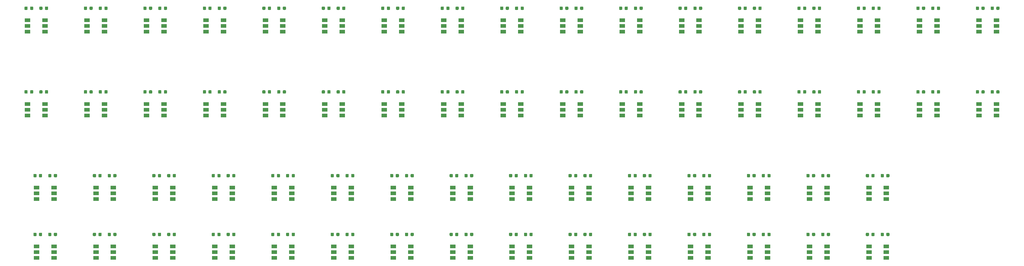
<source format=gbr>
G04 #@! TF.GenerationSoftware,KiCad,Pcbnew,(5.1.0-0)*
G04 #@! TF.CreationDate,2019-04-23T10:34:18-07:00*
G04 #@! TF.ProjectId,TestPanel1,54657374-5061-46e6-956c-312e6b696361,rev?*
G04 #@! TF.SameCoordinates,Original*
G04 #@! TF.FileFunction,Paste,Top*
G04 #@! TF.FilePolarity,Positive*
%FSLAX46Y46*%
G04 Gerber Fmt 4.6, Leading zero omitted, Abs format (unit mm)*
G04 Created by KiCad (PCBNEW (5.1.0-0)) date 2019-04-23 10:34:18*
%MOMM*%
%LPD*%
G04 APERTURE LIST*
%ADD10C,0.050000*%
%ADD11C,0.875000*%
%ADD12R,1.500000X1.000000*%
G04 APERTURE END LIST*
D10*
G36*
X166412658Y-198000053D02*
G01*
X166433893Y-198003203D01*
X166454717Y-198008419D01*
X166474929Y-198015651D01*
X166494335Y-198024830D01*
X166512748Y-198035866D01*
X166529991Y-198048654D01*
X166545897Y-198063070D01*
X166560313Y-198078976D01*
X166573101Y-198096219D01*
X166584137Y-198114632D01*
X166593316Y-198134038D01*
X166600548Y-198154250D01*
X166605764Y-198175074D01*
X166608914Y-198196309D01*
X166609967Y-198217750D01*
X166609967Y-198730250D01*
X166608914Y-198751691D01*
X166605764Y-198772926D01*
X166600548Y-198793750D01*
X166593316Y-198813962D01*
X166584137Y-198833368D01*
X166573101Y-198851781D01*
X166560313Y-198869024D01*
X166545897Y-198884930D01*
X166529991Y-198899346D01*
X166512748Y-198912134D01*
X166494335Y-198923170D01*
X166474929Y-198932349D01*
X166454717Y-198939581D01*
X166433893Y-198944797D01*
X166412658Y-198947947D01*
X166391217Y-198949000D01*
X165953717Y-198949000D01*
X165932276Y-198947947D01*
X165911041Y-198944797D01*
X165890217Y-198939581D01*
X165870005Y-198932349D01*
X165850599Y-198923170D01*
X165832186Y-198912134D01*
X165814943Y-198899346D01*
X165799037Y-198884930D01*
X165784621Y-198869024D01*
X165771833Y-198851781D01*
X165760797Y-198833368D01*
X165751618Y-198813962D01*
X165744386Y-198793750D01*
X165739170Y-198772926D01*
X165736020Y-198751691D01*
X165734967Y-198730250D01*
X165734967Y-198217750D01*
X165736020Y-198196309D01*
X165739170Y-198175074D01*
X165744386Y-198154250D01*
X165751618Y-198134038D01*
X165760797Y-198114632D01*
X165771833Y-198096219D01*
X165784621Y-198078976D01*
X165799037Y-198063070D01*
X165814943Y-198048654D01*
X165832186Y-198035866D01*
X165850599Y-198024830D01*
X165870005Y-198015651D01*
X165890217Y-198008419D01*
X165911041Y-198003203D01*
X165932276Y-198000053D01*
X165953717Y-197999000D01*
X166391217Y-197999000D01*
X166412658Y-198000053D01*
X166412658Y-198000053D01*
G37*
D11*
X166172467Y-198474000D03*
D10*
G36*
X167987658Y-198000053D02*
G01*
X168008893Y-198003203D01*
X168029717Y-198008419D01*
X168049929Y-198015651D01*
X168069335Y-198024830D01*
X168087748Y-198035866D01*
X168104991Y-198048654D01*
X168120897Y-198063070D01*
X168135313Y-198078976D01*
X168148101Y-198096219D01*
X168159137Y-198114632D01*
X168168316Y-198134038D01*
X168175548Y-198154250D01*
X168180764Y-198175074D01*
X168183914Y-198196309D01*
X168184967Y-198217750D01*
X168184967Y-198730250D01*
X168183914Y-198751691D01*
X168180764Y-198772926D01*
X168175548Y-198793750D01*
X168168316Y-198813962D01*
X168159137Y-198833368D01*
X168148101Y-198851781D01*
X168135313Y-198869024D01*
X168120897Y-198884930D01*
X168104991Y-198899346D01*
X168087748Y-198912134D01*
X168069335Y-198923170D01*
X168049929Y-198932349D01*
X168029717Y-198939581D01*
X168008893Y-198944797D01*
X167987658Y-198947947D01*
X167966217Y-198949000D01*
X167528717Y-198949000D01*
X167507276Y-198947947D01*
X167486041Y-198944797D01*
X167465217Y-198939581D01*
X167445005Y-198932349D01*
X167425599Y-198923170D01*
X167407186Y-198912134D01*
X167389943Y-198899346D01*
X167374037Y-198884930D01*
X167359621Y-198869024D01*
X167346833Y-198851781D01*
X167335797Y-198833368D01*
X167326618Y-198813962D01*
X167319386Y-198793750D01*
X167314170Y-198772926D01*
X167311020Y-198751691D01*
X167309967Y-198730250D01*
X167309967Y-198217750D01*
X167311020Y-198196309D01*
X167314170Y-198175074D01*
X167319386Y-198154250D01*
X167326618Y-198134038D01*
X167335797Y-198114632D01*
X167346833Y-198096219D01*
X167359621Y-198078976D01*
X167374037Y-198063070D01*
X167389943Y-198048654D01*
X167407186Y-198035866D01*
X167425599Y-198024830D01*
X167445005Y-198015651D01*
X167465217Y-198008419D01*
X167486041Y-198003203D01*
X167507276Y-198000053D01*
X167528717Y-197999000D01*
X167966217Y-197999000D01*
X167987658Y-198000053D01*
X167987658Y-198000053D01*
G37*
D11*
X167747467Y-198474000D03*
D10*
G36*
X183079318Y-198000053D02*
G01*
X183100553Y-198003203D01*
X183121377Y-198008419D01*
X183141589Y-198015651D01*
X183160995Y-198024830D01*
X183179408Y-198035866D01*
X183196651Y-198048654D01*
X183212557Y-198063070D01*
X183226973Y-198078976D01*
X183239761Y-198096219D01*
X183250797Y-198114632D01*
X183259976Y-198134038D01*
X183267208Y-198154250D01*
X183272424Y-198175074D01*
X183275574Y-198196309D01*
X183276627Y-198217750D01*
X183276627Y-198730250D01*
X183275574Y-198751691D01*
X183272424Y-198772926D01*
X183267208Y-198793750D01*
X183259976Y-198813962D01*
X183250797Y-198833368D01*
X183239761Y-198851781D01*
X183226973Y-198869024D01*
X183212557Y-198884930D01*
X183196651Y-198899346D01*
X183179408Y-198912134D01*
X183160995Y-198923170D01*
X183141589Y-198932349D01*
X183121377Y-198939581D01*
X183100553Y-198944797D01*
X183079318Y-198947947D01*
X183057877Y-198949000D01*
X182620377Y-198949000D01*
X182598936Y-198947947D01*
X182577701Y-198944797D01*
X182556877Y-198939581D01*
X182536665Y-198932349D01*
X182517259Y-198923170D01*
X182498846Y-198912134D01*
X182481603Y-198899346D01*
X182465697Y-198884930D01*
X182451281Y-198869024D01*
X182438493Y-198851781D01*
X182427457Y-198833368D01*
X182418278Y-198813962D01*
X182411046Y-198793750D01*
X182405830Y-198772926D01*
X182402680Y-198751691D01*
X182401627Y-198730250D01*
X182401627Y-198217750D01*
X182402680Y-198196309D01*
X182405830Y-198175074D01*
X182411046Y-198154250D01*
X182418278Y-198134038D01*
X182427457Y-198114632D01*
X182438493Y-198096219D01*
X182451281Y-198078976D01*
X182465697Y-198063070D01*
X182481603Y-198048654D01*
X182498846Y-198035866D01*
X182517259Y-198024830D01*
X182536665Y-198015651D01*
X182556877Y-198008419D01*
X182577701Y-198003203D01*
X182598936Y-198000053D01*
X182620377Y-197999000D01*
X183057877Y-197999000D01*
X183079318Y-198000053D01*
X183079318Y-198000053D01*
G37*
D11*
X182839127Y-198474000D03*
D10*
G36*
X184654318Y-198000053D02*
G01*
X184675553Y-198003203D01*
X184696377Y-198008419D01*
X184716589Y-198015651D01*
X184735995Y-198024830D01*
X184754408Y-198035866D01*
X184771651Y-198048654D01*
X184787557Y-198063070D01*
X184801973Y-198078976D01*
X184814761Y-198096219D01*
X184825797Y-198114632D01*
X184834976Y-198134038D01*
X184842208Y-198154250D01*
X184847424Y-198175074D01*
X184850574Y-198196309D01*
X184851627Y-198217750D01*
X184851627Y-198730250D01*
X184850574Y-198751691D01*
X184847424Y-198772926D01*
X184842208Y-198793750D01*
X184834976Y-198813962D01*
X184825797Y-198833368D01*
X184814761Y-198851781D01*
X184801973Y-198869024D01*
X184787557Y-198884930D01*
X184771651Y-198899346D01*
X184754408Y-198912134D01*
X184735995Y-198923170D01*
X184716589Y-198932349D01*
X184696377Y-198939581D01*
X184675553Y-198944797D01*
X184654318Y-198947947D01*
X184632877Y-198949000D01*
X184195377Y-198949000D01*
X184173936Y-198947947D01*
X184152701Y-198944797D01*
X184131877Y-198939581D01*
X184111665Y-198932349D01*
X184092259Y-198923170D01*
X184073846Y-198912134D01*
X184056603Y-198899346D01*
X184040697Y-198884930D01*
X184026281Y-198869024D01*
X184013493Y-198851781D01*
X184002457Y-198833368D01*
X183993278Y-198813962D01*
X183986046Y-198793750D01*
X183980830Y-198772926D01*
X183977680Y-198751691D01*
X183976627Y-198730250D01*
X183976627Y-198217750D01*
X183977680Y-198196309D01*
X183980830Y-198175074D01*
X183986046Y-198154250D01*
X183993278Y-198134038D01*
X184002457Y-198114632D01*
X184013493Y-198096219D01*
X184026281Y-198078976D01*
X184040697Y-198063070D01*
X184056603Y-198048654D01*
X184073846Y-198035866D01*
X184092259Y-198024830D01*
X184111665Y-198015651D01*
X184131877Y-198008419D01*
X184152701Y-198003203D01*
X184173936Y-198000053D01*
X184195377Y-197999000D01*
X184632877Y-197999000D01*
X184654318Y-198000053D01*
X184654318Y-198000053D01*
G37*
D11*
X184414127Y-198474000D03*
D10*
G36*
X199745978Y-198000053D02*
G01*
X199767213Y-198003203D01*
X199788037Y-198008419D01*
X199808249Y-198015651D01*
X199827655Y-198024830D01*
X199846068Y-198035866D01*
X199863311Y-198048654D01*
X199879217Y-198063070D01*
X199893633Y-198078976D01*
X199906421Y-198096219D01*
X199917457Y-198114632D01*
X199926636Y-198134038D01*
X199933868Y-198154250D01*
X199939084Y-198175074D01*
X199942234Y-198196309D01*
X199943287Y-198217750D01*
X199943287Y-198730250D01*
X199942234Y-198751691D01*
X199939084Y-198772926D01*
X199933868Y-198793750D01*
X199926636Y-198813962D01*
X199917457Y-198833368D01*
X199906421Y-198851781D01*
X199893633Y-198869024D01*
X199879217Y-198884930D01*
X199863311Y-198899346D01*
X199846068Y-198912134D01*
X199827655Y-198923170D01*
X199808249Y-198932349D01*
X199788037Y-198939581D01*
X199767213Y-198944797D01*
X199745978Y-198947947D01*
X199724537Y-198949000D01*
X199287037Y-198949000D01*
X199265596Y-198947947D01*
X199244361Y-198944797D01*
X199223537Y-198939581D01*
X199203325Y-198932349D01*
X199183919Y-198923170D01*
X199165506Y-198912134D01*
X199148263Y-198899346D01*
X199132357Y-198884930D01*
X199117941Y-198869024D01*
X199105153Y-198851781D01*
X199094117Y-198833368D01*
X199084938Y-198813962D01*
X199077706Y-198793750D01*
X199072490Y-198772926D01*
X199069340Y-198751691D01*
X199068287Y-198730250D01*
X199068287Y-198217750D01*
X199069340Y-198196309D01*
X199072490Y-198175074D01*
X199077706Y-198154250D01*
X199084938Y-198134038D01*
X199094117Y-198114632D01*
X199105153Y-198096219D01*
X199117941Y-198078976D01*
X199132357Y-198063070D01*
X199148263Y-198048654D01*
X199165506Y-198035866D01*
X199183919Y-198024830D01*
X199203325Y-198015651D01*
X199223537Y-198008419D01*
X199244361Y-198003203D01*
X199265596Y-198000053D01*
X199287037Y-197999000D01*
X199724537Y-197999000D01*
X199745978Y-198000053D01*
X199745978Y-198000053D01*
G37*
D11*
X199505787Y-198474000D03*
D10*
G36*
X201320978Y-198000053D02*
G01*
X201342213Y-198003203D01*
X201363037Y-198008419D01*
X201383249Y-198015651D01*
X201402655Y-198024830D01*
X201421068Y-198035866D01*
X201438311Y-198048654D01*
X201454217Y-198063070D01*
X201468633Y-198078976D01*
X201481421Y-198096219D01*
X201492457Y-198114632D01*
X201501636Y-198134038D01*
X201508868Y-198154250D01*
X201514084Y-198175074D01*
X201517234Y-198196309D01*
X201518287Y-198217750D01*
X201518287Y-198730250D01*
X201517234Y-198751691D01*
X201514084Y-198772926D01*
X201508868Y-198793750D01*
X201501636Y-198813962D01*
X201492457Y-198833368D01*
X201481421Y-198851781D01*
X201468633Y-198869024D01*
X201454217Y-198884930D01*
X201438311Y-198899346D01*
X201421068Y-198912134D01*
X201402655Y-198923170D01*
X201383249Y-198932349D01*
X201363037Y-198939581D01*
X201342213Y-198944797D01*
X201320978Y-198947947D01*
X201299537Y-198949000D01*
X200862037Y-198949000D01*
X200840596Y-198947947D01*
X200819361Y-198944797D01*
X200798537Y-198939581D01*
X200778325Y-198932349D01*
X200758919Y-198923170D01*
X200740506Y-198912134D01*
X200723263Y-198899346D01*
X200707357Y-198884930D01*
X200692941Y-198869024D01*
X200680153Y-198851781D01*
X200669117Y-198833368D01*
X200659938Y-198813962D01*
X200652706Y-198793750D01*
X200647490Y-198772926D01*
X200644340Y-198751691D01*
X200643287Y-198730250D01*
X200643287Y-198217750D01*
X200644340Y-198196309D01*
X200647490Y-198175074D01*
X200652706Y-198154250D01*
X200659938Y-198134038D01*
X200669117Y-198114632D01*
X200680153Y-198096219D01*
X200692941Y-198078976D01*
X200707357Y-198063070D01*
X200723263Y-198048654D01*
X200740506Y-198035866D01*
X200758919Y-198024830D01*
X200778325Y-198015651D01*
X200798537Y-198008419D01*
X200819361Y-198003203D01*
X200840596Y-198000053D01*
X200862037Y-197999000D01*
X201299537Y-197999000D01*
X201320978Y-198000053D01*
X201320978Y-198000053D01*
G37*
D11*
X201080787Y-198474000D03*
D10*
G36*
X216412638Y-198000053D02*
G01*
X216433873Y-198003203D01*
X216454697Y-198008419D01*
X216474909Y-198015651D01*
X216494315Y-198024830D01*
X216512728Y-198035866D01*
X216529971Y-198048654D01*
X216545877Y-198063070D01*
X216560293Y-198078976D01*
X216573081Y-198096219D01*
X216584117Y-198114632D01*
X216593296Y-198134038D01*
X216600528Y-198154250D01*
X216605744Y-198175074D01*
X216608894Y-198196309D01*
X216609947Y-198217750D01*
X216609947Y-198730250D01*
X216608894Y-198751691D01*
X216605744Y-198772926D01*
X216600528Y-198793750D01*
X216593296Y-198813962D01*
X216584117Y-198833368D01*
X216573081Y-198851781D01*
X216560293Y-198869024D01*
X216545877Y-198884930D01*
X216529971Y-198899346D01*
X216512728Y-198912134D01*
X216494315Y-198923170D01*
X216474909Y-198932349D01*
X216454697Y-198939581D01*
X216433873Y-198944797D01*
X216412638Y-198947947D01*
X216391197Y-198949000D01*
X215953697Y-198949000D01*
X215932256Y-198947947D01*
X215911021Y-198944797D01*
X215890197Y-198939581D01*
X215869985Y-198932349D01*
X215850579Y-198923170D01*
X215832166Y-198912134D01*
X215814923Y-198899346D01*
X215799017Y-198884930D01*
X215784601Y-198869024D01*
X215771813Y-198851781D01*
X215760777Y-198833368D01*
X215751598Y-198813962D01*
X215744366Y-198793750D01*
X215739150Y-198772926D01*
X215736000Y-198751691D01*
X215734947Y-198730250D01*
X215734947Y-198217750D01*
X215736000Y-198196309D01*
X215739150Y-198175074D01*
X215744366Y-198154250D01*
X215751598Y-198134038D01*
X215760777Y-198114632D01*
X215771813Y-198096219D01*
X215784601Y-198078976D01*
X215799017Y-198063070D01*
X215814923Y-198048654D01*
X215832166Y-198035866D01*
X215850579Y-198024830D01*
X215869985Y-198015651D01*
X215890197Y-198008419D01*
X215911021Y-198003203D01*
X215932256Y-198000053D01*
X215953697Y-197999000D01*
X216391197Y-197999000D01*
X216412638Y-198000053D01*
X216412638Y-198000053D01*
G37*
D11*
X216172447Y-198474000D03*
D10*
G36*
X217987638Y-198000053D02*
G01*
X218008873Y-198003203D01*
X218029697Y-198008419D01*
X218049909Y-198015651D01*
X218069315Y-198024830D01*
X218087728Y-198035866D01*
X218104971Y-198048654D01*
X218120877Y-198063070D01*
X218135293Y-198078976D01*
X218148081Y-198096219D01*
X218159117Y-198114632D01*
X218168296Y-198134038D01*
X218175528Y-198154250D01*
X218180744Y-198175074D01*
X218183894Y-198196309D01*
X218184947Y-198217750D01*
X218184947Y-198730250D01*
X218183894Y-198751691D01*
X218180744Y-198772926D01*
X218175528Y-198793750D01*
X218168296Y-198813962D01*
X218159117Y-198833368D01*
X218148081Y-198851781D01*
X218135293Y-198869024D01*
X218120877Y-198884930D01*
X218104971Y-198899346D01*
X218087728Y-198912134D01*
X218069315Y-198923170D01*
X218049909Y-198932349D01*
X218029697Y-198939581D01*
X218008873Y-198944797D01*
X217987638Y-198947947D01*
X217966197Y-198949000D01*
X217528697Y-198949000D01*
X217507256Y-198947947D01*
X217486021Y-198944797D01*
X217465197Y-198939581D01*
X217444985Y-198932349D01*
X217425579Y-198923170D01*
X217407166Y-198912134D01*
X217389923Y-198899346D01*
X217374017Y-198884930D01*
X217359601Y-198869024D01*
X217346813Y-198851781D01*
X217335777Y-198833368D01*
X217326598Y-198813962D01*
X217319366Y-198793750D01*
X217314150Y-198772926D01*
X217311000Y-198751691D01*
X217309947Y-198730250D01*
X217309947Y-198217750D01*
X217311000Y-198196309D01*
X217314150Y-198175074D01*
X217319366Y-198154250D01*
X217326598Y-198134038D01*
X217335777Y-198114632D01*
X217346813Y-198096219D01*
X217359601Y-198078976D01*
X217374017Y-198063070D01*
X217389923Y-198048654D01*
X217407166Y-198035866D01*
X217425579Y-198024830D01*
X217444985Y-198015651D01*
X217465197Y-198008419D01*
X217486021Y-198003203D01*
X217507256Y-198000053D01*
X217528697Y-197999000D01*
X217966197Y-197999000D01*
X217987638Y-198000053D01*
X217987638Y-198000053D01*
G37*
D11*
X217747447Y-198474000D03*
D10*
G36*
X233079298Y-198000053D02*
G01*
X233100533Y-198003203D01*
X233121357Y-198008419D01*
X233141569Y-198015651D01*
X233160975Y-198024830D01*
X233179388Y-198035866D01*
X233196631Y-198048654D01*
X233212537Y-198063070D01*
X233226953Y-198078976D01*
X233239741Y-198096219D01*
X233250777Y-198114632D01*
X233259956Y-198134038D01*
X233267188Y-198154250D01*
X233272404Y-198175074D01*
X233275554Y-198196309D01*
X233276607Y-198217750D01*
X233276607Y-198730250D01*
X233275554Y-198751691D01*
X233272404Y-198772926D01*
X233267188Y-198793750D01*
X233259956Y-198813962D01*
X233250777Y-198833368D01*
X233239741Y-198851781D01*
X233226953Y-198869024D01*
X233212537Y-198884930D01*
X233196631Y-198899346D01*
X233179388Y-198912134D01*
X233160975Y-198923170D01*
X233141569Y-198932349D01*
X233121357Y-198939581D01*
X233100533Y-198944797D01*
X233079298Y-198947947D01*
X233057857Y-198949000D01*
X232620357Y-198949000D01*
X232598916Y-198947947D01*
X232577681Y-198944797D01*
X232556857Y-198939581D01*
X232536645Y-198932349D01*
X232517239Y-198923170D01*
X232498826Y-198912134D01*
X232481583Y-198899346D01*
X232465677Y-198884930D01*
X232451261Y-198869024D01*
X232438473Y-198851781D01*
X232427437Y-198833368D01*
X232418258Y-198813962D01*
X232411026Y-198793750D01*
X232405810Y-198772926D01*
X232402660Y-198751691D01*
X232401607Y-198730250D01*
X232401607Y-198217750D01*
X232402660Y-198196309D01*
X232405810Y-198175074D01*
X232411026Y-198154250D01*
X232418258Y-198134038D01*
X232427437Y-198114632D01*
X232438473Y-198096219D01*
X232451261Y-198078976D01*
X232465677Y-198063070D01*
X232481583Y-198048654D01*
X232498826Y-198035866D01*
X232517239Y-198024830D01*
X232536645Y-198015651D01*
X232556857Y-198008419D01*
X232577681Y-198003203D01*
X232598916Y-198000053D01*
X232620357Y-197999000D01*
X233057857Y-197999000D01*
X233079298Y-198000053D01*
X233079298Y-198000053D01*
G37*
D11*
X232839107Y-198474000D03*
D10*
G36*
X234654298Y-198000053D02*
G01*
X234675533Y-198003203D01*
X234696357Y-198008419D01*
X234716569Y-198015651D01*
X234735975Y-198024830D01*
X234754388Y-198035866D01*
X234771631Y-198048654D01*
X234787537Y-198063070D01*
X234801953Y-198078976D01*
X234814741Y-198096219D01*
X234825777Y-198114632D01*
X234834956Y-198134038D01*
X234842188Y-198154250D01*
X234847404Y-198175074D01*
X234850554Y-198196309D01*
X234851607Y-198217750D01*
X234851607Y-198730250D01*
X234850554Y-198751691D01*
X234847404Y-198772926D01*
X234842188Y-198793750D01*
X234834956Y-198813962D01*
X234825777Y-198833368D01*
X234814741Y-198851781D01*
X234801953Y-198869024D01*
X234787537Y-198884930D01*
X234771631Y-198899346D01*
X234754388Y-198912134D01*
X234735975Y-198923170D01*
X234716569Y-198932349D01*
X234696357Y-198939581D01*
X234675533Y-198944797D01*
X234654298Y-198947947D01*
X234632857Y-198949000D01*
X234195357Y-198949000D01*
X234173916Y-198947947D01*
X234152681Y-198944797D01*
X234131857Y-198939581D01*
X234111645Y-198932349D01*
X234092239Y-198923170D01*
X234073826Y-198912134D01*
X234056583Y-198899346D01*
X234040677Y-198884930D01*
X234026261Y-198869024D01*
X234013473Y-198851781D01*
X234002437Y-198833368D01*
X233993258Y-198813962D01*
X233986026Y-198793750D01*
X233980810Y-198772926D01*
X233977660Y-198751691D01*
X233976607Y-198730250D01*
X233976607Y-198217750D01*
X233977660Y-198196309D01*
X233980810Y-198175074D01*
X233986026Y-198154250D01*
X233993258Y-198134038D01*
X234002437Y-198114632D01*
X234013473Y-198096219D01*
X234026261Y-198078976D01*
X234040677Y-198063070D01*
X234056583Y-198048654D01*
X234073826Y-198035866D01*
X234092239Y-198024830D01*
X234111645Y-198015651D01*
X234131857Y-198008419D01*
X234152681Y-198003203D01*
X234173916Y-198000053D01*
X234195357Y-197999000D01*
X234632857Y-197999000D01*
X234654298Y-198000053D01*
X234654298Y-198000053D01*
G37*
D11*
X234414107Y-198474000D03*
D10*
G36*
X249745958Y-198000053D02*
G01*
X249767193Y-198003203D01*
X249788017Y-198008419D01*
X249808229Y-198015651D01*
X249827635Y-198024830D01*
X249846048Y-198035866D01*
X249863291Y-198048654D01*
X249879197Y-198063070D01*
X249893613Y-198078976D01*
X249906401Y-198096219D01*
X249917437Y-198114632D01*
X249926616Y-198134038D01*
X249933848Y-198154250D01*
X249939064Y-198175074D01*
X249942214Y-198196309D01*
X249943267Y-198217750D01*
X249943267Y-198730250D01*
X249942214Y-198751691D01*
X249939064Y-198772926D01*
X249933848Y-198793750D01*
X249926616Y-198813962D01*
X249917437Y-198833368D01*
X249906401Y-198851781D01*
X249893613Y-198869024D01*
X249879197Y-198884930D01*
X249863291Y-198899346D01*
X249846048Y-198912134D01*
X249827635Y-198923170D01*
X249808229Y-198932349D01*
X249788017Y-198939581D01*
X249767193Y-198944797D01*
X249745958Y-198947947D01*
X249724517Y-198949000D01*
X249287017Y-198949000D01*
X249265576Y-198947947D01*
X249244341Y-198944797D01*
X249223517Y-198939581D01*
X249203305Y-198932349D01*
X249183899Y-198923170D01*
X249165486Y-198912134D01*
X249148243Y-198899346D01*
X249132337Y-198884930D01*
X249117921Y-198869024D01*
X249105133Y-198851781D01*
X249094097Y-198833368D01*
X249084918Y-198813962D01*
X249077686Y-198793750D01*
X249072470Y-198772926D01*
X249069320Y-198751691D01*
X249068267Y-198730250D01*
X249068267Y-198217750D01*
X249069320Y-198196309D01*
X249072470Y-198175074D01*
X249077686Y-198154250D01*
X249084918Y-198134038D01*
X249094097Y-198114632D01*
X249105133Y-198096219D01*
X249117921Y-198078976D01*
X249132337Y-198063070D01*
X249148243Y-198048654D01*
X249165486Y-198035866D01*
X249183899Y-198024830D01*
X249203305Y-198015651D01*
X249223517Y-198008419D01*
X249244341Y-198003203D01*
X249265576Y-198000053D01*
X249287017Y-197999000D01*
X249724517Y-197999000D01*
X249745958Y-198000053D01*
X249745958Y-198000053D01*
G37*
D11*
X249505767Y-198474000D03*
D10*
G36*
X251320958Y-198000053D02*
G01*
X251342193Y-198003203D01*
X251363017Y-198008419D01*
X251383229Y-198015651D01*
X251402635Y-198024830D01*
X251421048Y-198035866D01*
X251438291Y-198048654D01*
X251454197Y-198063070D01*
X251468613Y-198078976D01*
X251481401Y-198096219D01*
X251492437Y-198114632D01*
X251501616Y-198134038D01*
X251508848Y-198154250D01*
X251514064Y-198175074D01*
X251517214Y-198196309D01*
X251518267Y-198217750D01*
X251518267Y-198730250D01*
X251517214Y-198751691D01*
X251514064Y-198772926D01*
X251508848Y-198793750D01*
X251501616Y-198813962D01*
X251492437Y-198833368D01*
X251481401Y-198851781D01*
X251468613Y-198869024D01*
X251454197Y-198884930D01*
X251438291Y-198899346D01*
X251421048Y-198912134D01*
X251402635Y-198923170D01*
X251383229Y-198932349D01*
X251363017Y-198939581D01*
X251342193Y-198944797D01*
X251320958Y-198947947D01*
X251299517Y-198949000D01*
X250862017Y-198949000D01*
X250840576Y-198947947D01*
X250819341Y-198944797D01*
X250798517Y-198939581D01*
X250778305Y-198932349D01*
X250758899Y-198923170D01*
X250740486Y-198912134D01*
X250723243Y-198899346D01*
X250707337Y-198884930D01*
X250692921Y-198869024D01*
X250680133Y-198851781D01*
X250669097Y-198833368D01*
X250659918Y-198813962D01*
X250652686Y-198793750D01*
X250647470Y-198772926D01*
X250644320Y-198751691D01*
X250643267Y-198730250D01*
X250643267Y-198217750D01*
X250644320Y-198196309D01*
X250647470Y-198175074D01*
X250652686Y-198154250D01*
X250659918Y-198134038D01*
X250669097Y-198114632D01*
X250680133Y-198096219D01*
X250692921Y-198078976D01*
X250707337Y-198063070D01*
X250723243Y-198048654D01*
X250740486Y-198035866D01*
X250758899Y-198024830D01*
X250778305Y-198015651D01*
X250798517Y-198008419D01*
X250819341Y-198003203D01*
X250840576Y-198000053D01*
X250862017Y-197999000D01*
X251299517Y-197999000D01*
X251320958Y-198000053D01*
X251320958Y-198000053D01*
G37*
D11*
X251080767Y-198474000D03*
D10*
G36*
X266412618Y-198000053D02*
G01*
X266433853Y-198003203D01*
X266454677Y-198008419D01*
X266474889Y-198015651D01*
X266494295Y-198024830D01*
X266512708Y-198035866D01*
X266529951Y-198048654D01*
X266545857Y-198063070D01*
X266560273Y-198078976D01*
X266573061Y-198096219D01*
X266584097Y-198114632D01*
X266593276Y-198134038D01*
X266600508Y-198154250D01*
X266605724Y-198175074D01*
X266608874Y-198196309D01*
X266609927Y-198217750D01*
X266609927Y-198730250D01*
X266608874Y-198751691D01*
X266605724Y-198772926D01*
X266600508Y-198793750D01*
X266593276Y-198813962D01*
X266584097Y-198833368D01*
X266573061Y-198851781D01*
X266560273Y-198869024D01*
X266545857Y-198884930D01*
X266529951Y-198899346D01*
X266512708Y-198912134D01*
X266494295Y-198923170D01*
X266474889Y-198932349D01*
X266454677Y-198939581D01*
X266433853Y-198944797D01*
X266412618Y-198947947D01*
X266391177Y-198949000D01*
X265953677Y-198949000D01*
X265932236Y-198947947D01*
X265911001Y-198944797D01*
X265890177Y-198939581D01*
X265869965Y-198932349D01*
X265850559Y-198923170D01*
X265832146Y-198912134D01*
X265814903Y-198899346D01*
X265798997Y-198884930D01*
X265784581Y-198869024D01*
X265771793Y-198851781D01*
X265760757Y-198833368D01*
X265751578Y-198813962D01*
X265744346Y-198793750D01*
X265739130Y-198772926D01*
X265735980Y-198751691D01*
X265734927Y-198730250D01*
X265734927Y-198217750D01*
X265735980Y-198196309D01*
X265739130Y-198175074D01*
X265744346Y-198154250D01*
X265751578Y-198134038D01*
X265760757Y-198114632D01*
X265771793Y-198096219D01*
X265784581Y-198078976D01*
X265798997Y-198063070D01*
X265814903Y-198048654D01*
X265832146Y-198035866D01*
X265850559Y-198024830D01*
X265869965Y-198015651D01*
X265890177Y-198008419D01*
X265911001Y-198003203D01*
X265932236Y-198000053D01*
X265953677Y-197999000D01*
X266391177Y-197999000D01*
X266412618Y-198000053D01*
X266412618Y-198000053D01*
G37*
D11*
X266172427Y-198474000D03*
D10*
G36*
X267987618Y-198000053D02*
G01*
X268008853Y-198003203D01*
X268029677Y-198008419D01*
X268049889Y-198015651D01*
X268069295Y-198024830D01*
X268087708Y-198035866D01*
X268104951Y-198048654D01*
X268120857Y-198063070D01*
X268135273Y-198078976D01*
X268148061Y-198096219D01*
X268159097Y-198114632D01*
X268168276Y-198134038D01*
X268175508Y-198154250D01*
X268180724Y-198175074D01*
X268183874Y-198196309D01*
X268184927Y-198217750D01*
X268184927Y-198730250D01*
X268183874Y-198751691D01*
X268180724Y-198772926D01*
X268175508Y-198793750D01*
X268168276Y-198813962D01*
X268159097Y-198833368D01*
X268148061Y-198851781D01*
X268135273Y-198869024D01*
X268120857Y-198884930D01*
X268104951Y-198899346D01*
X268087708Y-198912134D01*
X268069295Y-198923170D01*
X268049889Y-198932349D01*
X268029677Y-198939581D01*
X268008853Y-198944797D01*
X267987618Y-198947947D01*
X267966177Y-198949000D01*
X267528677Y-198949000D01*
X267507236Y-198947947D01*
X267486001Y-198944797D01*
X267465177Y-198939581D01*
X267444965Y-198932349D01*
X267425559Y-198923170D01*
X267407146Y-198912134D01*
X267389903Y-198899346D01*
X267373997Y-198884930D01*
X267359581Y-198869024D01*
X267346793Y-198851781D01*
X267335757Y-198833368D01*
X267326578Y-198813962D01*
X267319346Y-198793750D01*
X267314130Y-198772926D01*
X267310980Y-198751691D01*
X267309927Y-198730250D01*
X267309927Y-198217750D01*
X267310980Y-198196309D01*
X267314130Y-198175074D01*
X267319346Y-198154250D01*
X267326578Y-198134038D01*
X267335757Y-198114632D01*
X267346793Y-198096219D01*
X267359581Y-198078976D01*
X267373997Y-198063070D01*
X267389903Y-198048654D01*
X267407146Y-198035866D01*
X267425559Y-198024830D01*
X267444965Y-198015651D01*
X267465177Y-198008419D01*
X267486001Y-198003203D01*
X267507236Y-198000053D01*
X267528677Y-197999000D01*
X267966177Y-197999000D01*
X267987618Y-198000053D01*
X267987618Y-198000053D01*
G37*
D11*
X267747427Y-198474000D03*
D10*
G36*
X87246024Y-198000053D02*
G01*
X87267259Y-198003203D01*
X87288083Y-198008419D01*
X87308295Y-198015651D01*
X87327701Y-198024830D01*
X87346114Y-198035866D01*
X87363357Y-198048654D01*
X87379263Y-198063070D01*
X87393679Y-198078976D01*
X87406467Y-198096219D01*
X87417503Y-198114632D01*
X87426682Y-198134038D01*
X87433914Y-198154250D01*
X87439130Y-198175074D01*
X87442280Y-198196309D01*
X87443333Y-198217750D01*
X87443333Y-198730250D01*
X87442280Y-198751691D01*
X87439130Y-198772926D01*
X87433914Y-198793750D01*
X87426682Y-198813962D01*
X87417503Y-198833368D01*
X87406467Y-198851781D01*
X87393679Y-198869024D01*
X87379263Y-198884930D01*
X87363357Y-198899346D01*
X87346114Y-198912134D01*
X87327701Y-198923170D01*
X87308295Y-198932349D01*
X87288083Y-198939581D01*
X87267259Y-198944797D01*
X87246024Y-198947947D01*
X87224583Y-198949000D01*
X86787083Y-198949000D01*
X86765642Y-198947947D01*
X86744407Y-198944797D01*
X86723583Y-198939581D01*
X86703371Y-198932349D01*
X86683965Y-198923170D01*
X86665552Y-198912134D01*
X86648309Y-198899346D01*
X86632403Y-198884930D01*
X86617987Y-198869024D01*
X86605199Y-198851781D01*
X86594163Y-198833368D01*
X86584984Y-198813962D01*
X86577752Y-198793750D01*
X86572536Y-198772926D01*
X86569386Y-198751691D01*
X86568333Y-198730250D01*
X86568333Y-198217750D01*
X86569386Y-198196309D01*
X86572536Y-198175074D01*
X86577752Y-198154250D01*
X86584984Y-198134038D01*
X86594163Y-198114632D01*
X86605199Y-198096219D01*
X86617987Y-198078976D01*
X86632403Y-198063070D01*
X86648309Y-198048654D01*
X86665552Y-198035866D01*
X86683965Y-198024830D01*
X86703371Y-198015651D01*
X86723583Y-198008419D01*
X86744407Y-198003203D01*
X86765642Y-198000053D01*
X86787083Y-197999000D01*
X87224583Y-197999000D01*
X87246024Y-198000053D01*
X87246024Y-198000053D01*
G37*
D11*
X87005833Y-198474000D03*
D10*
G36*
X88821024Y-198000053D02*
G01*
X88842259Y-198003203D01*
X88863083Y-198008419D01*
X88883295Y-198015651D01*
X88902701Y-198024830D01*
X88921114Y-198035866D01*
X88938357Y-198048654D01*
X88954263Y-198063070D01*
X88968679Y-198078976D01*
X88981467Y-198096219D01*
X88992503Y-198114632D01*
X89001682Y-198134038D01*
X89008914Y-198154250D01*
X89014130Y-198175074D01*
X89017280Y-198196309D01*
X89018333Y-198217750D01*
X89018333Y-198730250D01*
X89017280Y-198751691D01*
X89014130Y-198772926D01*
X89008914Y-198793750D01*
X89001682Y-198813962D01*
X88992503Y-198833368D01*
X88981467Y-198851781D01*
X88968679Y-198869024D01*
X88954263Y-198884930D01*
X88938357Y-198899346D01*
X88921114Y-198912134D01*
X88902701Y-198923170D01*
X88883295Y-198932349D01*
X88863083Y-198939581D01*
X88842259Y-198944797D01*
X88821024Y-198947947D01*
X88799583Y-198949000D01*
X88362083Y-198949000D01*
X88340642Y-198947947D01*
X88319407Y-198944797D01*
X88298583Y-198939581D01*
X88278371Y-198932349D01*
X88258965Y-198923170D01*
X88240552Y-198912134D01*
X88223309Y-198899346D01*
X88207403Y-198884930D01*
X88192987Y-198869024D01*
X88180199Y-198851781D01*
X88169163Y-198833368D01*
X88159984Y-198813962D01*
X88152752Y-198793750D01*
X88147536Y-198772926D01*
X88144386Y-198751691D01*
X88143333Y-198730250D01*
X88143333Y-198217750D01*
X88144386Y-198196309D01*
X88147536Y-198175074D01*
X88152752Y-198154250D01*
X88159984Y-198134038D01*
X88169163Y-198114632D01*
X88180199Y-198096219D01*
X88192987Y-198078976D01*
X88207403Y-198063070D01*
X88223309Y-198048654D01*
X88240552Y-198035866D01*
X88258965Y-198024830D01*
X88278371Y-198015651D01*
X88298583Y-198008419D01*
X88319407Y-198003203D01*
X88340642Y-198000053D01*
X88362083Y-197999000D01*
X88799583Y-197999000D01*
X88821024Y-198000053D01*
X88821024Y-198000053D01*
G37*
D11*
X88580833Y-198474000D03*
D10*
G36*
X287245944Y-198000053D02*
G01*
X287267179Y-198003203D01*
X287288003Y-198008419D01*
X287308215Y-198015651D01*
X287327621Y-198024830D01*
X287346034Y-198035866D01*
X287363277Y-198048654D01*
X287379183Y-198063070D01*
X287393599Y-198078976D01*
X287406387Y-198096219D01*
X287417423Y-198114632D01*
X287426602Y-198134038D01*
X287433834Y-198154250D01*
X287439050Y-198175074D01*
X287442200Y-198196309D01*
X287443253Y-198217750D01*
X287443253Y-198730250D01*
X287442200Y-198751691D01*
X287439050Y-198772926D01*
X287433834Y-198793750D01*
X287426602Y-198813962D01*
X287417423Y-198833368D01*
X287406387Y-198851781D01*
X287393599Y-198869024D01*
X287379183Y-198884930D01*
X287363277Y-198899346D01*
X287346034Y-198912134D01*
X287327621Y-198923170D01*
X287308215Y-198932349D01*
X287288003Y-198939581D01*
X287267179Y-198944797D01*
X287245944Y-198947947D01*
X287224503Y-198949000D01*
X286787003Y-198949000D01*
X286765562Y-198947947D01*
X286744327Y-198944797D01*
X286723503Y-198939581D01*
X286703291Y-198932349D01*
X286683885Y-198923170D01*
X286665472Y-198912134D01*
X286648229Y-198899346D01*
X286632323Y-198884930D01*
X286617907Y-198869024D01*
X286605119Y-198851781D01*
X286594083Y-198833368D01*
X286584904Y-198813962D01*
X286577672Y-198793750D01*
X286572456Y-198772926D01*
X286569306Y-198751691D01*
X286568253Y-198730250D01*
X286568253Y-198217750D01*
X286569306Y-198196309D01*
X286572456Y-198175074D01*
X286577672Y-198154250D01*
X286584904Y-198134038D01*
X286594083Y-198114632D01*
X286605119Y-198096219D01*
X286617907Y-198078976D01*
X286632323Y-198063070D01*
X286648229Y-198048654D01*
X286665472Y-198035866D01*
X286683885Y-198024830D01*
X286703291Y-198015651D01*
X286723503Y-198008419D01*
X286744327Y-198003203D01*
X286765562Y-198000053D01*
X286787003Y-197999000D01*
X287224503Y-197999000D01*
X287245944Y-198000053D01*
X287245944Y-198000053D01*
G37*
D11*
X287005753Y-198474000D03*
D10*
G36*
X288820944Y-198000053D02*
G01*
X288842179Y-198003203D01*
X288863003Y-198008419D01*
X288883215Y-198015651D01*
X288902621Y-198024830D01*
X288921034Y-198035866D01*
X288938277Y-198048654D01*
X288954183Y-198063070D01*
X288968599Y-198078976D01*
X288981387Y-198096219D01*
X288992423Y-198114632D01*
X289001602Y-198134038D01*
X289008834Y-198154250D01*
X289014050Y-198175074D01*
X289017200Y-198196309D01*
X289018253Y-198217750D01*
X289018253Y-198730250D01*
X289017200Y-198751691D01*
X289014050Y-198772926D01*
X289008834Y-198793750D01*
X289001602Y-198813962D01*
X288992423Y-198833368D01*
X288981387Y-198851781D01*
X288968599Y-198869024D01*
X288954183Y-198884930D01*
X288938277Y-198899346D01*
X288921034Y-198912134D01*
X288902621Y-198923170D01*
X288883215Y-198932349D01*
X288863003Y-198939581D01*
X288842179Y-198944797D01*
X288820944Y-198947947D01*
X288799503Y-198949000D01*
X288362003Y-198949000D01*
X288340562Y-198947947D01*
X288319327Y-198944797D01*
X288298503Y-198939581D01*
X288278291Y-198932349D01*
X288258885Y-198923170D01*
X288240472Y-198912134D01*
X288223229Y-198899346D01*
X288207323Y-198884930D01*
X288192907Y-198869024D01*
X288180119Y-198851781D01*
X288169083Y-198833368D01*
X288159904Y-198813962D01*
X288152672Y-198793750D01*
X288147456Y-198772926D01*
X288144306Y-198751691D01*
X288143253Y-198730250D01*
X288143253Y-198217750D01*
X288144306Y-198196309D01*
X288147456Y-198175074D01*
X288152672Y-198154250D01*
X288159904Y-198134038D01*
X288169083Y-198114632D01*
X288180119Y-198096219D01*
X288192907Y-198078976D01*
X288207323Y-198063070D01*
X288223229Y-198048654D01*
X288240472Y-198035866D01*
X288258885Y-198024830D01*
X288278291Y-198015651D01*
X288298503Y-198008419D01*
X288319327Y-198003203D01*
X288340562Y-198000053D01*
X288362003Y-197999000D01*
X288799503Y-197999000D01*
X288820944Y-198000053D01*
X288820944Y-198000053D01*
G37*
D11*
X288580753Y-198474000D03*
D10*
G36*
X303912604Y-198000053D02*
G01*
X303933839Y-198003203D01*
X303954663Y-198008419D01*
X303974875Y-198015651D01*
X303994281Y-198024830D01*
X304012694Y-198035866D01*
X304029937Y-198048654D01*
X304045843Y-198063070D01*
X304060259Y-198078976D01*
X304073047Y-198096219D01*
X304084083Y-198114632D01*
X304093262Y-198134038D01*
X304100494Y-198154250D01*
X304105710Y-198175074D01*
X304108860Y-198196309D01*
X304109913Y-198217750D01*
X304109913Y-198730250D01*
X304108860Y-198751691D01*
X304105710Y-198772926D01*
X304100494Y-198793750D01*
X304093262Y-198813962D01*
X304084083Y-198833368D01*
X304073047Y-198851781D01*
X304060259Y-198869024D01*
X304045843Y-198884930D01*
X304029937Y-198899346D01*
X304012694Y-198912134D01*
X303994281Y-198923170D01*
X303974875Y-198932349D01*
X303954663Y-198939581D01*
X303933839Y-198944797D01*
X303912604Y-198947947D01*
X303891163Y-198949000D01*
X303453663Y-198949000D01*
X303432222Y-198947947D01*
X303410987Y-198944797D01*
X303390163Y-198939581D01*
X303369951Y-198932349D01*
X303350545Y-198923170D01*
X303332132Y-198912134D01*
X303314889Y-198899346D01*
X303298983Y-198884930D01*
X303284567Y-198869024D01*
X303271779Y-198851781D01*
X303260743Y-198833368D01*
X303251564Y-198813962D01*
X303244332Y-198793750D01*
X303239116Y-198772926D01*
X303235966Y-198751691D01*
X303234913Y-198730250D01*
X303234913Y-198217750D01*
X303235966Y-198196309D01*
X303239116Y-198175074D01*
X303244332Y-198154250D01*
X303251564Y-198134038D01*
X303260743Y-198114632D01*
X303271779Y-198096219D01*
X303284567Y-198078976D01*
X303298983Y-198063070D01*
X303314889Y-198048654D01*
X303332132Y-198035866D01*
X303350545Y-198024830D01*
X303369951Y-198015651D01*
X303390163Y-198008419D01*
X303410987Y-198003203D01*
X303432222Y-198000053D01*
X303453663Y-197999000D01*
X303891163Y-197999000D01*
X303912604Y-198000053D01*
X303912604Y-198000053D01*
G37*
D11*
X303672413Y-198474000D03*
D10*
G36*
X305487604Y-198000053D02*
G01*
X305508839Y-198003203D01*
X305529663Y-198008419D01*
X305549875Y-198015651D01*
X305569281Y-198024830D01*
X305587694Y-198035866D01*
X305604937Y-198048654D01*
X305620843Y-198063070D01*
X305635259Y-198078976D01*
X305648047Y-198096219D01*
X305659083Y-198114632D01*
X305668262Y-198134038D01*
X305675494Y-198154250D01*
X305680710Y-198175074D01*
X305683860Y-198196309D01*
X305684913Y-198217750D01*
X305684913Y-198730250D01*
X305683860Y-198751691D01*
X305680710Y-198772926D01*
X305675494Y-198793750D01*
X305668262Y-198813962D01*
X305659083Y-198833368D01*
X305648047Y-198851781D01*
X305635259Y-198869024D01*
X305620843Y-198884930D01*
X305604937Y-198899346D01*
X305587694Y-198912134D01*
X305569281Y-198923170D01*
X305549875Y-198932349D01*
X305529663Y-198939581D01*
X305508839Y-198944797D01*
X305487604Y-198947947D01*
X305466163Y-198949000D01*
X305028663Y-198949000D01*
X305007222Y-198947947D01*
X304985987Y-198944797D01*
X304965163Y-198939581D01*
X304944951Y-198932349D01*
X304925545Y-198923170D01*
X304907132Y-198912134D01*
X304889889Y-198899346D01*
X304873983Y-198884930D01*
X304859567Y-198869024D01*
X304846779Y-198851781D01*
X304835743Y-198833368D01*
X304826564Y-198813962D01*
X304819332Y-198793750D01*
X304814116Y-198772926D01*
X304810966Y-198751691D01*
X304809913Y-198730250D01*
X304809913Y-198217750D01*
X304810966Y-198196309D01*
X304814116Y-198175074D01*
X304819332Y-198154250D01*
X304826564Y-198134038D01*
X304835743Y-198114632D01*
X304846779Y-198096219D01*
X304859567Y-198078976D01*
X304873983Y-198063070D01*
X304889889Y-198048654D01*
X304907132Y-198035866D01*
X304925545Y-198024830D01*
X304944951Y-198015651D01*
X304965163Y-198008419D01*
X304985987Y-198003203D01*
X305007222Y-198000053D01*
X305028663Y-197999000D01*
X305466163Y-197999000D01*
X305487604Y-198000053D01*
X305487604Y-198000053D01*
G37*
D11*
X305247413Y-198474000D03*
D10*
G36*
X320579264Y-198000053D02*
G01*
X320600499Y-198003203D01*
X320621323Y-198008419D01*
X320641535Y-198015651D01*
X320660941Y-198024830D01*
X320679354Y-198035866D01*
X320696597Y-198048654D01*
X320712503Y-198063070D01*
X320726919Y-198078976D01*
X320739707Y-198096219D01*
X320750743Y-198114632D01*
X320759922Y-198134038D01*
X320767154Y-198154250D01*
X320772370Y-198175074D01*
X320775520Y-198196309D01*
X320776573Y-198217750D01*
X320776573Y-198730250D01*
X320775520Y-198751691D01*
X320772370Y-198772926D01*
X320767154Y-198793750D01*
X320759922Y-198813962D01*
X320750743Y-198833368D01*
X320739707Y-198851781D01*
X320726919Y-198869024D01*
X320712503Y-198884930D01*
X320696597Y-198899346D01*
X320679354Y-198912134D01*
X320660941Y-198923170D01*
X320641535Y-198932349D01*
X320621323Y-198939581D01*
X320600499Y-198944797D01*
X320579264Y-198947947D01*
X320557823Y-198949000D01*
X320120323Y-198949000D01*
X320098882Y-198947947D01*
X320077647Y-198944797D01*
X320056823Y-198939581D01*
X320036611Y-198932349D01*
X320017205Y-198923170D01*
X319998792Y-198912134D01*
X319981549Y-198899346D01*
X319965643Y-198884930D01*
X319951227Y-198869024D01*
X319938439Y-198851781D01*
X319927403Y-198833368D01*
X319918224Y-198813962D01*
X319910992Y-198793750D01*
X319905776Y-198772926D01*
X319902626Y-198751691D01*
X319901573Y-198730250D01*
X319901573Y-198217750D01*
X319902626Y-198196309D01*
X319905776Y-198175074D01*
X319910992Y-198154250D01*
X319918224Y-198134038D01*
X319927403Y-198114632D01*
X319938439Y-198096219D01*
X319951227Y-198078976D01*
X319965643Y-198063070D01*
X319981549Y-198048654D01*
X319998792Y-198035866D01*
X320017205Y-198024830D01*
X320036611Y-198015651D01*
X320056823Y-198008419D01*
X320077647Y-198003203D01*
X320098882Y-198000053D01*
X320120323Y-197999000D01*
X320557823Y-197999000D01*
X320579264Y-198000053D01*
X320579264Y-198000053D01*
G37*
D11*
X320339073Y-198474000D03*
D10*
G36*
X322154264Y-198000053D02*
G01*
X322175499Y-198003203D01*
X322196323Y-198008419D01*
X322216535Y-198015651D01*
X322235941Y-198024830D01*
X322254354Y-198035866D01*
X322271597Y-198048654D01*
X322287503Y-198063070D01*
X322301919Y-198078976D01*
X322314707Y-198096219D01*
X322325743Y-198114632D01*
X322334922Y-198134038D01*
X322342154Y-198154250D01*
X322347370Y-198175074D01*
X322350520Y-198196309D01*
X322351573Y-198217750D01*
X322351573Y-198730250D01*
X322350520Y-198751691D01*
X322347370Y-198772926D01*
X322342154Y-198793750D01*
X322334922Y-198813962D01*
X322325743Y-198833368D01*
X322314707Y-198851781D01*
X322301919Y-198869024D01*
X322287503Y-198884930D01*
X322271597Y-198899346D01*
X322254354Y-198912134D01*
X322235941Y-198923170D01*
X322216535Y-198932349D01*
X322196323Y-198939581D01*
X322175499Y-198944797D01*
X322154264Y-198947947D01*
X322132823Y-198949000D01*
X321695323Y-198949000D01*
X321673882Y-198947947D01*
X321652647Y-198944797D01*
X321631823Y-198939581D01*
X321611611Y-198932349D01*
X321592205Y-198923170D01*
X321573792Y-198912134D01*
X321556549Y-198899346D01*
X321540643Y-198884930D01*
X321526227Y-198869024D01*
X321513439Y-198851781D01*
X321502403Y-198833368D01*
X321493224Y-198813962D01*
X321485992Y-198793750D01*
X321480776Y-198772926D01*
X321477626Y-198751691D01*
X321476573Y-198730250D01*
X321476573Y-198217750D01*
X321477626Y-198196309D01*
X321480776Y-198175074D01*
X321485992Y-198154250D01*
X321493224Y-198134038D01*
X321502403Y-198114632D01*
X321513439Y-198096219D01*
X321526227Y-198078976D01*
X321540643Y-198063070D01*
X321556549Y-198048654D01*
X321573792Y-198035866D01*
X321592205Y-198024830D01*
X321611611Y-198015651D01*
X321631823Y-198008419D01*
X321652647Y-198003203D01*
X321673882Y-198000053D01*
X321695323Y-197999000D01*
X322132823Y-197999000D01*
X322154264Y-198000053D01*
X322154264Y-198000053D01*
G37*
D11*
X321914073Y-198474000D03*
D12*
X83260000Y-201874000D03*
X83260000Y-203474000D03*
X83260000Y-205074000D03*
X88160000Y-201874000D03*
X88160000Y-203474000D03*
X88160000Y-205074000D03*
D10*
G36*
X283079278Y-198000053D02*
G01*
X283100513Y-198003203D01*
X283121337Y-198008419D01*
X283141549Y-198015651D01*
X283160955Y-198024830D01*
X283179368Y-198035866D01*
X283196611Y-198048654D01*
X283212517Y-198063070D01*
X283226933Y-198078976D01*
X283239721Y-198096219D01*
X283250757Y-198114632D01*
X283259936Y-198134038D01*
X283267168Y-198154250D01*
X283272384Y-198175074D01*
X283275534Y-198196309D01*
X283276587Y-198217750D01*
X283276587Y-198730250D01*
X283275534Y-198751691D01*
X283272384Y-198772926D01*
X283267168Y-198793750D01*
X283259936Y-198813962D01*
X283250757Y-198833368D01*
X283239721Y-198851781D01*
X283226933Y-198869024D01*
X283212517Y-198884930D01*
X283196611Y-198899346D01*
X283179368Y-198912134D01*
X283160955Y-198923170D01*
X283141549Y-198932349D01*
X283121337Y-198939581D01*
X283100513Y-198944797D01*
X283079278Y-198947947D01*
X283057837Y-198949000D01*
X282620337Y-198949000D01*
X282598896Y-198947947D01*
X282577661Y-198944797D01*
X282556837Y-198939581D01*
X282536625Y-198932349D01*
X282517219Y-198923170D01*
X282498806Y-198912134D01*
X282481563Y-198899346D01*
X282465657Y-198884930D01*
X282451241Y-198869024D01*
X282438453Y-198851781D01*
X282427417Y-198833368D01*
X282418238Y-198813962D01*
X282411006Y-198793750D01*
X282405790Y-198772926D01*
X282402640Y-198751691D01*
X282401587Y-198730250D01*
X282401587Y-198217750D01*
X282402640Y-198196309D01*
X282405790Y-198175074D01*
X282411006Y-198154250D01*
X282418238Y-198134038D01*
X282427417Y-198114632D01*
X282438453Y-198096219D01*
X282451241Y-198078976D01*
X282465657Y-198063070D01*
X282481563Y-198048654D01*
X282498806Y-198035866D01*
X282517219Y-198024830D01*
X282536625Y-198015651D01*
X282556837Y-198008419D01*
X282577661Y-198003203D01*
X282598896Y-198000053D01*
X282620337Y-197999000D01*
X283057837Y-197999000D01*
X283079278Y-198000053D01*
X283079278Y-198000053D01*
G37*
D11*
X282839087Y-198474000D03*
D10*
G36*
X284654278Y-198000053D02*
G01*
X284675513Y-198003203D01*
X284696337Y-198008419D01*
X284716549Y-198015651D01*
X284735955Y-198024830D01*
X284754368Y-198035866D01*
X284771611Y-198048654D01*
X284787517Y-198063070D01*
X284801933Y-198078976D01*
X284814721Y-198096219D01*
X284825757Y-198114632D01*
X284834936Y-198134038D01*
X284842168Y-198154250D01*
X284847384Y-198175074D01*
X284850534Y-198196309D01*
X284851587Y-198217750D01*
X284851587Y-198730250D01*
X284850534Y-198751691D01*
X284847384Y-198772926D01*
X284842168Y-198793750D01*
X284834936Y-198813962D01*
X284825757Y-198833368D01*
X284814721Y-198851781D01*
X284801933Y-198869024D01*
X284787517Y-198884930D01*
X284771611Y-198899346D01*
X284754368Y-198912134D01*
X284735955Y-198923170D01*
X284716549Y-198932349D01*
X284696337Y-198939581D01*
X284675513Y-198944797D01*
X284654278Y-198947947D01*
X284632837Y-198949000D01*
X284195337Y-198949000D01*
X284173896Y-198947947D01*
X284152661Y-198944797D01*
X284131837Y-198939581D01*
X284111625Y-198932349D01*
X284092219Y-198923170D01*
X284073806Y-198912134D01*
X284056563Y-198899346D01*
X284040657Y-198884930D01*
X284026241Y-198869024D01*
X284013453Y-198851781D01*
X284002417Y-198833368D01*
X283993238Y-198813962D01*
X283986006Y-198793750D01*
X283980790Y-198772926D01*
X283977640Y-198751691D01*
X283976587Y-198730250D01*
X283976587Y-198217750D01*
X283977640Y-198196309D01*
X283980790Y-198175074D01*
X283986006Y-198154250D01*
X283993238Y-198134038D01*
X284002417Y-198114632D01*
X284013453Y-198096219D01*
X284026241Y-198078976D01*
X284040657Y-198063070D01*
X284056563Y-198048654D01*
X284073806Y-198035866D01*
X284092219Y-198024830D01*
X284111625Y-198015651D01*
X284131837Y-198008419D01*
X284152661Y-198003203D01*
X284173896Y-198000053D01*
X284195337Y-197999000D01*
X284632837Y-197999000D01*
X284654278Y-198000053D01*
X284654278Y-198000053D01*
G37*
D11*
X284414087Y-198474000D03*
D10*
G36*
X299745938Y-198000053D02*
G01*
X299767173Y-198003203D01*
X299787997Y-198008419D01*
X299808209Y-198015651D01*
X299827615Y-198024830D01*
X299846028Y-198035866D01*
X299863271Y-198048654D01*
X299879177Y-198063070D01*
X299893593Y-198078976D01*
X299906381Y-198096219D01*
X299917417Y-198114632D01*
X299926596Y-198134038D01*
X299933828Y-198154250D01*
X299939044Y-198175074D01*
X299942194Y-198196309D01*
X299943247Y-198217750D01*
X299943247Y-198730250D01*
X299942194Y-198751691D01*
X299939044Y-198772926D01*
X299933828Y-198793750D01*
X299926596Y-198813962D01*
X299917417Y-198833368D01*
X299906381Y-198851781D01*
X299893593Y-198869024D01*
X299879177Y-198884930D01*
X299863271Y-198899346D01*
X299846028Y-198912134D01*
X299827615Y-198923170D01*
X299808209Y-198932349D01*
X299787997Y-198939581D01*
X299767173Y-198944797D01*
X299745938Y-198947947D01*
X299724497Y-198949000D01*
X299286997Y-198949000D01*
X299265556Y-198947947D01*
X299244321Y-198944797D01*
X299223497Y-198939581D01*
X299203285Y-198932349D01*
X299183879Y-198923170D01*
X299165466Y-198912134D01*
X299148223Y-198899346D01*
X299132317Y-198884930D01*
X299117901Y-198869024D01*
X299105113Y-198851781D01*
X299094077Y-198833368D01*
X299084898Y-198813962D01*
X299077666Y-198793750D01*
X299072450Y-198772926D01*
X299069300Y-198751691D01*
X299068247Y-198730250D01*
X299068247Y-198217750D01*
X299069300Y-198196309D01*
X299072450Y-198175074D01*
X299077666Y-198154250D01*
X299084898Y-198134038D01*
X299094077Y-198114632D01*
X299105113Y-198096219D01*
X299117901Y-198078976D01*
X299132317Y-198063070D01*
X299148223Y-198048654D01*
X299165466Y-198035866D01*
X299183879Y-198024830D01*
X299203285Y-198015651D01*
X299223497Y-198008419D01*
X299244321Y-198003203D01*
X299265556Y-198000053D01*
X299286997Y-197999000D01*
X299724497Y-197999000D01*
X299745938Y-198000053D01*
X299745938Y-198000053D01*
G37*
D11*
X299505747Y-198474000D03*
D10*
G36*
X301320938Y-198000053D02*
G01*
X301342173Y-198003203D01*
X301362997Y-198008419D01*
X301383209Y-198015651D01*
X301402615Y-198024830D01*
X301421028Y-198035866D01*
X301438271Y-198048654D01*
X301454177Y-198063070D01*
X301468593Y-198078976D01*
X301481381Y-198096219D01*
X301492417Y-198114632D01*
X301501596Y-198134038D01*
X301508828Y-198154250D01*
X301514044Y-198175074D01*
X301517194Y-198196309D01*
X301518247Y-198217750D01*
X301518247Y-198730250D01*
X301517194Y-198751691D01*
X301514044Y-198772926D01*
X301508828Y-198793750D01*
X301501596Y-198813962D01*
X301492417Y-198833368D01*
X301481381Y-198851781D01*
X301468593Y-198869024D01*
X301454177Y-198884930D01*
X301438271Y-198899346D01*
X301421028Y-198912134D01*
X301402615Y-198923170D01*
X301383209Y-198932349D01*
X301362997Y-198939581D01*
X301342173Y-198944797D01*
X301320938Y-198947947D01*
X301299497Y-198949000D01*
X300861997Y-198949000D01*
X300840556Y-198947947D01*
X300819321Y-198944797D01*
X300798497Y-198939581D01*
X300778285Y-198932349D01*
X300758879Y-198923170D01*
X300740466Y-198912134D01*
X300723223Y-198899346D01*
X300707317Y-198884930D01*
X300692901Y-198869024D01*
X300680113Y-198851781D01*
X300669077Y-198833368D01*
X300659898Y-198813962D01*
X300652666Y-198793750D01*
X300647450Y-198772926D01*
X300644300Y-198751691D01*
X300643247Y-198730250D01*
X300643247Y-198217750D01*
X300644300Y-198196309D01*
X300647450Y-198175074D01*
X300652666Y-198154250D01*
X300659898Y-198134038D01*
X300669077Y-198114632D01*
X300680113Y-198096219D01*
X300692901Y-198078976D01*
X300707317Y-198063070D01*
X300723223Y-198048654D01*
X300740466Y-198035866D01*
X300758879Y-198024830D01*
X300778285Y-198015651D01*
X300798497Y-198008419D01*
X300819321Y-198003203D01*
X300840556Y-198000053D01*
X300861997Y-197999000D01*
X301299497Y-197999000D01*
X301320938Y-198000053D01*
X301320938Y-198000053D01*
G37*
D11*
X301080747Y-198474000D03*
D12*
X283259920Y-201874000D03*
X283259920Y-203474000D03*
X283259920Y-205074000D03*
X288159920Y-201874000D03*
X288159920Y-203474000D03*
X288159920Y-205074000D03*
X299926580Y-201874000D03*
X299926580Y-203474000D03*
X299926580Y-205074000D03*
X304826580Y-201874000D03*
X304826580Y-203474000D03*
X304826580Y-205074000D03*
X316593240Y-201874000D03*
X316593240Y-203474000D03*
X316593240Y-205074000D03*
X321493240Y-201874000D03*
X321493240Y-203474000D03*
X321493240Y-205074000D03*
D10*
G36*
X316412598Y-198000053D02*
G01*
X316433833Y-198003203D01*
X316454657Y-198008419D01*
X316474869Y-198015651D01*
X316494275Y-198024830D01*
X316512688Y-198035866D01*
X316529931Y-198048654D01*
X316545837Y-198063070D01*
X316560253Y-198078976D01*
X316573041Y-198096219D01*
X316584077Y-198114632D01*
X316593256Y-198134038D01*
X316600488Y-198154250D01*
X316605704Y-198175074D01*
X316608854Y-198196309D01*
X316609907Y-198217750D01*
X316609907Y-198730250D01*
X316608854Y-198751691D01*
X316605704Y-198772926D01*
X316600488Y-198793750D01*
X316593256Y-198813962D01*
X316584077Y-198833368D01*
X316573041Y-198851781D01*
X316560253Y-198869024D01*
X316545837Y-198884930D01*
X316529931Y-198899346D01*
X316512688Y-198912134D01*
X316494275Y-198923170D01*
X316474869Y-198932349D01*
X316454657Y-198939581D01*
X316433833Y-198944797D01*
X316412598Y-198947947D01*
X316391157Y-198949000D01*
X315953657Y-198949000D01*
X315932216Y-198947947D01*
X315910981Y-198944797D01*
X315890157Y-198939581D01*
X315869945Y-198932349D01*
X315850539Y-198923170D01*
X315832126Y-198912134D01*
X315814883Y-198899346D01*
X315798977Y-198884930D01*
X315784561Y-198869024D01*
X315771773Y-198851781D01*
X315760737Y-198833368D01*
X315751558Y-198813962D01*
X315744326Y-198793750D01*
X315739110Y-198772926D01*
X315735960Y-198751691D01*
X315734907Y-198730250D01*
X315734907Y-198217750D01*
X315735960Y-198196309D01*
X315739110Y-198175074D01*
X315744326Y-198154250D01*
X315751558Y-198134038D01*
X315760737Y-198114632D01*
X315771773Y-198096219D01*
X315784561Y-198078976D01*
X315798977Y-198063070D01*
X315814883Y-198048654D01*
X315832126Y-198035866D01*
X315850539Y-198024830D01*
X315869945Y-198015651D01*
X315890157Y-198008419D01*
X315910981Y-198003203D01*
X315932216Y-198000053D01*
X315953657Y-197999000D01*
X316391157Y-197999000D01*
X316412598Y-198000053D01*
X316412598Y-198000053D01*
G37*
D11*
X316172407Y-198474000D03*
D10*
G36*
X317987598Y-198000053D02*
G01*
X318008833Y-198003203D01*
X318029657Y-198008419D01*
X318049869Y-198015651D01*
X318069275Y-198024830D01*
X318087688Y-198035866D01*
X318104931Y-198048654D01*
X318120837Y-198063070D01*
X318135253Y-198078976D01*
X318148041Y-198096219D01*
X318159077Y-198114632D01*
X318168256Y-198134038D01*
X318175488Y-198154250D01*
X318180704Y-198175074D01*
X318183854Y-198196309D01*
X318184907Y-198217750D01*
X318184907Y-198730250D01*
X318183854Y-198751691D01*
X318180704Y-198772926D01*
X318175488Y-198793750D01*
X318168256Y-198813962D01*
X318159077Y-198833368D01*
X318148041Y-198851781D01*
X318135253Y-198869024D01*
X318120837Y-198884930D01*
X318104931Y-198899346D01*
X318087688Y-198912134D01*
X318069275Y-198923170D01*
X318049869Y-198932349D01*
X318029657Y-198939581D01*
X318008833Y-198944797D01*
X317987598Y-198947947D01*
X317966157Y-198949000D01*
X317528657Y-198949000D01*
X317507216Y-198947947D01*
X317485981Y-198944797D01*
X317465157Y-198939581D01*
X317444945Y-198932349D01*
X317425539Y-198923170D01*
X317407126Y-198912134D01*
X317389883Y-198899346D01*
X317373977Y-198884930D01*
X317359561Y-198869024D01*
X317346773Y-198851781D01*
X317335737Y-198833368D01*
X317326558Y-198813962D01*
X317319326Y-198793750D01*
X317314110Y-198772926D01*
X317310960Y-198751691D01*
X317309907Y-198730250D01*
X317309907Y-198217750D01*
X317310960Y-198196309D01*
X317314110Y-198175074D01*
X317319326Y-198154250D01*
X317326558Y-198134038D01*
X317335737Y-198114632D01*
X317346773Y-198096219D01*
X317359561Y-198078976D01*
X317373977Y-198063070D01*
X317389883Y-198048654D01*
X317407126Y-198035866D01*
X317425539Y-198024830D01*
X317444945Y-198015651D01*
X317465157Y-198008419D01*
X317485981Y-198003203D01*
X317507216Y-198000053D01*
X317528657Y-197999000D01*
X317966157Y-197999000D01*
X317987598Y-198000053D01*
X317987598Y-198000053D01*
G37*
D11*
X317747407Y-198474000D03*
D10*
G36*
X83079358Y-198000053D02*
G01*
X83100593Y-198003203D01*
X83121417Y-198008419D01*
X83141629Y-198015651D01*
X83161035Y-198024830D01*
X83179448Y-198035866D01*
X83196691Y-198048654D01*
X83212597Y-198063070D01*
X83227013Y-198078976D01*
X83239801Y-198096219D01*
X83250837Y-198114632D01*
X83260016Y-198134038D01*
X83267248Y-198154250D01*
X83272464Y-198175074D01*
X83275614Y-198196309D01*
X83276667Y-198217750D01*
X83276667Y-198730250D01*
X83275614Y-198751691D01*
X83272464Y-198772926D01*
X83267248Y-198793750D01*
X83260016Y-198813962D01*
X83250837Y-198833368D01*
X83239801Y-198851781D01*
X83227013Y-198869024D01*
X83212597Y-198884930D01*
X83196691Y-198899346D01*
X83179448Y-198912134D01*
X83161035Y-198923170D01*
X83141629Y-198932349D01*
X83121417Y-198939581D01*
X83100593Y-198944797D01*
X83079358Y-198947947D01*
X83057917Y-198949000D01*
X82620417Y-198949000D01*
X82598976Y-198947947D01*
X82577741Y-198944797D01*
X82556917Y-198939581D01*
X82536705Y-198932349D01*
X82517299Y-198923170D01*
X82498886Y-198912134D01*
X82481643Y-198899346D01*
X82465737Y-198884930D01*
X82451321Y-198869024D01*
X82438533Y-198851781D01*
X82427497Y-198833368D01*
X82418318Y-198813962D01*
X82411086Y-198793750D01*
X82405870Y-198772926D01*
X82402720Y-198751691D01*
X82401667Y-198730250D01*
X82401667Y-198217750D01*
X82402720Y-198196309D01*
X82405870Y-198175074D01*
X82411086Y-198154250D01*
X82418318Y-198134038D01*
X82427497Y-198114632D01*
X82438533Y-198096219D01*
X82451321Y-198078976D01*
X82465737Y-198063070D01*
X82481643Y-198048654D01*
X82498886Y-198035866D01*
X82517299Y-198024830D01*
X82536705Y-198015651D01*
X82556917Y-198008419D01*
X82577741Y-198003203D01*
X82598976Y-198000053D01*
X82620417Y-197999000D01*
X83057917Y-197999000D01*
X83079358Y-198000053D01*
X83079358Y-198000053D01*
G37*
D11*
X82839167Y-198474000D03*
D10*
G36*
X84654358Y-198000053D02*
G01*
X84675593Y-198003203D01*
X84696417Y-198008419D01*
X84716629Y-198015651D01*
X84736035Y-198024830D01*
X84754448Y-198035866D01*
X84771691Y-198048654D01*
X84787597Y-198063070D01*
X84802013Y-198078976D01*
X84814801Y-198096219D01*
X84825837Y-198114632D01*
X84835016Y-198134038D01*
X84842248Y-198154250D01*
X84847464Y-198175074D01*
X84850614Y-198196309D01*
X84851667Y-198217750D01*
X84851667Y-198730250D01*
X84850614Y-198751691D01*
X84847464Y-198772926D01*
X84842248Y-198793750D01*
X84835016Y-198813962D01*
X84825837Y-198833368D01*
X84814801Y-198851781D01*
X84802013Y-198869024D01*
X84787597Y-198884930D01*
X84771691Y-198899346D01*
X84754448Y-198912134D01*
X84736035Y-198923170D01*
X84716629Y-198932349D01*
X84696417Y-198939581D01*
X84675593Y-198944797D01*
X84654358Y-198947947D01*
X84632917Y-198949000D01*
X84195417Y-198949000D01*
X84173976Y-198947947D01*
X84152741Y-198944797D01*
X84131917Y-198939581D01*
X84111705Y-198932349D01*
X84092299Y-198923170D01*
X84073886Y-198912134D01*
X84056643Y-198899346D01*
X84040737Y-198884930D01*
X84026321Y-198869024D01*
X84013533Y-198851781D01*
X84002497Y-198833368D01*
X83993318Y-198813962D01*
X83986086Y-198793750D01*
X83980870Y-198772926D01*
X83977720Y-198751691D01*
X83976667Y-198730250D01*
X83976667Y-198217750D01*
X83977720Y-198196309D01*
X83980870Y-198175074D01*
X83986086Y-198154250D01*
X83993318Y-198134038D01*
X84002497Y-198114632D01*
X84013533Y-198096219D01*
X84026321Y-198078976D01*
X84040737Y-198063070D01*
X84056643Y-198048654D01*
X84073886Y-198035866D01*
X84092299Y-198024830D01*
X84111705Y-198015651D01*
X84131917Y-198008419D01*
X84152741Y-198003203D01*
X84173976Y-198000053D01*
X84195417Y-197999000D01*
X84632917Y-197999000D01*
X84654358Y-198000053D01*
X84654358Y-198000053D01*
G37*
D11*
X84414167Y-198474000D03*
D10*
G36*
X103912684Y-198000053D02*
G01*
X103933919Y-198003203D01*
X103954743Y-198008419D01*
X103974955Y-198015651D01*
X103994361Y-198024830D01*
X104012774Y-198035866D01*
X104030017Y-198048654D01*
X104045923Y-198063070D01*
X104060339Y-198078976D01*
X104073127Y-198096219D01*
X104084163Y-198114632D01*
X104093342Y-198134038D01*
X104100574Y-198154250D01*
X104105790Y-198175074D01*
X104108940Y-198196309D01*
X104109993Y-198217750D01*
X104109993Y-198730250D01*
X104108940Y-198751691D01*
X104105790Y-198772926D01*
X104100574Y-198793750D01*
X104093342Y-198813962D01*
X104084163Y-198833368D01*
X104073127Y-198851781D01*
X104060339Y-198869024D01*
X104045923Y-198884930D01*
X104030017Y-198899346D01*
X104012774Y-198912134D01*
X103994361Y-198923170D01*
X103974955Y-198932349D01*
X103954743Y-198939581D01*
X103933919Y-198944797D01*
X103912684Y-198947947D01*
X103891243Y-198949000D01*
X103453743Y-198949000D01*
X103432302Y-198947947D01*
X103411067Y-198944797D01*
X103390243Y-198939581D01*
X103370031Y-198932349D01*
X103350625Y-198923170D01*
X103332212Y-198912134D01*
X103314969Y-198899346D01*
X103299063Y-198884930D01*
X103284647Y-198869024D01*
X103271859Y-198851781D01*
X103260823Y-198833368D01*
X103251644Y-198813962D01*
X103244412Y-198793750D01*
X103239196Y-198772926D01*
X103236046Y-198751691D01*
X103234993Y-198730250D01*
X103234993Y-198217750D01*
X103236046Y-198196309D01*
X103239196Y-198175074D01*
X103244412Y-198154250D01*
X103251644Y-198134038D01*
X103260823Y-198114632D01*
X103271859Y-198096219D01*
X103284647Y-198078976D01*
X103299063Y-198063070D01*
X103314969Y-198048654D01*
X103332212Y-198035866D01*
X103350625Y-198024830D01*
X103370031Y-198015651D01*
X103390243Y-198008419D01*
X103411067Y-198003203D01*
X103432302Y-198000053D01*
X103453743Y-197999000D01*
X103891243Y-197999000D01*
X103912684Y-198000053D01*
X103912684Y-198000053D01*
G37*
D11*
X103672493Y-198474000D03*
D10*
G36*
X105487684Y-198000053D02*
G01*
X105508919Y-198003203D01*
X105529743Y-198008419D01*
X105549955Y-198015651D01*
X105569361Y-198024830D01*
X105587774Y-198035866D01*
X105605017Y-198048654D01*
X105620923Y-198063070D01*
X105635339Y-198078976D01*
X105648127Y-198096219D01*
X105659163Y-198114632D01*
X105668342Y-198134038D01*
X105675574Y-198154250D01*
X105680790Y-198175074D01*
X105683940Y-198196309D01*
X105684993Y-198217750D01*
X105684993Y-198730250D01*
X105683940Y-198751691D01*
X105680790Y-198772926D01*
X105675574Y-198793750D01*
X105668342Y-198813962D01*
X105659163Y-198833368D01*
X105648127Y-198851781D01*
X105635339Y-198869024D01*
X105620923Y-198884930D01*
X105605017Y-198899346D01*
X105587774Y-198912134D01*
X105569361Y-198923170D01*
X105549955Y-198932349D01*
X105529743Y-198939581D01*
X105508919Y-198944797D01*
X105487684Y-198947947D01*
X105466243Y-198949000D01*
X105028743Y-198949000D01*
X105007302Y-198947947D01*
X104986067Y-198944797D01*
X104965243Y-198939581D01*
X104945031Y-198932349D01*
X104925625Y-198923170D01*
X104907212Y-198912134D01*
X104889969Y-198899346D01*
X104874063Y-198884930D01*
X104859647Y-198869024D01*
X104846859Y-198851781D01*
X104835823Y-198833368D01*
X104826644Y-198813962D01*
X104819412Y-198793750D01*
X104814196Y-198772926D01*
X104811046Y-198751691D01*
X104809993Y-198730250D01*
X104809993Y-198217750D01*
X104811046Y-198196309D01*
X104814196Y-198175074D01*
X104819412Y-198154250D01*
X104826644Y-198134038D01*
X104835823Y-198114632D01*
X104846859Y-198096219D01*
X104859647Y-198078976D01*
X104874063Y-198063070D01*
X104889969Y-198048654D01*
X104907212Y-198035866D01*
X104925625Y-198024830D01*
X104945031Y-198015651D01*
X104965243Y-198008419D01*
X104986067Y-198003203D01*
X105007302Y-198000053D01*
X105028743Y-197999000D01*
X105466243Y-197999000D01*
X105487684Y-198000053D01*
X105487684Y-198000053D01*
G37*
D11*
X105247493Y-198474000D03*
D10*
G36*
X120579344Y-198000053D02*
G01*
X120600579Y-198003203D01*
X120621403Y-198008419D01*
X120641615Y-198015651D01*
X120661021Y-198024830D01*
X120679434Y-198035866D01*
X120696677Y-198048654D01*
X120712583Y-198063070D01*
X120726999Y-198078976D01*
X120739787Y-198096219D01*
X120750823Y-198114632D01*
X120760002Y-198134038D01*
X120767234Y-198154250D01*
X120772450Y-198175074D01*
X120775600Y-198196309D01*
X120776653Y-198217750D01*
X120776653Y-198730250D01*
X120775600Y-198751691D01*
X120772450Y-198772926D01*
X120767234Y-198793750D01*
X120760002Y-198813962D01*
X120750823Y-198833368D01*
X120739787Y-198851781D01*
X120726999Y-198869024D01*
X120712583Y-198884930D01*
X120696677Y-198899346D01*
X120679434Y-198912134D01*
X120661021Y-198923170D01*
X120641615Y-198932349D01*
X120621403Y-198939581D01*
X120600579Y-198944797D01*
X120579344Y-198947947D01*
X120557903Y-198949000D01*
X120120403Y-198949000D01*
X120098962Y-198947947D01*
X120077727Y-198944797D01*
X120056903Y-198939581D01*
X120036691Y-198932349D01*
X120017285Y-198923170D01*
X119998872Y-198912134D01*
X119981629Y-198899346D01*
X119965723Y-198884930D01*
X119951307Y-198869024D01*
X119938519Y-198851781D01*
X119927483Y-198833368D01*
X119918304Y-198813962D01*
X119911072Y-198793750D01*
X119905856Y-198772926D01*
X119902706Y-198751691D01*
X119901653Y-198730250D01*
X119901653Y-198217750D01*
X119902706Y-198196309D01*
X119905856Y-198175074D01*
X119911072Y-198154250D01*
X119918304Y-198134038D01*
X119927483Y-198114632D01*
X119938519Y-198096219D01*
X119951307Y-198078976D01*
X119965723Y-198063070D01*
X119981629Y-198048654D01*
X119998872Y-198035866D01*
X120017285Y-198024830D01*
X120036691Y-198015651D01*
X120056903Y-198008419D01*
X120077727Y-198003203D01*
X120098962Y-198000053D01*
X120120403Y-197999000D01*
X120557903Y-197999000D01*
X120579344Y-198000053D01*
X120579344Y-198000053D01*
G37*
D11*
X120339153Y-198474000D03*
D10*
G36*
X122154344Y-198000053D02*
G01*
X122175579Y-198003203D01*
X122196403Y-198008419D01*
X122216615Y-198015651D01*
X122236021Y-198024830D01*
X122254434Y-198035866D01*
X122271677Y-198048654D01*
X122287583Y-198063070D01*
X122301999Y-198078976D01*
X122314787Y-198096219D01*
X122325823Y-198114632D01*
X122335002Y-198134038D01*
X122342234Y-198154250D01*
X122347450Y-198175074D01*
X122350600Y-198196309D01*
X122351653Y-198217750D01*
X122351653Y-198730250D01*
X122350600Y-198751691D01*
X122347450Y-198772926D01*
X122342234Y-198793750D01*
X122335002Y-198813962D01*
X122325823Y-198833368D01*
X122314787Y-198851781D01*
X122301999Y-198869024D01*
X122287583Y-198884930D01*
X122271677Y-198899346D01*
X122254434Y-198912134D01*
X122236021Y-198923170D01*
X122216615Y-198932349D01*
X122196403Y-198939581D01*
X122175579Y-198944797D01*
X122154344Y-198947947D01*
X122132903Y-198949000D01*
X121695403Y-198949000D01*
X121673962Y-198947947D01*
X121652727Y-198944797D01*
X121631903Y-198939581D01*
X121611691Y-198932349D01*
X121592285Y-198923170D01*
X121573872Y-198912134D01*
X121556629Y-198899346D01*
X121540723Y-198884930D01*
X121526307Y-198869024D01*
X121513519Y-198851781D01*
X121502483Y-198833368D01*
X121493304Y-198813962D01*
X121486072Y-198793750D01*
X121480856Y-198772926D01*
X121477706Y-198751691D01*
X121476653Y-198730250D01*
X121476653Y-198217750D01*
X121477706Y-198196309D01*
X121480856Y-198175074D01*
X121486072Y-198154250D01*
X121493304Y-198134038D01*
X121502483Y-198114632D01*
X121513519Y-198096219D01*
X121526307Y-198078976D01*
X121540723Y-198063070D01*
X121556629Y-198048654D01*
X121573872Y-198035866D01*
X121592285Y-198024830D01*
X121611691Y-198015651D01*
X121631903Y-198008419D01*
X121652727Y-198003203D01*
X121673962Y-198000053D01*
X121695403Y-197999000D01*
X122132903Y-197999000D01*
X122154344Y-198000053D01*
X122154344Y-198000053D01*
G37*
D11*
X121914153Y-198474000D03*
D10*
G36*
X137246004Y-198000053D02*
G01*
X137267239Y-198003203D01*
X137288063Y-198008419D01*
X137308275Y-198015651D01*
X137327681Y-198024830D01*
X137346094Y-198035866D01*
X137363337Y-198048654D01*
X137379243Y-198063070D01*
X137393659Y-198078976D01*
X137406447Y-198096219D01*
X137417483Y-198114632D01*
X137426662Y-198134038D01*
X137433894Y-198154250D01*
X137439110Y-198175074D01*
X137442260Y-198196309D01*
X137443313Y-198217750D01*
X137443313Y-198730250D01*
X137442260Y-198751691D01*
X137439110Y-198772926D01*
X137433894Y-198793750D01*
X137426662Y-198813962D01*
X137417483Y-198833368D01*
X137406447Y-198851781D01*
X137393659Y-198869024D01*
X137379243Y-198884930D01*
X137363337Y-198899346D01*
X137346094Y-198912134D01*
X137327681Y-198923170D01*
X137308275Y-198932349D01*
X137288063Y-198939581D01*
X137267239Y-198944797D01*
X137246004Y-198947947D01*
X137224563Y-198949000D01*
X136787063Y-198949000D01*
X136765622Y-198947947D01*
X136744387Y-198944797D01*
X136723563Y-198939581D01*
X136703351Y-198932349D01*
X136683945Y-198923170D01*
X136665532Y-198912134D01*
X136648289Y-198899346D01*
X136632383Y-198884930D01*
X136617967Y-198869024D01*
X136605179Y-198851781D01*
X136594143Y-198833368D01*
X136584964Y-198813962D01*
X136577732Y-198793750D01*
X136572516Y-198772926D01*
X136569366Y-198751691D01*
X136568313Y-198730250D01*
X136568313Y-198217750D01*
X136569366Y-198196309D01*
X136572516Y-198175074D01*
X136577732Y-198154250D01*
X136584964Y-198134038D01*
X136594143Y-198114632D01*
X136605179Y-198096219D01*
X136617967Y-198078976D01*
X136632383Y-198063070D01*
X136648289Y-198048654D01*
X136665532Y-198035866D01*
X136683945Y-198024830D01*
X136703351Y-198015651D01*
X136723563Y-198008419D01*
X136744387Y-198003203D01*
X136765622Y-198000053D01*
X136787063Y-197999000D01*
X137224563Y-197999000D01*
X137246004Y-198000053D01*
X137246004Y-198000053D01*
G37*
D11*
X137005813Y-198474000D03*
D10*
G36*
X138821004Y-198000053D02*
G01*
X138842239Y-198003203D01*
X138863063Y-198008419D01*
X138883275Y-198015651D01*
X138902681Y-198024830D01*
X138921094Y-198035866D01*
X138938337Y-198048654D01*
X138954243Y-198063070D01*
X138968659Y-198078976D01*
X138981447Y-198096219D01*
X138992483Y-198114632D01*
X139001662Y-198134038D01*
X139008894Y-198154250D01*
X139014110Y-198175074D01*
X139017260Y-198196309D01*
X139018313Y-198217750D01*
X139018313Y-198730250D01*
X139017260Y-198751691D01*
X139014110Y-198772926D01*
X139008894Y-198793750D01*
X139001662Y-198813962D01*
X138992483Y-198833368D01*
X138981447Y-198851781D01*
X138968659Y-198869024D01*
X138954243Y-198884930D01*
X138938337Y-198899346D01*
X138921094Y-198912134D01*
X138902681Y-198923170D01*
X138883275Y-198932349D01*
X138863063Y-198939581D01*
X138842239Y-198944797D01*
X138821004Y-198947947D01*
X138799563Y-198949000D01*
X138362063Y-198949000D01*
X138340622Y-198947947D01*
X138319387Y-198944797D01*
X138298563Y-198939581D01*
X138278351Y-198932349D01*
X138258945Y-198923170D01*
X138240532Y-198912134D01*
X138223289Y-198899346D01*
X138207383Y-198884930D01*
X138192967Y-198869024D01*
X138180179Y-198851781D01*
X138169143Y-198833368D01*
X138159964Y-198813962D01*
X138152732Y-198793750D01*
X138147516Y-198772926D01*
X138144366Y-198751691D01*
X138143313Y-198730250D01*
X138143313Y-198217750D01*
X138144366Y-198196309D01*
X138147516Y-198175074D01*
X138152732Y-198154250D01*
X138159964Y-198134038D01*
X138169143Y-198114632D01*
X138180179Y-198096219D01*
X138192967Y-198078976D01*
X138207383Y-198063070D01*
X138223289Y-198048654D01*
X138240532Y-198035866D01*
X138258945Y-198024830D01*
X138278351Y-198015651D01*
X138298563Y-198008419D01*
X138319387Y-198003203D01*
X138340622Y-198000053D01*
X138362063Y-197999000D01*
X138799563Y-197999000D01*
X138821004Y-198000053D01*
X138821004Y-198000053D01*
G37*
D11*
X138580813Y-198474000D03*
D10*
G36*
X153912664Y-198000053D02*
G01*
X153933899Y-198003203D01*
X153954723Y-198008419D01*
X153974935Y-198015651D01*
X153994341Y-198024830D01*
X154012754Y-198035866D01*
X154029997Y-198048654D01*
X154045903Y-198063070D01*
X154060319Y-198078976D01*
X154073107Y-198096219D01*
X154084143Y-198114632D01*
X154093322Y-198134038D01*
X154100554Y-198154250D01*
X154105770Y-198175074D01*
X154108920Y-198196309D01*
X154109973Y-198217750D01*
X154109973Y-198730250D01*
X154108920Y-198751691D01*
X154105770Y-198772926D01*
X154100554Y-198793750D01*
X154093322Y-198813962D01*
X154084143Y-198833368D01*
X154073107Y-198851781D01*
X154060319Y-198869024D01*
X154045903Y-198884930D01*
X154029997Y-198899346D01*
X154012754Y-198912134D01*
X153994341Y-198923170D01*
X153974935Y-198932349D01*
X153954723Y-198939581D01*
X153933899Y-198944797D01*
X153912664Y-198947947D01*
X153891223Y-198949000D01*
X153453723Y-198949000D01*
X153432282Y-198947947D01*
X153411047Y-198944797D01*
X153390223Y-198939581D01*
X153370011Y-198932349D01*
X153350605Y-198923170D01*
X153332192Y-198912134D01*
X153314949Y-198899346D01*
X153299043Y-198884930D01*
X153284627Y-198869024D01*
X153271839Y-198851781D01*
X153260803Y-198833368D01*
X153251624Y-198813962D01*
X153244392Y-198793750D01*
X153239176Y-198772926D01*
X153236026Y-198751691D01*
X153234973Y-198730250D01*
X153234973Y-198217750D01*
X153236026Y-198196309D01*
X153239176Y-198175074D01*
X153244392Y-198154250D01*
X153251624Y-198134038D01*
X153260803Y-198114632D01*
X153271839Y-198096219D01*
X153284627Y-198078976D01*
X153299043Y-198063070D01*
X153314949Y-198048654D01*
X153332192Y-198035866D01*
X153350605Y-198024830D01*
X153370011Y-198015651D01*
X153390223Y-198008419D01*
X153411047Y-198003203D01*
X153432282Y-198000053D01*
X153453723Y-197999000D01*
X153891223Y-197999000D01*
X153912664Y-198000053D01*
X153912664Y-198000053D01*
G37*
D11*
X153672473Y-198474000D03*
D10*
G36*
X155487664Y-198000053D02*
G01*
X155508899Y-198003203D01*
X155529723Y-198008419D01*
X155549935Y-198015651D01*
X155569341Y-198024830D01*
X155587754Y-198035866D01*
X155604997Y-198048654D01*
X155620903Y-198063070D01*
X155635319Y-198078976D01*
X155648107Y-198096219D01*
X155659143Y-198114632D01*
X155668322Y-198134038D01*
X155675554Y-198154250D01*
X155680770Y-198175074D01*
X155683920Y-198196309D01*
X155684973Y-198217750D01*
X155684973Y-198730250D01*
X155683920Y-198751691D01*
X155680770Y-198772926D01*
X155675554Y-198793750D01*
X155668322Y-198813962D01*
X155659143Y-198833368D01*
X155648107Y-198851781D01*
X155635319Y-198869024D01*
X155620903Y-198884930D01*
X155604997Y-198899346D01*
X155587754Y-198912134D01*
X155569341Y-198923170D01*
X155549935Y-198932349D01*
X155529723Y-198939581D01*
X155508899Y-198944797D01*
X155487664Y-198947947D01*
X155466223Y-198949000D01*
X155028723Y-198949000D01*
X155007282Y-198947947D01*
X154986047Y-198944797D01*
X154965223Y-198939581D01*
X154945011Y-198932349D01*
X154925605Y-198923170D01*
X154907192Y-198912134D01*
X154889949Y-198899346D01*
X154874043Y-198884930D01*
X154859627Y-198869024D01*
X154846839Y-198851781D01*
X154835803Y-198833368D01*
X154826624Y-198813962D01*
X154819392Y-198793750D01*
X154814176Y-198772926D01*
X154811026Y-198751691D01*
X154809973Y-198730250D01*
X154809973Y-198217750D01*
X154811026Y-198196309D01*
X154814176Y-198175074D01*
X154819392Y-198154250D01*
X154826624Y-198134038D01*
X154835803Y-198114632D01*
X154846839Y-198096219D01*
X154859627Y-198078976D01*
X154874043Y-198063070D01*
X154889949Y-198048654D01*
X154907192Y-198035866D01*
X154925605Y-198024830D01*
X154945011Y-198015651D01*
X154965223Y-198008419D01*
X154986047Y-198003203D01*
X155007282Y-198000053D01*
X155028723Y-197999000D01*
X155466223Y-197999000D01*
X155487664Y-198000053D01*
X155487664Y-198000053D01*
G37*
D11*
X155247473Y-198474000D03*
D10*
G36*
X170579324Y-198000053D02*
G01*
X170600559Y-198003203D01*
X170621383Y-198008419D01*
X170641595Y-198015651D01*
X170661001Y-198024830D01*
X170679414Y-198035866D01*
X170696657Y-198048654D01*
X170712563Y-198063070D01*
X170726979Y-198078976D01*
X170739767Y-198096219D01*
X170750803Y-198114632D01*
X170759982Y-198134038D01*
X170767214Y-198154250D01*
X170772430Y-198175074D01*
X170775580Y-198196309D01*
X170776633Y-198217750D01*
X170776633Y-198730250D01*
X170775580Y-198751691D01*
X170772430Y-198772926D01*
X170767214Y-198793750D01*
X170759982Y-198813962D01*
X170750803Y-198833368D01*
X170739767Y-198851781D01*
X170726979Y-198869024D01*
X170712563Y-198884930D01*
X170696657Y-198899346D01*
X170679414Y-198912134D01*
X170661001Y-198923170D01*
X170641595Y-198932349D01*
X170621383Y-198939581D01*
X170600559Y-198944797D01*
X170579324Y-198947947D01*
X170557883Y-198949000D01*
X170120383Y-198949000D01*
X170098942Y-198947947D01*
X170077707Y-198944797D01*
X170056883Y-198939581D01*
X170036671Y-198932349D01*
X170017265Y-198923170D01*
X169998852Y-198912134D01*
X169981609Y-198899346D01*
X169965703Y-198884930D01*
X169951287Y-198869024D01*
X169938499Y-198851781D01*
X169927463Y-198833368D01*
X169918284Y-198813962D01*
X169911052Y-198793750D01*
X169905836Y-198772926D01*
X169902686Y-198751691D01*
X169901633Y-198730250D01*
X169901633Y-198217750D01*
X169902686Y-198196309D01*
X169905836Y-198175074D01*
X169911052Y-198154250D01*
X169918284Y-198134038D01*
X169927463Y-198114632D01*
X169938499Y-198096219D01*
X169951287Y-198078976D01*
X169965703Y-198063070D01*
X169981609Y-198048654D01*
X169998852Y-198035866D01*
X170017265Y-198024830D01*
X170036671Y-198015651D01*
X170056883Y-198008419D01*
X170077707Y-198003203D01*
X170098942Y-198000053D01*
X170120383Y-197999000D01*
X170557883Y-197999000D01*
X170579324Y-198000053D01*
X170579324Y-198000053D01*
G37*
D11*
X170339133Y-198474000D03*
D10*
G36*
X172154324Y-198000053D02*
G01*
X172175559Y-198003203D01*
X172196383Y-198008419D01*
X172216595Y-198015651D01*
X172236001Y-198024830D01*
X172254414Y-198035866D01*
X172271657Y-198048654D01*
X172287563Y-198063070D01*
X172301979Y-198078976D01*
X172314767Y-198096219D01*
X172325803Y-198114632D01*
X172334982Y-198134038D01*
X172342214Y-198154250D01*
X172347430Y-198175074D01*
X172350580Y-198196309D01*
X172351633Y-198217750D01*
X172351633Y-198730250D01*
X172350580Y-198751691D01*
X172347430Y-198772926D01*
X172342214Y-198793750D01*
X172334982Y-198813962D01*
X172325803Y-198833368D01*
X172314767Y-198851781D01*
X172301979Y-198869024D01*
X172287563Y-198884930D01*
X172271657Y-198899346D01*
X172254414Y-198912134D01*
X172236001Y-198923170D01*
X172216595Y-198932349D01*
X172196383Y-198939581D01*
X172175559Y-198944797D01*
X172154324Y-198947947D01*
X172132883Y-198949000D01*
X171695383Y-198949000D01*
X171673942Y-198947947D01*
X171652707Y-198944797D01*
X171631883Y-198939581D01*
X171611671Y-198932349D01*
X171592265Y-198923170D01*
X171573852Y-198912134D01*
X171556609Y-198899346D01*
X171540703Y-198884930D01*
X171526287Y-198869024D01*
X171513499Y-198851781D01*
X171502463Y-198833368D01*
X171493284Y-198813962D01*
X171486052Y-198793750D01*
X171480836Y-198772926D01*
X171477686Y-198751691D01*
X171476633Y-198730250D01*
X171476633Y-198217750D01*
X171477686Y-198196309D01*
X171480836Y-198175074D01*
X171486052Y-198154250D01*
X171493284Y-198134038D01*
X171502463Y-198114632D01*
X171513499Y-198096219D01*
X171526287Y-198078976D01*
X171540703Y-198063070D01*
X171556609Y-198048654D01*
X171573852Y-198035866D01*
X171592265Y-198024830D01*
X171611671Y-198015651D01*
X171631883Y-198008419D01*
X171652707Y-198003203D01*
X171673942Y-198000053D01*
X171695383Y-197999000D01*
X172132883Y-197999000D01*
X172154324Y-198000053D01*
X172154324Y-198000053D01*
G37*
D11*
X171914133Y-198474000D03*
D10*
G36*
X187245984Y-198000053D02*
G01*
X187267219Y-198003203D01*
X187288043Y-198008419D01*
X187308255Y-198015651D01*
X187327661Y-198024830D01*
X187346074Y-198035866D01*
X187363317Y-198048654D01*
X187379223Y-198063070D01*
X187393639Y-198078976D01*
X187406427Y-198096219D01*
X187417463Y-198114632D01*
X187426642Y-198134038D01*
X187433874Y-198154250D01*
X187439090Y-198175074D01*
X187442240Y-198196309D01*
X187443293Y-198217750D01*
X187443293Y-198730250D01*
X187442240Y-198751691D01*
X187439090Y-198772926D01*
X187433874Y-198793750D01*
X187426642Y-198813962D01*
X187417463Y-198833368D01*
X187406427Y-198851781D01*
X187393639Y-198869024D01*
X187379223Y-198884930D01*
X187363317Y-198899346D01*
X187346074Y-198912134D01*
X187327661Y-198923170D01*
X187308255Y-198932349D01*
X187288043Y-198939581D01*
X187267219Y-198944797D01*
X187245984Y-198947947D01*
X187224543Y-198949000D01*
X186787043Y-198949000D01*
X186765602Y-198947947D01*
X186744367Y-198944797D01*
X186723543Y-198939581D01*
X186703331Y-198932349D01*
X186683925Y-198923170D01*
X186665512Y-198912134D01*
X186648269Y-198899346D01*
X186632363Y-198884930D01*
X186617947Y-198869024D01*
X186605159Y-198851781D01*
X186594123Y-198833368D01*
X186584944Y-198813962D01*
X186577712Y-198793750D01*
X186572496Y-198772926D01*
X186569346Y-198751691D01*
X186568293Y-198730250D01*
X186568293Y-198217750D01*
X186569346Y-198196309D01*
X186572496Y-198175074D01*
X186577712Y-198154250D01*
X186584944Y-198134038D01*
X186594123Y-198114632D01*
X186605159Y-198096219D01*
X186617947Y-198078976D01*
X186632363Y-198063070D01*
X186648269Y-198048654D01*
X186665512Y-198035866D01*
X186683925Y-198024830D01*
X186703331Y-198015651D01*
X186723543Y-198008419D01*
X186744367Y-198003203D01*
X186765602Y-198000053D01*
X186787043Y-197999000D01*
X187224543Y-197999000D01*
X187245984Y-198000053D01*
X187245984Y-198000053D01*
G37*
D11*
X187005793Y-198474000D03*
D10*
G36*
X188820984Y-198000053D02*
G01*
X188842219Y-198003203D01*
X188863043Y-198008419D01*
X188883255Y-198015651D01*
X188902661Y-198024830D01*
X188921074Y-198035866D01*
X188938317Y-198048654D01*
X188954223Y-198063070D01*
X188968639Y-198078976D01*
X188981427Y-198096219D01*
X188992463Y-198114632D01*
X189001642Y-198134038D01*
X189008874Y-198154250D01*
X189014090Y-198175074D01*
X189017240Y-198196309D01*
X189018293Y-198217750D01*
X189018293Y-198730250D01*
X189017240Y-198751691D01*
X189014090Y-198772926D01*
X189008874Y-198793750D01*
X189001642Y-198813962D01*
X188992463Y-198833368D01*
X188981427Y-198851781D01*
X188968639Y-198869024D01*
X188954223Y-198884930D01*
X188938317Y-198899346D01*
X188921074Y-198912134D01*
X188902661Y-198923170D01*
X188883255Y-198932349D01*
X188863043Y-198939581D01*
X188842219Y-198944797D01*
X188820984Y-198947947D01*
X188799543Y-198949000D01*
X188362043Y-198949000D01*
X188340602Y-198947947D01*
X188319367Y-198944797D01*
X188298543Y-198939581D01*
X188278331Y-198932349D01*
X188258925Y-198923170D01*
X188240512Y-198912134D01*
X188223269Y-198899346D01*
X188207363Y-198884930D01*
X188192947Y-198869024D01*
X188180159Y-198851781D01*
X188169123Y-198833368D01*
X188159944Y-198813962D01*
X188152712Y-198793750D01*
X188147496Y-198772926D01*
X188144346Y-198751691D01*
X188143293Y-198730250D01*
X188143293Y-198217750D01*
X188144346Y-198196309D01*
X188147496Y-198175074D01*
X188152712Y-198154250D01*
X188159944Y-198134038D01*
X188169123Y-198114632D01*
X188180159Y-198096219D01*
X188192947Y-198078976D01*
X188207363Y-198063070D01*
X188223269Y-198048654D01*
X188240512Y-198035866D01*
X188258925Y-198024830D01*
X188278331Y-198015651D01*
X188298543Y-198008419D01*
X188319367Y-198003203D01*
X188340602Y-198000053D01*
X188362043Y-197999000D01*
X188799543Y-197999000D01*
X188820984Y-198000053D01*
X188820984Y-198000053D01*
G37*
D11*
X188580793Y-198474000D03*
D10*
G36*
X203912644Y-198000053D02*
G01*
X203933879Y-198003203D01*
X203954703Y-198008419D01*
X203974915Y-198015651D01*
X203994321Y-198024830D01*
X204012734Y-198035866D01*
X204029977Y-198048654D01*
X204045883Y-198063070D01*
X204060299Y-198078976D01*
X204073087Y-198096219D01*
X204084123Y-198114632D01*
X204093302Y-198134038D01*
X204100534Y-198154250D01*
X204105750Y-198175074D01*
X204108900Y-198196309D01*
X204109953Y-198217750D01*
X204109953Y-198730250D01*
X204108900Y-198751691D01*
X204105750Y-198772926D01*
X204100534Y-198793750D01*
X204093302Y-198813962D01*
X204084123Y-198833368D01*
X204073087Y-198851781D01*
X204060299Y-198869024D01*
X204045883Y-198884930D01*
X204029977Y-198899346D01*
X204012734Y-198912134D01*
X203994321Y-198923170D01*
X203974915Y-198932349D01*
X203954703Y-198939581D01*
X203933879Y-198944797D01*
X203912644Y-198947947D01*
X203891203Y-198949000D01*
X203453703Y-198949000D01*
X203432262Y-198947947D01*
X203411027Y-198944797D01*
X203390203Y-198939581D01*
X203369991Y-198932349D01*
X203350585Y-198923170D01*
X203332172Y-198912134D01*
X203314929Y-198899346D01*
X203299023Y-198884930D01*
X203284607Y-198869024D01*
X203271819Y-198851781D01*
X203260783Y-198833368D01*
X203251604Y-198813962D01*
X203244372Y-198793750D01*
X203239156Y-198772926D01*
X203236006Y-198751691D01*
X203234953Y-198730250D01*
X203234953Y-198217750D01*
X203236006Y-198196309D01*
X203239156Y-198175074D01*
X203244372Y-198154250D01*
X203251604Y-198134038D01*
X203260783Y-198114632D01*
X203271819Y-198096219D01*
X203284607Y-198078976D01*
X203299023Y-198063070D01*
X203314929Y-198048654D01*
X203332172Y-198035866D01*
X203350585Y-198024830D01*
X203369991Y-198015651D01*
X203390203Y-198008419D01*
X203411027Y-198003203D01*
X203432262Y-198000053D01*
X203453703Y-197999000D01*
X203891203Y-197999000D01*
X203912644Y-198000053D01*
X203912644Y-198000053D01*
G37*
D11*
X203672453Y-198474000D03*
D10*
G36*
X205487644Y-198000053D02*
G01*
X205508879Y-198003203D01*
X205529703Y-198008419D01*
X205549915Y-198015651D01*
X205569321Y-198024830D01*
X205587734Y-198035866D01*
X205604977Y-198048654D01*
X205620883Y-198063070D01*
X205635299Y-198078976D01*
X205648087Y-198096219D01*
X205659123Y-198114632D01*
X205668302Y-198134038D01*
X205675534Y-198154250D01*
X205680750Y-198175074D01*
X205683900Y-198196309D01*
X205684953Y-198217750D01*
X205684953Y-198730250D01*
X205683900Y-198751691D01*
X205680750Y-198772926D01*
X205675534Y-198793750D01*
X205668302Y-198813962D01*
X205659123Y-198833368D01*
X205648087Y-198851781D01*
X205635299Y-198869024D01*
X205620883Y-198884930D01*
X205604977Y-198899346D01*
X205587734Y-198912134D01*
X205569321Y-198923170D01*
X205549915Y-198932349D01*
X205529703Y-198939581D01*
X205508879Y-198944797D01*
X205487644Y-198947947D01*
X205466203Y-198949000D01*
X205028703Y-198949000D01*
X205007262Y-198947947D01*
X204986027Y-198944797D01*
X204965203Y-198939581D01*
X204944991Y-198932349D01*
X204925585Y-198923170D01*
X204907172Y-198912134D01*
X204889929Y-198899346D01*
X204874023Y-198884930D01*
X204859607Y-198869024D01*
X204846819Y-198851781D01*
X204835783Y-198833368D01*
X204826604Y-198813962D01*
X204819372Y-198793750D01*
X204814156Y-198772926D01*
X204811006Y-198751691D01*
X204809953Y-198730250D01*
X204809953Y-198217750D01*
X204811006Y-198196309D01*
X204814156Y-198175074D01*
X204819372Y-198154250D01*
X204826604Y-198134038D01*
X204835783Y-198114632D01*
X204846819Y-198096219D01*
X204859607Y-198078976D01*
X204874023Y-198063070D01*
X204889929Y-198048654D01*
X204907172Y-198035866D01*
X204925585Y-198024830D01*
X204944991Y-198015651D01*
X204965203Y-198008419D01*
X204986027Y-198003203D01*
X205007262Y-198000053D01*
X205028703Y-197999000D01*
X205466203Y-197999000D01*
X205487644Y-198000053D01*
X205487644Y-198000053D01*
G37*
D11*
X205247453Y-198474000D03*
D10*
G36*
X220579304Y-198000053D02*
G01*
X220600539Y-198003203D01*
X220621363Y-198008419D01*
X220641575Y-198015651D01*
X220660981Y-198024830D01*
X220679394Y-198035866D01*
X220696637Y-198048654D01*
X220712543Y-198063070D01*
X220726959Y-198078976D01*
X220739747Y-198096219D01*
X220750783Y-198114632D01*
X220759962Y-198134038D01*
X220767194Y-198154250D01*
X220772410Y-198175074D01*
X220775560Y-198196309D01*
X220776613Y-198217750D01*
X220776613Y-198730250D01*
X220775560Y-198751691D01*
X220772410Y-198772926D01*
X220767194Y-198793750D01*
X220759962Y-198813962D01*
X220750783Y-198833368D01*
X220739747Y-198851781D01*
X220726959Y-198869024D01*
X220712543Y-198884930D01*
X220696637Y-198899346D01*
X220679394Y-198912134D01*
X220660981Y-198923170D01*
X220641575Y-198932349D01*
X220621363Y-198939581D01*
X220600539Y-198944797D01*
X220579304Y-198947947D01*
X220557863Y-198949000D01*
X220120363Y-198949000D01*
X220098922Y-198947947D01*
X220077687Y-198944797D01*
X220056863Y-198939581D01*
X220036651Y-198932349D01*
X220017245Y-198923170D01*
X219998832Y-198912134D01*
X219981589Y-198899346D01*
X219965683Y-198884930D01*
X219951267Y-198869024D01*
X219938479Y-198851781D01*
X219927443Y-198833368D01*
X219918264Y-198813962D01*
X219911032Y-198793750D01*
X219905816Y-198772926D01*
X219902666Y-198751691D01*
X219901613Y-198730250D01*
X219901613Y-198217750D01*
X219902666Y-198196309D01*
X219905816Y-198175074D01*
X219911032Y-198154250D01*
X219918264Y-198134038D01*
X219927443Y-198114632D01*
X219938479Y-198096219D01*
X219951267Y-198078976D01*
X219965683Y-198063070D01*
X219981589Y-198048654D01*
X219998832Y-198035866D01*
X220017245Y-198024830D01*
X220036651Y-198015651D01*
X220056863Y-198008419D01*
X220077687Y-198003203D01*
X220098922Y-198000053D01*
X220120363Y-197999000D01*
X220557863Y-197999000D01*
X220579304Y-198000053D01*
X220579304Y-198000053D01*
G37*
D11*
X220339113Y-198474000D03*
D10*
G36*
X222154304Y-198000053D02*
G01*
X222175539Y-198003203D01*
X222196363Y-198008419D01*
X222216575Y-198015651D01*
X222235981Y-198024830D01*
X222254394Y-198035866D01*
X222271637Y-198048654D01*
X222287543Y-198063070D01*
X222301959Y-198078976D01*
X222314747Y-198096219D01*
X222325783Y-198114632D01*
X222334962Y-198134038D01*
X222342194Y-198154250D01*
X222347410Y-198175074D01*
X222350560Y-198196309D01*
X222351613Y-198217750D01*
X222351613Y-198730250D01*
X222350560Y-198751691D01*
X222347410Y-198772926D01*
X222342194Y-198793750D01*
X222334962Y-198813962D01*
X222325783Y-198833368D01*
X222314747Y-198851781D01*
X222301959Y-198869024D01*
X222287543Y-198884930D01*
X222271637Y-198899346D01*
X222254394Y-198912134D01*
X222235981Y-198923170D01*
X222216575Y-198932349D01*
X222196363Y-198939581D01*
X222175539Y-198944797D01*
X222154304Y-198947947D01*
X222132863Y-198949000D01*
X221695363Y-198949000D01*
X221673922Y-198947947D01*
X221652687Y-198944797D01*
X221631863Y-198939581D01*
X221611651Y-198932349D01*
X221592245Y-198923170D01*
X221573832Y-198912134D01*
X221556589Y-198899346D01*
X221540683Y-198884930D01*
X221526267Y-198869024D01*
X221513479Y-198851781D01*
X221502443Y-198833368D01*
X221493264Y-198813962D01*
X221486032Y-198793750D01*
X221480816Y-198772926D01*
X221477666Y-198751691D01*
X221476613Y-198730250D01*
X221476613Y-198217750D01*
X221477666Y-198196309D01*
X221480816Y-198175074D01*
X221486032Y-198154250D01*
X221493264Y-198134038D01*
X221502443Y-198114632D01*
X221513479Y-198096219D01*
X221526267Y-198078976D01*
X221540683Y-198063070D01*
X221556589Y-198048654D01*
X221573832Y-198035866D01*
X221592245Y-198024830D01*
X221611651Y-198015651D01*
X221631863Y-198008419D01*
X221652687Y-198003203D01*
X221673922Y-198000053D01*
X221695363Y-197999000D01*
X222132863Y-197999000D01*
X222154304Y-198000053D01*
X222154304Y-198000053D01*
G37*
D11*
X221914113Y-198474000D03*
D10*
G36*
X237245964Y-198000053D02*
G01*
X237267199Y-198003203D01*
X237288023Y-198008419D01*
X237308235Y-198015651D01*
X237327641Y-198024830D01*
X237346054Y-198035866D01*
X237363297Y-198048654D01*
X237379203Y-198063070D01*
X237393619Y-198078976D01*
X237406407Y-198096219D01*
X237417443Y-198114632D01*
X237426622Y-198134038D01*
X237433854Y-198154250D01*
X237439070Y-198175074D01*
X237442220Y-198196309D01*
X237443273Y-198217750D01*
X237443273Y-198730250D01*
X237442220Y-198751691D01*
X237439070Y-198772926D01*
X237433854Y-198793750D01*
X237426622Y-198813962D01*
X237417443Y-198833368D01*
X237406407Y-198851781D01*
X237393619Y-198869024D01*
X237379203Y-198884930D01*
X237363297Y-198899346D01*
X237346054Y-198912134D01*
X237327641Y-198923170D01*
X237308235Y-198932349D01*
X237288023Y-198939581D01*
X237267199Y-198944797D01*
X237245964Y-198947947D01*
X237224523Y-198949000D01*
X236787023Y-198949000D01*
X236765582Y-198947947D01*
X236744347Y-198944797D01*
X236723523Y-198939581D01*
X236703311Y-198932349D01*
X236683905Y-198923170D01*
X236665492Y-198912134D01*
X236648249Y-198899346D01*
X236632343Y-198884930D01*
X236617927Y-198869024D01*
X236605139Y-198851781D01*
X236594103Y-198833368D01*
X236584924Y-198813962D01*
X236577692Y-198793750D01*
X236572476Y-198772926D01*
X236569326Y-198751691D01*
X236568273Y-198730250D01*
X236568273Y-198217750D01*
X236569326Y-198196309D01*
X236572476Y-198175074D01*
X236577692Y-198154250D01*
X236584924Y-198134038D01*
X236594103Y-198114632D01*
X236605139Y-198096219D01*
X236617927Y-198078976D01*
X236632343Y-198063070D01*
X236648249Y-198048654D01*
X236665492Y-198035866D01*
X236683905Y-198024830D01*
X236703311Y-198015651D01*
X236723523Y-198008419D01*
X236744347Y-198003203D01*
X236765582Y-198000053D01*
X236787023Y-197999000D01*
X237224523Y-197999000D01*
X237245964Y-198000053D01*
X237245964Y-198000053D01*
G37*
D11*
X237005773Y-198474000D03*
D10*
G36*
X238820964Y-198000053D02*
G01*
X238842199Y-198003203D01*
X238863023Y-198008419D01*
X238883235Y-198015651D01*
X238902641Y-198024830D01*
X238921054Y-198035866D01*
X238938297Y-198048654D01*
X238954203Y-198063070D01*
X238968619Y-198078976D01*
X238981407Y-198096219D01*
X238992443Y-198114632D01*
X239001622Y-198134038D01*
X239008854Y-198154250D01*
X239014070Y-198175074D01*
X239017220Y-198196309D01*
X239018273Y-198217750D01*
X239018273Y-198730250D01*
X239017220Y-198751691D01*
X239014070Y-198772926D01*
X239008854Y-198793750D01*
X239001622Y-198813962D01*
X238992443Y-198833368D01*
X238981407Y-198851781D01*
X238968619Y-198869024D01*
X238954203Y-198884930D01*
X238938297Y-198899346D01*
X238921054Y-198912134D01*
X238902641Y-198923170D01*
X238883235Y-198932349D01*
X238863023Y-198939581D01*
X238842199Y-198944797D01*
X238820964Y-198947947D01*
X238799523Y-198949000D01*
X238362023Y-198949000D01*
X238340582Y-198947947D01*
X238319347Y-198944797D01*
X238298523Y-198939581D01*
X238278311Y-198932349D01*
X238258905Y-198923170D01*
X238240492Y-198912134D01*
X238223249Y-198899346D01*
X238207343Y-198884930D01*
X238192927Y-198869024D01*
X238180139Y-198851781D01*
X238169103Y-198833368D01*
X238159924Y-198813962D01*
X238152692Y-198793750D01*
X238147476Y-198772926D01*
X238144326Y-198751691D01*
X238143273Y-198730250D01*
X238143273Y-198217750D01*
X238144326Y-198196309D01*
X238147476Y-198175074D01*
X238152692Y-198154250D01*
X238159924Y-198134038D01*
X238169103Y-198114632D01*
X238180139Y-198096219D01*
X238192927Y-198078976D01*
X238207343Y-198063070D01*
X238223249Y-198048654D01*
X238240492Y-198035866D01*
X238258905Y-198024830D01*
X238278311Y-198015651D01*
X238298523Y-198008419D01*
X238319347Y-198003203D01*
X238340582Y-198000053D01*
X238362023Y-197999000D01*
X238799523Y-197999000D01*
X238820964Y-198000053D01*
X238820964Y-198000053D01*
G37*
D11*
X238580773Y-198474000D03*
D10*
G36*
X253912624Y-198000053D02*
G01*
X253933859Y-198003203D01*
X253954683Y-198008419D01*
X253974895Y-198015651D01*
X253994301Y-198024830D01*
X254012714Y-198035866D01*
X254029957Y-198048654D01*
X254045863Y-198063070D01*
X254060279Y-198078976D01*
X254073067Y-198096219D01*
X254084103Y-198114632D01*
X254093282Y-198134038D01*
X254100514Y-198154250D01*
X254105730Y-198175074D01*
X254108880Y-198196309D01*
X254109933Y-198217750D01*
X254109933Y-198730250D01*
X254108880Y-198751691D01*
X254105730Y-198772926D01*
X254100514Y-198793750D01*
X254093282Y-198813962D01*
X254084103Y-198833368D01*
X254073067Y-198851781D01*
X254060279Y-198869024D01*
X254045863Y-198884930D01*
X254029957Y-198899346D01*
X254012714Y-198912134D01*
X253994301Y-198923170D01*
X253974895Y-198932349D01*
X253954683Y-198939581D01*
X253933859Y-198944797D01*
X253912624Y-198947947D01*
X253891183Y-198949000D01*
X253453683Y-198949000D01*
X253432242Y-198947947D01*
X253411007Y-198944797D01*
X253390183Y-198939581D01*
X253369971Y-198932349D01*
X253350565Y-198923170D01*
X253332152Y-198912134D01*
X253314909Y-198899346D01*
X253299003Y-198884930D01*
X253284587Y-198869024D01*
X253271799Y-198851781D01*
X253260763Y-198833368D01*
X253251584Y-198813962D01*
X253244352Y-198793750D01*
X253239136Y-198772926D01*
X253235986Y-198751691D01*
X253234933Y-198730250D01*
X253234933Y-198217750D01*
X253235986Y-198196309D01*
X253239136Y-198175074D01*
X253244352Y-198154250D01*
X253251584Y-198134038D01*
X253260763Y-198114632D01*
X253271799Y-198096219D01*
X253284587Y-198078976D01*
X253299003Y-198063070D01*
X253314909Y-198048654D01*
X253332152Y-198035866D01*
X253350565Y-198024830D01*
X253369971Y-198015651D01*
X253390183Y-198008419D01*
X253411007Y-198003203D01*
X253432242Y-198000053D01*
X253453683Y-197999000D01*
X253891183Y-197999000D01*
X253912624Y-198000053D01*
X253912624Y-198000053D01*
G37*
D11*
X253672433Y-198474000D03*
D10*
G36*
X255487624Y-198000053D02*
G01*
X255508859Y-198003203D01*
X255529683Y-198008419D01*
X255549895Y-198015651D01*
X255569301Y-198024830D01*
X255587714Y-198035866D01*
X255604957Y-198048654D01*
X255620863Y-198063070D01*
X255635279Y-198078976D01*
X255648067Y-198096219D01*
X255659103Y-198114632D01*
X255668282Y-198134038D01*
X255675514Y-198154250D01*
X255680730Y-198175074D01*
X255683880Y-198196309D01*
X255684933Y-198217750D01*
X255684933Y-198730250D01*
X255683880Y-198751691D01*
X255680730Y-198772926D01*
X255675514Y-198793750D01*
X255668282Y-198813962D01*
X255659103Y-198833368D01*
X255648067Y-198851781D01*
X255635279Y-198869024D01*
X255620863Y-198884930D01*
X255604957Y-198899346D01*
X255587714Y-198912134D01*
X255569301Y-198923170D01*
X255549895Y-198932349D01*
X255529683Y-198939581D01*
X255508859Y-198944797D01*
X255487624Y-198947947D01*
X255466183Y-198949000D01*
X255028683Y-198949000D01*
X255007242Y-198947947D01*
X254986007Y-198944797D01*
X254965183Y-198939581D01*
X254944971Y-198932349D01*
X254925565Y-198923170D01*
X254907152Y-198912134D01*
X254889909Y-198899346D01*
X254874003Y-198884930D01*
X254859587Y-198869024D01*
X254846799Y-198851781D01*
X254835763Y-198833368D01*
X254826584Y-198813962D01*
X254819352Y-198793750D01*
X254814136Y-198772926D01*
X254810986Y-198751691D01*
X254809933Y-198730250D01*
X254809933Y-198217750D01*
X254810986Y-198196309D01*
X254814136Y-198175074D01*
X254819352Y-198154250D01*
X254826584Y-198134038D01*
X254835763Y-198114632D01*
X254846799Y-198096219D01*
X254859587Y-198078976D01*
X254874003Y-198063070D01*
X254889909Y-198048654D01*
X254907152Y-198035866D01*
X254925565Y-198024830D01*
X254944971Y-198015651D01*
X254965183Y-198008419D01*
X254986007Y-198003203D01*
X255007242Y-198000053D01*
X255028683Y-197999000D01*
X255466183Y-197999000D01*
X255487624Y-198000053D01*
X255487624Y-198000053D01*
G37*
D11*
X255247433Y-198474000D03*
D10*
G36*
X270579284Y-198000053D02*
G01*
X270600519Y-198003203D01*
X270621343Y-198008419D01*
X270641555Y-198015651D01*
X270660961Y-198024830D01*
X270679374Y-198035866D01*
X270696617Y-198048654D01*
X270712523Y-198063070D01*
X270726939Y-198078976D01*
X270739727Y-198096219D01*
X270750763Y-198114632D01*
X270759942Y-198134038D01*
X270767174Y-198154250D01*
X270772390Y-198175074D01*
X270775540Y-198196309D01*
X270776593Y-198217750D01*
X270776593Y-198730250D01*
X270775540Y-198751691D01*
X270772390Y-198772926D01*
X270767174Y-198793750D01*
X270759942Y-198813962D01*
X270750763Y-198833368D01*
X270739727Y-198851781D01*
X270726939Y-198869024D01*
X270712523Y-198884930D01*
X270696617Y-198899346D01*
X270679374Y-198912134D01*
X270660961Y-198923170D01*
X270641555Y-198932349D01*
X270621343Y-198939581D01*
X270600519Y-198944797D01*
X270579284Y-198947947D01*
X270557843Y-198949000D01*
X270120343Y-198949000D01*
X270098902Y-198947947D01*
X270077667Y-198944797D01*
X270056843Y-198939581D01*
X270036631Y-198932349D01*
X270017225Y-198923170D01*
X269998812Y-198912134D01*
X269981569Y-198899346D01*
X269965663Y-198884930D01*
X269951247Y-198869024D01*
X269938459Y-198851781D01*
X269927423Y-198833368D01*
X269918244Y-198813962D01*
X269911012Y-198793750D01*
X269905796Y-198772926D01*
X269902646Y-198751691D01*
X269901593Y-198730250D01*
X269901593Y-198217750D01*
X269902646Y-198196309D01*
X269905796Y-198175074D01*
X269911012Y-198154250D01*
X269918244Y-198134038D01*
X269927423Y-198114632D01*
X269938459Y-198096219D01*
X269951247Y-198078976D01*
X269965663Y-198063070D01*
X269981569Y-198048654D01*
X269998812Y-198035866D01*
X270017225Y-198024830D01*
X270036631Y-198015651D01*
X270056843Y-198008419D01*
X270077667Y-198003203D01*
X270098902Y-198000053D01*
X270120343Y-197999000D01*
X270557843Y-197999000D01*
X270579284Y-198000053D01*
X270579284Y-198000053D01*
G37*
D11*
X270339093Y-198474000D03*
D10*
G36*
X272154284Y-198000053D02*
G01*
X272175519Y-198003203D01*
X272196343Y-198008419D01*
X272216555Y-198015651D01*
X272235961Y-198024830D01*
X272254374Y-198035866D01*
X272271617Y-198048654D01*
X272287523Y-198063070D01*
X272301939Y-198078976D01*
X272314727Y-198096219D01*
X272325763Y-198114632D01*
X272334942Y-198134038D01*
X272342174Y-198154250D01*
X272347390Y-198175074D01*
X272350540Y-198196309D01*
X272351593Y-198217750D01*
X272351593Y-198730250D01*
X272350540Y-198751691D01*
X272347390Y-198772926D01*
X272342174Y-198793750D01*
X272334942Y-198813962D01*
X272325763Y-198833368D01*
X272314727Y-198851781D01*
X272301939Y-198869024D01*
X272287523Y-198884930D01*
X272271617Y-198899346D01*
X272254374Y-198912134D01*
X272235961Y-198923170D01*
X272216555Y-198932349D01*
X272196343Y-198939581D01*
X272175519Y-198944797D01*
X272154284Y-198947947D01*
X272132843Y-198949000D01*
X271695343Y-198949000D01*
X271673902Y-198947947D01*
X271652667Y-198944797D01*
X271631843Y-198939581D01*
X271611631Y-198932349D01*
X271592225Y-198923170D01*
X271573812Y-198912134D01*
X271556569Y-198899346D01*
X271540663Y-198884930D01*
X271526247Y-198869024D01*
X271513459Y-198851781D01*
X271502423Y-198833368D01*
X271493244Y-198813962D01*
X271486012Y-198793750D01*
X271480796Y-198772926D01*
X271477646Y-198751691D01*
X271476593Y-198730250D01*
X271476593Y-198217750D01*
X271477646Y-198196309D01*
X271480796Y-198175074D01*
X271486012Y-198154250D01*
X271493244Y-198134038D01*
X271502423Y-198114632D01*
X271513459Y-198096219D01*
X271526247Y-198078976D01*
X271540663Y-198063070D01*
X271556569Y-198048654D01*
X271573812Y-198035866D01*
X271592225Y-198024830D01*
X271611631Y-198015651D01*
X271631843Y-198008419D01*
X271652667Y-198003203D01*
X271673902Y-198000053D01*
X271695343Y-197999000D01*
X272132843Y-197999000D01*
X272154284Y-198000053D01*
X272154284Y-198000053D01*
G37*
D11*
X271914093Y-198474000D03*
D12*
X99926660Y-201874000D03*
X99926660Y-203474000D03*
X99926660Y-205074000D03*
X104826660Y-201874000D03*
X104826660Y-203474000D03*
X104826660Y-205074000D03*
X116593320Y-201874000D03*
X116593320Y-203474000D03*
X116593320Y-205074000D03*
X121493320Y-201874000D03*
X121493320Y-203474000D03*
X121493320Y-205074000D03*
X133259980Y-201874000D03*
X133259980Y-203474000D03*
X133259980Y-205074000D03*
X138159980Y-201874000D03*
X138159980Y-203474000D03*
X138159980Y-205074000D03*
X149926640Y-201874000D03*
X149926640Y-203474000D03*
X149926640Y-205074000D03*
X154826640Y-201874000D03*
X154826640Y-203474000D03*
X154826640Y-205074000D03*
X166593300Y-201874000D03*
X166593300Y-203474000D03*
X166593300Y-205074000D03*
X171493300Y-201874000D03*
X171493300Y-203474000D03*
X171493300Y-205074000D03*
X183259960Y-201874000D03*
X183259960Y-203474000D03*
X183259960Y-205074000D03*
X188159960Y-201874000D03*
X188159960Y-203474000D03*
X188159960Y-205074000D03*
X199926620Y-201874000D03*
X199926620Y-203474000D03*
X199926620Y-205074000D03*
X204826620Y-201874000D03*
X204826620Y-203474000D03*
X204826620Y-205074000D03*
X216593280Y-201874000D03*
X216593280Y-203474000D03*
X216593280Y-205074000D03*
X221493280Y-201874000D03*
X221493280Y-203474000D03*
X221493280Y-205074000D03*
X233259940Y-201874000D03*
X233259940Y-203474000D03*
X233259940Y-205074000D03*
X238159940Y-201874000D03*
X238159940Y-203474000D03*
X238159940Y-205074000D03*
X249926600Y-201874000D03*
X249926600Y-203474000D03*
X249926600Y-205074000D03*
X254826600Y-201874000D03*
X254826600Y-203474000D03*
X254826600Y-205074000D03*
D10*
G36*
X149745998Y-198000053D02*
G01*
X149767233Y-198003203D01*
X149788057Y-198008419D01*
X149808269Y-198015651D01*
X149827675Y-198024830D01*
X149846088Y-198035866D01*
X149863331Y-198048654D01*
X149879237Y-198063070D01*
X149893653Y-198078976D01*
X149906441Y-198096219D01*
X149917477Y-198114632D01*
X149926656Y-198134038D01*
X149933888Y-198154250D01*
X149939104Y-198175074D01*
X149942254Y-198196309D01*
X149943307Y-198217750D01*
X149943307Y-198730250D01*
X149942254Y-198751691D01*
X149939104Y-198772926D01*
X149933888Y-198793750D01*
X149926656Y-198813962D01*
X149917477Y-198833368D01*
X149906441Y-198851781D01*
X149893653Y-198869024D01*
X149879237Y-198884930D01*
X149863331Y-198899346D01*
X149846088Y-198912134D01*
X149827675Y-198923170D01*
X149808269Y-198932349D01*
X149788057Y-198939581D01*
X149767233Y-198944797D01*
X149745998Y-198947947D01*
X149724557Y-198949000D01*
X149287057Y-198949000D01*
X149265616Y-198947947D01*
X149244381Y-198944797D01*
X149223557Y-198939581D01*
X149203345Y-198932349D01*
X149183939Y-198923170D01*
X149165526Y-198912134D01*
X149148283Y-198899346D01*
X149132377Y-198884930D01*
X149117961Y-198869024D01*
X149105173Y-198851781D01*
X149094137Y-198833368D01*
X149084958Y-198813962D01*
X149077726Y-198793750D01*
X149072510Y-198772926D01*
X149069360Y-198751691D01*
X149068307Y-198730250D01*
X149068307Y-198217750D01*
X149069360Y-198196309D01*
X149072510Y-198175074D01*
X149077726Y-198154250D01*
X149084958Y-198134038D01*
X149094137Y-198114632D01*
X149105173Y-198096219D01*
X149117961Y-198078976D01*
X149132377Y-198063070D01*
X149148283Y-198048654D01*
X149165526Y-198035866D01*
X149183939Y-198024830D01*
X149203345Y-198015651D01*
X149223557Y-198008419D01*
X149244381Y-198003203D01*
X149265616Y-198000053D01*
X149287057Y-197999000D01*
X149724557Y-197999000D01*
X149745998Y-198000053D01*
X149745998Y-198000053D01*
G37*
D11*
X149505807Y-198474000D03*
D10*
G36*
X151320998Y-198000053D02*
G01*
X151342233Y-198003203D01*
X151363057Y-198008419D01*
X151383269Y-198015651D01*
X151402675Y-198024830D01*
X151421088Y-198035866D01*
X151438331Y-198048654D01*
X151454237Y-198063070D01*
X151468653Y-198078976D01*
X151481441Y-198096219D01*
X151492477Y-198114632D01*
X151501656Y-198134038D01*
X151508888Y-198154250D01*
X151514104Y-198175074D01*
X151517254Y-198196309D01*
X151518307Y-198217750D01*
X151518307Y-198730250D01*
X151517254Y-198751691D01*
X151514104Y-198772926D01*
X151508888Y-198793750D01*
X151501656Y-198813962D01*
X151492477Y-198833368D01*
X151481441Y-198851781D01*
X151468653Y-198869024D01*
X151454237Y-198884930D01*
X151438331Y-198899346D01*
X151421088Y-198912134D01*
X151402675Y-198923170D01*
X151383269Y-198932349D01*
X151363057Y-198939581D01*
X151342233Y-198944797D01*
X151320998Y-198947947D01*
X151299557Y-198949000D01*
X150862057Y-198949000D01*
X150840616Y-198947947D01*
X150819381Y-198944797D01*
X150798557Y-198939581D01*
X150778345Y-198932349D01*
X150758939Y-198923170D01*
X150740526Y-198912134D01*
X150723283Y-198899346D01*
X150707377Y-198884930D01*
X150692961Y-198869024D01*
X150680173Y-198851781D01*
X150669137Y-198833368D01*
X150659958Y-198813962D01*
X150652726Y-198793750D01*
X150647510Y-198772926D01*
X150644360Y-198751691D01*
X150643307Y-198730250D01*
X150643307Y-198217750D01*
X150644360Y-198196309D01*
X150647510Y-198175074D01*
X150652726Y-198154250D01*
X150659958Y-198134038D01*
X150669137Y-198114632D01*
X150680173Y-198096219D01*
X150692961Y-198078976D01*
X150707377Y-198063070D01*
X150723283Y-198048654D01*
X150740526Y-198035866D01*
X150758939Y-198024830D01*
X150778345Y-198015651D01*
X150798557Y-198008419D01*
X150819381Y-198003203D01*
X150840616Y-198000053D01*
X150862057Y-197999000D01*
X151299557Y-197999000D01*
X151320998Y-198000053D01*
X151320998Y-198000053D01*
G37*
D11*
X151080807Y-198474000D03*
D12*
X266593260Y-201874000D03*
X266593260Y-203474000D03*
X266593260Y-205074000D03*
X271493260Y-201874000D03*
X271493260Y-203474000D03*
X271493260Y-205074000D03*
D10*
G36*
X99746018Y-198000053D02*
G01*
X99767253Y-198003203D01*
X99788077Y-198008419D01*
X99808289Y-198015651D01*
X99827695Y-198024830D01*
X99846108Y-198035866D01*
X99863351Y-198048654D01*
X99879257Y-198063070D01*
X99893673Y-198078976D01*
X99906461Y-198096219D01*
X99917497Y-198114632D01*
X99926676Y-198134038D01*
X99933908Y-198154250D01*
X99939124Y-198175074D01*
X99942274Y-198196309D01*
X99943327Y-198217750D01*
X99943327Y-198730250D01*
X99942274Y-198751691D01*
X99939124Y-198772926D01*
X99933908Y-198793750D01*
X99926676Y-198813962D01*
X99917497Y-198833368D01*
X99906461Y-198851781D01*
X99893673Y-198869024D01*
X99879257Y-198884930D01*
X99863351Y-198899346D01*
X99846108Y-198912134D01*
X99827695Y-198923170D01*
X99808289Y-198932349D01*
X99788077Y-198939581D01*
X99767253Y-198944797D01*
X99746018Y-198947947D01*
X99724577Y-198949000D01*
X99287077Y-198949000D01*
X99265636Y-198947947D01*
X99244401Y-198944797D01*
X99223577Y-198939581D01*
X99203365Y-198932349D01*
X99183959Y-198923170D01*
X99165546Y-198912134D01*
X99148303Y-198899346D01*
X99132397Y-198884930D01*
X99117981Y-198869024D01*
X99105193Y-198851781D01*
X99094157Y-198833368D01*
X99084978Y-198813962D01*
X99077746Y-198793750D01*
X99072530Y-198772926D01*
X99069380Y-198751691D01*
X99068327Y-198730250D01*
X99068327Y-198217750D01*
X99069380Y-198196309D01*
X99072530Y-198175074D01*
X99077746Y-198154250D01*
X99084978Y-198134038D01*
X99094157Y-198114632D01*
X99105193Y-198096219D01*
X99117981Y-198078976D01*
X99132397Y-198063070D01*
X99148303Y-198048654D01*
X99165546Y-198035866D01*
X99183959Y-198024830D01*
X99203365Y-198015651D01*
X99223577Y-198008419D01*
X99244401Y-198003203D01*
X99265636Y-198000053D01*
X99287077Y-197999000D01*
X99724577Y-197999000D01*
X99746018Y-198000053D01*
X99746018Y-198000053D01*
G37*
D11*
X99505827Y-198474000D03*
D10*
G36*
X101321018Y-198000053D02*
G01*
X101342253Y-198003203D01*
X101363077Y-198008419D01*
X101383289Y-198015651D01*
X101402695Y-198024830D01*
X101421108Y-198035866D01*
X101438351Y-198048654D01*
X101454257Y-198063070D01*
X101468673Y-198078976D01*
X101481461Y-198096219D01*
X101492497Y-198114632D01*
X101501676Y-198134038D01*
X101508908Y-198154250D01*
X101514124Y-198175074D01*
X101517274Y-198196309D01*
X101518327Y-198217750D01*
X101518327Y-198730250D01*
X101517274Y-198751691D01*
X101514124Y-198772926D01*
X101508908Y-198793750D01*
X101501676Y-198813962D01*
X101492497Y-198833368D01*
X101481461Y-198851781D01*
X101468673Y-198869024D01*
X101454257Y-198884930D01*
X101438351Y-198899346D01*
X101421108Y-198912134D01*
X101402695Y-198923170D01*
X101383289Y-198932349D01*
X101363077Y-198939581D01*
X101342253Y-198944797D01*
X101321018Y-198947947D01*
X101299577Y-198949000D01*
X100862077Y-198949000D01*
X100840636Y-198947947D01*
X100819401Y-198944797D01*
X100798577Y-198939581D01*
X100778365Y-198932349D01*
X100758959Y-198923170D01*
X100740546Y-198912134D01*
X100723303Y-198899346D01*
X100707397Y-198884930D01*
X100692981Y-198869024D01*
X100680193Y-198851781D01*
X100669157Y-198833368D01*
X100659978Y-198813962D01*
X100652746Y-198793750D01*
X100647530Y-198772926D01*
X100644380Y-198751691D01*
X100643327Y-198730250D01*
X100643327Y-198217750D01*
X100644380Y-198196309D01*
X100647530Y-198175074D01*
X100652746Y-198154250D01*
X100659978Y-198134038D01*
X100669157Y-198114632D01*
X100680193Y-198096219D01*
X100692981Y-198078976D01*
X100707397Y-198063070D01*
X100723303Y-198048654D01*
X100740546Y-198035866D01*
X100758959Y-198024830D01*
X100778365Y-198015651D01*
X100798577Y-198008419D01*
X100819401Y-198003203D01*
X100840636Y-198000053D01*
X100862077Y-197999000D01*
X101299577Y-197999000D01*
X101321018Y-198000053D01*
X101321018Y-198000053D01*
G37*
D11*
X101080827Y-198474000D03*
D10*
G36*
X116412678Y-198000053D02*
G01*
X116433913Y-198003203D01*
X116454737Y-198008419D01*
X116474949Y-198015651D01*
X116494355Y-198024830D01*
X116512768Y-198035866D01*
X116530011Y-198048654D01*
X116545917Y-198063070D01*
X116560333Y-198078976D01*
X116573121Y-198096219D01*
X116584157Y-198114632D01*
X116593336Y-198134038D01*
X116600568Y-198154250D01*
X116605784Y-198175074D01*
X116608934Y-198196309D01*
X116609987Y-198217750D01*
X116609987Y-198730250D01*
X116608934Y-198751691D01*
X116605784Y-198772926D01*
X116600568Y-198793750D01*
X116593336Y-198813962D01*
X116584157Y-198833368D01*
X116573121Y-198851781D01*
X116560333Y-198869024D01*
X116545917Y-198884930D01*
X116530011Y-198899346D01*
X116512768Y-198912134D01*
X116494355Y-198923170D01*
X116474949Y-198932349D01*
X116454737Y-198939581D01*
X116433913Y-198944797D01*
X116412678Y-198947947D01*
X116391237Y-198949000D01*
X115953737Y-198949000D01*
X115932296Y-198947947D01*
X115911061Y-198944797D01*
X115890237Y-198939581D01*
X115870025Y-198932349D01*
X115850619Y-198923170D01*
X115832206Y-198912134D01*
X115814963Y-198899346D01*
X115799057Y-198884930D01*
X115784641Y-198869024D01*
X115771853Y-198851781D01*
X115760817Y-198833368D01*
X115751638Y-198813962D01*
X115744406Y-198793750D01*
X115739190Y-198772926D01*
X115736040Y-198751691D01*
X115734987Y-198730250D01*
X115734987Y-198217750D01*
X115736040Y-198196309D01*
X115739190Y-198175074D01*
X115744406Y-198154250D01*
X115751638Y-198134038D01*
X115760817Y-198114632D01*
X115771853Y-198096219D01*
X115784641Y-198078976D01*
X115799057Y-198063070D01*
X115814963Y-198048654D01*
X115832206Y-198035866D01*
X115850619Y-198024830D01*
X115870025Y-198015651D01*
X115890237Y-198008419D01*
X115911061Y-198003203D01*
X115932296Y-198000053D01*
X115953737Y-197999000D01*
X116391237Y-197999000D01*
X116412678Y-198000053D01*
X116412678Y-198000053D01*
G37*
D11*
X116172487Y-198474000D03*
D10*
G36*
X117987678Y-198000053D02*
G01*
X118008913Y-198003203D01*
X118029737Y-198008419D01*
X118049949Y-198015651D01*
X118069355Y-198024830D01*
X118087768Y-198035866D01*
X118105011Y-198048654D01*
X118120917Y-198063070D01*
X118135333Y-198078976D01*
X118148121Y-198096219D01*
X118159157Y-198114632D01*
X118168336Y-198134038D01*
X118175568Y-198154250D01*
X118180784Y-198175074D01*
X118183934Y-198196309D01*
X118184987Y-198217750D01*
X118184987Y-198730250D01*
X118183934Y-198751691D01*
X118180784Y-198772926D01*
X118175568Y-198793750D01*
X118168336Y-198813962D01*
X118159157Y-198833368D01*
X118148121Y-198851781D01*
X118135333Y-198869024D01*
X118120917Y-198884930D01*
X118105011Y-198899346D01*
X118087768Y-198912134D01*
X118069355Y-198923170D01*
X118049949Y-198932349D01*
X118029737Y-198939581D01*
X118008913Y-198944797D01*
X117987678Y-198947947D01*
X117966237Y-198949000D01*
X117528737Y-198949000D01*
X117507296Y-198947947D01*
X117486061Y-198944797D01*
X117465237Y-198939581D01*
X117445025Y-198932349D01*
X117425619Y-198923170D01*
X117407206Y-198912134D01*
X117389963Y-198899346D01*
X117374057Y-198884930D01*
X117359641Y-198869024D01*
X117346853Y-198851781D01*
X117335817Y-198833368D01*
X117326638Y-198813962D01*
X117319406Y-198793750D01*
X117314190Y-198772926D01*
X117311040Y-198751691D01*
X117309987Y-198730250D01*
X117309987Y-198217750D01*
X117311040Y-198196309D01*
X117314190Y-198175074D01*
X117319406Y-198154250D01*
X117326638Y-198134038D01*
X117335817Y-198114632D01*
X117346853Y-198096219D01*
X117359641Y-198078976D01*
X117374057Y-198063070D01*
X117389963Y-198048654D01*
X117407206Y-198035866D01*
X117425619Y-198024830D01*
X117445025Y-198015651D01*
X117465237Y-198008419D01*
X117486061Y-198003203D01*
X117507296Y-198000053D01*
X117528737Y-197999000D01*
X117966237Y-197999000D01*
X117987678Y-198000053D01*
X117987678Y-198000053D01*
G37*
D11*
X117747487Y-198474000D03*
D10*
G36*
X133079338Y-198000053D02*
G01*
X133100573Y-198003203D01*
X133121397Y-198008419D01*
X133141609Y-198015651D01*
X133161015Y-198024830D01*
X133179428Y-198035866D01*
X133196671Y-198048654D01*
X133212577Y-198063070D01*
X133226993Y-198078976D01*
X133239781Y-198096219D01*
X133250817Y-198114632D01*
X133259996Y-198134038D01*
X133267228Y-198154250D01*
X133272444Y-198175074D01*
X133275594Y-198196309D01*
X133276647Y-198217750D01*
X133276647Y-198730250D01*
X133275594Y-198751691D01*
X133272444Y-198772926D01*
X133267228Y-198793750D01*
X133259996Y-198813962D01*
X133250817Y-198833368D01*
X133239781Y-198851781D01*
X133226993Y-198869024D01*
X133212577Y-198884930D01*
X133196671Y-198899346D01*
X133179428Y-198912134D01*
X133161015Y-198923170D01*
X133141609Y-198932349D01*
X133121397Y-198939581D01*
X133100573Y-198944797D01*
X133079338Y-198947947D01*
X133057897Y-198949000D01*
X132620397Y-198949000D01*
X132598956Y-198947947D01*
X132577721Y-198944797D01*
X132556897Y-198939581D01*
X132536685Y-198932349D01*
X132517279Y-198923170D01*
X132498866Y-198912134D01*
X132481623Y-198899346D01*
X132465717Y-198884930D01*
X132451301Y-198869024D01*
X132438513Y-198851781D01*
X132427477Y-198833368D01*
X132418298Y-198813962D01*
X132411066Y-198793750D01*
X132405850Y-198772926D01*
X132402700Y-198751691D01*
X132401647Y-198730250D01*
X132401647Y-198217750D01*
X132402700Y-198196309D01*
X132405850Y-198175074D01*
X132411066Y-198154250D01*
X132418298Y-198134038D01*
X132427477Y-198114632D01*
X132438513Y-198096219D01*
X132451301Y-198078976D01*
X132465717Y-198063070D01*
X132481623Y-198048654D01*
X132498866Y-198035866D01*
X132517279Y-198024830D01*
X132536685Y-198015651D01*
X132556897Y-198008419D01*
X132577721Y-198003203D01*
X132598956Y-198000053D01*
X132620397Y-197999000D01*
X133057897Y-197999000D01*
X133079338Y-198000053D01*
X133079338Y-198000053D01*
G37*
D11*
X132839147Y-198474000D03*
D10*
G36*
X134654338Y-198000053D02*
G01*
X134675573Y-198003203D01*
X134696397Y-198008419D01*
X134716609Y-198015651D01*
X134736015Y-198024830D01*
X134754428Y-198035866D01*
X134771671Y-198048654D01*
X134787577Y-198063070D01*
X134801993Y-198078976D01*
X134814781Y-198096219D01*
X134825817Y-198114632D01*
X134834996Y-198134038D01*
X134842228Y-198154250D01*
X134847444Y-198175074D01*
X134850594Y-198196309D01*
X134851647Y-198217750D01*
X134851647Y-198730250D01*
X134850594Y-198751691D01*
X134847444Y-198772926D01*
X134842228Y-198793750D01*
X134834996Y-198813962D01*
X134825817Y-198833368D01*
X134814781Y-198851781D01*
X134801993Y-198869024D01*
X134787577Y-198884930D01*
X134771671Y-198899346D01*
X134754428Y-198912134D01*
X134736015Y-198923170D01*
X134716609Y-198932349D01*
X134696397Y-198939581D01*
X134675573Y-198944797D01*
X134654338Y-198947947D01*
X134632897Y-198949000D01*
X134195397Y-198949000D01*
X134173956Y-198947947D01*
X134152721Y-198944797D01*
X134131897Y-198939581D01*
X134111685Y-198932349D01*
X134092279Y-198923170D01*
X134073866Y-198912134D01*
X134056623Y-198899346D01*
X134040717Y-198884930D01*
X134026301Y-198869024D01*
X134013513Y-198851781D01*
X134002477Y-198833368D01*
X133993298Y-198813962D01*
X133986066Y-198793750D01*
X133980850Y-198772926D01*
X133977700Y-198751691D01*
X133976647Y-198730250D01*
X133976647Y-198217750D01*
X133977700Y-198196309D01*
X133980850Y-198175074D01*
X133986066Y-198154250D01*
X133993298Y-198134038D01*
X134002477Y-198114632D01*
X134013513Y-198096219D01*
X134026301Y-198078976D01*
X134040717Y-198063070D01*
X134056623Y-198048654D01*
X134073866Y-198035866D01*
X134092279Y-198024830D01*
X134111685Y-198015651D01*
X134131897Y-198008419D01*
X134152721Y-198003203D01*
X134173956Y-198000053D01*
X134195397Y-197999000D01*
X134632897Y-197999000D01*
X134654338Y-198000053D01*
X134654338Y-198000053D01*
G37*
D11*
X134414147Y-198474000D03*
D10*
G36*
X230579298Y-134500053D02*
G01*
X230600533Y-134503203D01*
X230621357Y-134508419D01*
X230641569Y-134515651D01*
X230660975Y-134524830D01*
X230679388Y-134535866D01*
X230696631Y-134548654D01*
X230712537Y-134563070D01*
X230726953Y-134578976D01*
X230739741Y-134596219D01*
X230750777Y-134614632D01*
X230759956Y-134634038D01*
X230767188Y-134654250D01*
X230772404Y-134675074D01*
X230775554Y-134696309D01*
X230776607Y-134717750D01*
X230776607Y-135230250D01*
X230775554Y-135251691D01*
X230772404Y-135272926D01*
X230767188Y-135293750D01*
X230759956Y-135313962D01*
X230750777Y-135333368D01*
X230739741Y-135351781D01*
X230726953Y-135369024D01*
X230712537Y-135384930D01*
X230696631Y-135399346D01*
X230679388Y-135412134D01*
X230660975Y-135423170D01*
X230641569Y-135432349D01*
X230621357Y-135439581D01*
X230600533Y-135444797D01*
X230579298Y-135447947D01*
X230557857Y-135449000D01*
X230120357Y-135449000D01*
X230098916Y-135447947D01*
X230077681Y-135444797D01*
X230056857Y-135439581D01*
X230036645Y-135432349D01*
X230017239Y-135423170D01*
X229998826Y-135412134D01*
X229981583Y-135399346D01*
X229965677Y-135384930D01*
X229951261Y-135369024D01*
X229938473Y-135351781D01*
X229927437Y-135333368D01*
X229918258Y-135313962D01*
X229911026Y-135293750D01*
X229905810Y-135272926D01*
X229902660Y-135251691D01*
X229901607Y-135230250D01*
X229901607Y-134717750D01*
X229902660Y-134696309D01*
X229905810Y-134675074D01*
X229911026Y-134654250D01*
X229918258Y-134634038D01*
X229927437Y-134614632D01*
X229938473Y-134596219D01*
X229951261Y-134578976D01*
X229965677Y-134563070D01*
X229981583Y-134548654D01*
X229998826Y-134535866D01*
X230017239Y-134524830D01*
X230036645Y-134515651D01*
X230056857Y-134508419D01*
X230077681Y-134503203D01*
X230098916Y-134500053D01*
X230120357Y-134499000D01*
X230557857Y-134499000D01*
X230579298Y-134500053D01*
X230579298Y-134500053D01*
G37*
D11*
X230339107Y-134974000D03*
D10*
G36*
X232154298Y-134500053D02*
G01*
X232175533Y-134503203D01*
X232196357Y-134508419D01*
X232216569Y-134515651D01*
X232235975Y-134524830D01*
X232254388Y-134535866D01*
X232271631Y-134548654D01*
X232287537Y-134563070D01*
X232301953Y-134578976D01*
X232314741Y-134596219D01*
X232325777Y-134614632D01*
X232334956Y-134634038D01*
X232342188Y-134654250D01*
X232347404Y-134675074D01*
X232350554Y-134696309D01*
X232351607Y-134717750D01*
X232351607Y-135230250D01*
X232350554Y-135251691D01*
X232347404Y-135272926D01*
X232342188Y-135293750D01*
X232334956Y-135313962D01*
X232325777Y-135333368D01*
X232314741Y-135351781D01*
X232301953Y-135369024D01*
X232287537Y-135384930D01*
X232271631Y-135399346D01*
X232254388Y-135412134D01*
X232235975Y-135423170D01*
X232216569Y-135432349D01*
X232196357Y-135439581D01*
X232175533Y-135444797D01*
X232154298Y-135447947D01*
X232132857Y-135449000D01*
X231695357Y-135449000D01*
X231673916Y-135447947D01*
X231652681Y-135444797D01*
X231631857Y-135439581D01*
X231611645Y-135432349D01*
X231592239Y-135423170D01*
X231573826Y-135412134D01*
X231556583Y-135399346D01*
X231540677Y-135384930D01*
X231526261Y-135369024D01*
X231513473Y-135351781D01*
X231502437Y-135333368D01*
X231493258Y-135313962D01*
X231486026Y-135293750D01*
X231480810Y-135272926D01*
X231477660Y-135251691D01*
X231476607Y-135230250D01*
X231476607Y-134717750D01*
X231477660Y-134696309D01*
X231480810Y-134675074D01*
X231486026Y-134654250D01*
X231493258Y-134634038D01*
X231502437Y-134614632D01*
X231513473Y-134596219D01*
X231526261Y-134578976D01*
X231540677Y-134563070D01*
X231556583Y-134548654D01*
X231573826Y-134535866D01*
X231592239Y-134524830D01*
X231611645Y-134515651D01*
X231631857Y-134508419D01*
X231652681Y-134503203D01*
X231673916Y-134500053D01*
X231695357Y-134499000D01*
X232132857Y-134499000D01*
X232154298Y-134500053D01*
X232154298Y-134500053D01*
G37*
D11*
X231914107Y-134974000D03*
D10*
G36*
X247245958Y-134500053D02*
G01*
X247267193Y-134503203D01*
X247288017Y-134508419D01*
X247308229Y-134515651D01*
X247327635Y-134524830D01*
X247346048Y-134535866D01*
X247363291Y-134548654D01*
X247379197Y-134563070D01*
X247393613Y-134578976D01*
X247406401Y-134596219D01*
X247417437Y-134614632D01*
X247426616Y-134634038D01*
X247433848Y-134654250D01*
X247439064Y-134675074D01*
X247442214Y-134696309D01*
X247443267Y-134717750D01*
X247443267Y-135230250D01*
X247442214Y-135251691D01*
X247439064Y-135272926D01*
X247433848Y-135293750D01*
X247426616Y-135313962D01*
X247417437Y-135333368D01*
X247406401Y-135351781D01*
X247393613Y-135369024D01*
X247379197Y-135384930D01*
X247363291Y-135399346D01*
X247346048Y-135412134D01*
X247327635Y-135423170D01*
X247308229Y-135432349D01*
X247288017Y-135439581D01*
X247267193Y-135444797D01*
X247245958Y-135447947D01*
X247224517Y-135449000D01*
X246787017Y-135449000D01*
X246765576Y-135447947D01*
X246744341Y-135444797D01*
X246723517Y-135439581D01*
X246703305Y-135432349D01*
X246683899Y-135423170D01*
X246665486Y-135412134D01*
X246648243Y-135399346D01*
X246632337Y-135384930D01*
X246617921Y-135369024D01*
X246605133Y-135351781D01*
X246594097Y-135333368D01*
X246584918Y-135313962D01*
X246577686Y-135293750D01*
X246572470Y-135272926D01*
X246569320Y-135251691D01*
X246568267Y-135230250D01*
X246568267Y-134717750D01*
X246569320Y-134696309D01*
X246572470Y-134675074D01*
X246577686Y-134654250D01*
X246584918Y-134634038D01*
X246594097Y-134614632D01*
X246605133Y-134596219D01*
X246617921Y-134578976D01*
X246632337Y-134563070D01*
X246648243Y-134548654D01*
X246665486Y-134535866D01*
X246683899Y-134524830D01*
X246703305Y-134515651D01*
X246723517Y-134508419D01*
X246744341Y-134503203D01*
X246765576Y-134500053D01*
X246787017Y-134499000D01*
X247224517Y-134499000D01*
X247245958Y-134500053D01*
X247245958Y-134500053D01*
G37*
D11*
X247005767Y-134974000D03*
D10*
G36*
X248820958Y-134500053D02*
G01*
X248842193Y-134503203D01*
X248863017Y-134508419D01*
X248883229Y-134515651D01*
X248902635Y-134524830D01*
X248921048Y-134535866D01*
X248938291Y-134548654D01*
X248954197Y-134563070D01*
X248968613Y-134578976D01*
X248981401Y-134596219D01*
X248992437Y-134614632D01*
X249001616Y-134634038D01*
X249008848Y-134654250D01*
X249014064Y-134675074D01*
X249017214Y-134696309D01*
X249018267Y-134717750D01*
X249018267Y-135230250D01*
X249017214Y-135251691D01*
X249014064Y-135272926D01*
X249008848Y-135293750D01*
X249001616Y-135313962D01*
X248992437Y-135333368D01*
X248981401Y-135351781D01*
X248968613Y-135369024D01*
X248954197Y-135384930D01*
X248938291Y-135399346D01*
X248921048Y-135412134D01*
X248902635Y-135423170D01*
X248883229Y-135432349D01*
X248863017Y-135439581D01*
X248842193Y-135444797D01*
X248820958Y-135447947D01*
X248799517Y-135449000D01*
X248362017Y-135449000D01*
X248340576Y-135447947D01*
X248319341Y-135444797D01*
X248298517Y-135439581D01*
X248278305Y-135432349D01*
X248258899Y-135423170D01*
X248240486Y-135412134D01*
X248223243Y-135399346D01*
X248207337Y-135384930D01*
X248192921Y-135369024D01*
X248180133Y-135351781D01*
X248169097Y-135333368D01*
X248159918Y-135313962D01*
X248152686Y-135293750D01*
X248147470Y-135272926D01*
X248144320Y-135251691D01*
X248143267Y-135230250D01*
X248143267Y-134717750D01*
X248144320Y-134696309D01*
X248147470Y-134675074D01*
X248152686Y-134654250D01*
X248159918Y-134634038D01*
X248169097Y-134614632D01*
X248180133Y-134596219D01*
X248192921Y-134578976D01*
X248207337Y-134563070D01*
X248223243Y-134548654D01*
X248240486Y-134535866D01*
X248258899Y-134524830D01*
X248278305Y-134515651D01*
X248298517Y-134508419D01*
X248319341Y-134503203D01*
X248340576Y-134500053D01*
X248362017Y-134499000D01*
X248799517Y-134499000D01*
X248820958Y-134500053D01*
X248820958Y-134500053D01*
G37*
D11*
X248580767Y-134974000D03*
D12*
X197426620Y-138374000D03*
X197426620Y-139974000D03*
X197426620Y-141574000D03*
X202326620Y-138374000D03*
X202326620Y-139974000D03*
X202326620Y-141574000D03*
X214093280Y-138374000D03*
X214093280Y-139974000D03*
X214093280Y-141574000D03*
X218993280Y-138374000D03*
X218993280Y-139974000D03*
X218993280Y-141574000D03*
X230759940Y-138374000D03*
X230759940Y-139974000D03*
X230759940Y-141574000D03*
X235659940Y-138374000D03*
X235659940Y-139974000D03*
X235659940Y-141574000D03*
X247426600Y-138374000D03*
X247426600Y-139974000D03*
X247426600Y-141574000D03*
X252326600Y-138374000D03*
X252326600Y-139974000D03*
X252326600Y-141574000D03*
X264093260Y-138374000D03*
X264093260Y-139974000D03*
X264093260Y-141574000D03*
X268993260Y-138374000D03*
X268993260Y-139974000D03*
X268993260Y-141574000D03*
D10*
G36*
X97246018Y-134500053D02*
G01*
X97267253Y-134503203D01*
X97288077Y-134508419D01*
X97308289Y-134515651D01*
X97327695Y-134524830D01*
X97346108Y-134535866D01*
X97363351Y-134548654D01*
X97379257Y-134563070D01*
X97393673Y-134578976D01*
X97406461Y-134596219D01*
X97417497Y-134614632D01*
X97426676Y-134634038D01*
X97433908Y-134654250D01*
X97439124Y-134675074D01*
X97442274Y-134696309D01*
X97443327Y-134717750D01*
X97443327Y-135230250D01*
X97442274Y-135251691D01*
X97439124Y-135272926D01*
X97433908Y-135293750D01*
X97426676Y-135313962D01*
X97417497Y-135333368D01*
X97406461Y-135351781D01*
X97393673Y-135369024D01*
X97379257Y-135384930D01*
X97363351Y-135399346D01*
X97346108Y-135412134D01*
X97327695Y-135423170D01*
X97308289Y-135432349D01*
X97288077Y-135439581D01*
X97267253Y-135444797D01*
X97246018Y-135447947D01*
X97224577Y-135449000D01*
X96787077Y-135449000D01*
X96765636Y-135447947D01*
X96744401Y-135444797D01*
X96723577Y-135439581D01*
X96703365Y-135432349D01*
X96683959Y-135423170D01*
X96665546Y-135412134D01*
X96648303Y-135399346D01*
X96632397Y-135384930D01*
X96617981Y-135369024D01*
X96605193Y-135351781D01*
X96594157Y-135333368D01*
X96584978Y-135313962D01*
X96577746Y-135293750D01*
X96572530Y-135272926D01*
X96569380Y-135251691D01*
X96568327Y-135230250D01*
X96568327Y-134717750D01*
X96569380Y-134696309D01*
X96572530Y-134675074D01*
X96577746Y-134654250D01*
X96584978Y-134634038D01*
X96594157Y-134614632D01*
X96605193Y-134596219D01*
X96617981Y-134578976D01*
X96632397Y-134563070D01*
X96648303Y-134548654D01*
X96665546Y-134535866D01*
X96683959Y-134524830D01*
X96703365Y-134515651D01*
X96723577Y-134508419D01*
X96744401Y-134503203D01*
X96765636Y-134500053D01*
X96787077Y-134499000D01*
X97224577Y-134499000D01*
X97246018Y-134500053D01*
X97246018Y-134500053D01*
G37*
D11*
X97005827Y-134974000D03*
D10*
G36*
X98821018Y-134500053D02*
G01*
X98842253Y-134503203D01*
X98863077Y-134508419D01*
X98883289Y-134515651D01*
X98902695Y-134524830D01*
X98921108Y-134535866D01*
X98938351Y-134548654D01*
X98954257Y-134563070D01*
X98968673Y-134578976D01*
X98981461Y-134596219D01*
X98992497Y-134614632D01*
X99001676Y-134634038D01*
X99008908Y-134654250D01*
X99014124Y-134675074D01*
X99017274Y-134696309D01*
X99018327Y-134717750D01*
X99018327Y-135230250D01*
X99017274Y-135251691D01*
X99014124Y-135272926D01*
X99008908Y-135293750D01*
X99001676Y-135313962D01*
X98992497Y-135333368D01*
X98981461Y-135351781D01*
X98968673Y-135369024D01*
X98954257Y-135384930D01*
X98938351Y-135399346D01*
X98921108Y-135412134D01*
X98902695Y-135423170D01*
X98883289Y-135432349D01*
X98863077Y-135439581D01*
X98842253Y-135444797D01*
X98821018Y-135447947D01*
X98799577Y-135449000D01*
X98362077Y-135449000D01*
X98340636Y-135447947D01*
X98319401Y-135444797D01*
X98298577Y-135439581D01*
X98278365Y-135432349D01*
X98258959Y-135423170D01*
X98240546Y-135412134D01*
X98223303Y-135399346D01*
X98207397Y-135384930D01*
X98192981Y-135369024D01*
X98180193Y-135351781D01*
X98169157Y-135333368D01*
X98159978Y-135313962D01*
X98152746Y-135293750D01*
X98147530Y-135272926D01*
X98144380Y-135251691D01*
X98143327Y-135230250D01*
X98143327Y-134717750D01*
X98144380Y-134696309D01*
X98147530Y-134675074D01*
X98152746Y-134654250D01*
X98159978Y-134634038D01*
X98169157Y-134614632D01*
X98180193Y-134596219D01*
X98192981Y-134578976D01*
X98207397Y-134563070D01*
X98223303Y-134548654D01*
X98240546Y-134535866D01*
X98258959Y-134524830D01*
X98278365Y-134515651D01*
X98298577Y-134508419D01*
X98319401Y-134503203D01*
X98340636Y-134500053D01*
X98362077Y-134499000D01*
X98799577Y-134499000D01*
X98821018Y-134500053D01*
X98821018Y-134500053D01*
G37*
D11*
X98580827Y-134974000D03*
D10*
G36*
X113912678Y-134500053D02*
G01*
X113933913Y-134503203D01*
X113954737Y-134508419D01*
X113974949Y-134515651D01*
X113994355Y-134524830D01*
X114012768Y-134535866D01*
X114030011Y-134548654D01*
X114045917Y-134563070D01*
X114060333Y-134578976D01*
X114073121Y-134596219D01*
X114084157Y-134614632D01*
X114093336Y-134634038D01*
X114100568Y-134654250D01*
X114105784Y-134675074D01*
X114108934Y-134696309D01*
X114109987Y-134717750D01*
X114109987Y-135230250D01*
X114108934Y-135251691D01*
X114105784Y-135272926D01*
X114100568Y-135293750D01*
X114093336Y-135313962D01*
X114084157Y-135333368D01*
X114073121Y-135351781D01*
X114060333Y-135369024D01*
X114045917Y-135384930D01*
X114030011Y-135399346D01*
X114012768Y-135412134D01*
X113994355Y-135423170D01*
X113974949Y-135432349D01*
X113954737Y-135439581D01*
X113933913Y-135444797D01*
X113912678Y-135447947D01*
X113891237Y-135449000D01*
X113453737Y-135449000D01*
X113432296Y-135447947D01*
X113411061Y-135444797D01*
X113390237Y-135439581D01*
X113370025Y-135432349D01*
X113350619Y-135423170D01*
X113332206Y-135412134D01*
X113314963Y-135399346D01*
X113299057Y-135384930D01*
X113284641Y-135369024D01*
X113271853Y-135351781D01*
X113260817Y-135333368D01*
X113251638Y-135313962D01*
X113244406Y-135293750D01*
X113239190Y-135272926D01*
X113236040Y-135251691D01*
X113234987Y-135230250D01*
X113234987Y-134717750D01*
X113236040Y-134696309D01*
X113239190Y-134675074D01*
X113244406Y-134654250D01*
X113251638Y-134634038D01*
X113260817Y-134614632D01*
X113271853Y-134596219D01*
X113284641Y-134578976D01*
X113299057Y-134563070D01*
X113314963Y-134548654D01*
X113332206Y-134535866D01*
X113350619Y-134524830D01*
X113370025Y-134515651D01*
X113390237Y-134508419D01*
X113411061Y-134503203D01*
X113432296Y-134500053D01*
X113453737Y-134499000D01*
X113891237Y-134499000D01*
X113912678Y-134500053D01*
X113912678Y-134500053D01*
G37*
D11*
X113672487Y-134974000D03*
D10*
G36*
X115487678Y-134500053D02*
G01*
X115508913Y-134503203D01*
X115529737Y-134508419D01*
X115549949Y-134515651D01*
X115569355Y-134524830D01*
X115587768Y-134535866D01*
X115605011Y-134548654D01*
X115620917Y-134563070D01*
X115635333Y-134578976D01*
X115648121Y-134596219D01*
X115659157Y-134614632D01*
X115668336Y-134634038D01*
X115675568Y-134654250D01*
X115680784Y-134675074D01*
X115683934Y-134696309D01*
X115684987Y-134717750D01*
X115684987Y-135230250D01*
X115683934Y-135251691D01*
X115680784Y-135272926D01*
X115675568Y-135293750D01*
X115668336Y-135313962D01*
X115659157Y-135333368D01*
X115648121Y-135351781D01*
X115635333Y-135369024D01*
X115620917Y-135384930D01*
X115605011Y-135399346D01*
X115587768Y-135412134D01*
X115569355Y-135423170D01*
X115549949Y-135432349D01*
X115529737Y-135439581D01*
X115508913Y-135444797D01*
X115487678Y-135447947D01*
X115466237Y-135449000D01*
X115028737Y-135449000D01*
X115007296Y-135447947D01*
X114986061Y-135444797D01*
X114965237Y-135439581D01*
X114945025Y-135432349D01*
X114925619Y-135423170D01*
X114907206Y-135412134D01*
X114889963Y-135399346D01*
X114874057Y-135384930D01*
X114859641Y-135369024D01*
X114846853Y-135351781D01*
X114835817Y-135333368D01*
X114826638Y-135313962D01*
X114819406Y-135293750D01*
X114814190Y-135272926D01*
X114811040Y-135251691D01*
X114809987Y-135230250D01*
X114809987Y-134717750D01*
X114811040Y-134696309D01*
X114814190Y-134675074D01*
X114819406Y-134654250D01*
X114826638Y-134634038D01*
X114835817Y-134614632D01*
X114846853Y-134596219D01*
X114859641Y-134578976D01*
X114874057Y-134563070D01*
X114889963Y-134548654D01*
X114907206Y-134535866D01*
X114925619Y-134524830D01*
X114945025Y-134515651D01*
X114965237Y-134508419D01*
X114986061Y-134503203D01*
X115007296Y-134500053D01*
X115028737Y-134499000D01*
X115466237Y-134499000D01*
X115487678Y-134500053D01*
X115487678Y-134500053D01*
G37*
D11*
X115247487Y-134974000D03*
D10*
G36*
X130579338Y-134500053D02*
G01*
X130600573Y-134503203D01*
X130621397Y-134508419D01*
X130641609Y-134515651D01*
X130661015Y-134524830D01*
X130679428Y-134535866D01*
X130696671Y-134548654D01*
X130712577Y-134563070D01*
X130726993Y-134578976D01*
X130739781Y-134596219D01*
X130750817Y-134614632D01*
X130759996Y-134634038D01*
X130767228Y-134654250D01*
X130772444Y-134675074D01*
X130775594Y-134696309D01*
X130776647Y-134717750D01*
X130776647Y-135230250D01*
X130775594Y-135251691D01*
X130772444Y-135272926D01*
X130767228Y-135293750D01*
X130759996Y-135313962D01*
X130750817Y-135333368D01*
X130739781Y-135351781D01*
X130726993Y-135369024D01*
X130712577Y-135384930D01*
X130696671Y-135399346D01*
X130679428Y-135412134D01*
X130661015Y-135423170D01*
X130641609Y-135432349D01*
X130621397Y-135439581D01*
X130600573Y-135444797D01*
X130579338Y-135447947D01*
X130557897Y-135449000D01*
X130120397Y-135449000D01*
X130098956Y-135447947D01*
X130077721Y-135444797D01*
X130056897Y-135439581D01*
X130036685Y-135432349D01*
X130017279Y-135423170D01*
X129998866Y-135412134D01*
X129981623Y-135399346D01*
X129965717Y-135384930D01*
X129951301Y-135369024D01*
X129938513Y-135351781D01*
X129927477Y-135333368D01*
X129918298Y-135313962D01*
X129911066Y-135293750D01*
X129905850Y-135272926D01*
X129902700Y-135251691D01*
X129901647Y-135230250D01*
X129901647Y-134717750D01*
X129902700Y-134696309D01*
X129905850Y-134675074D01*
X129911066Y-134654250D01*
X129918298Y-134634038D01*
X129927477Y-134614632D01*
X129938513Y-134596219D01*
X129951301Y-134578976D01*
X129965717Y-134563070D01*
X129981623Y-134548654D01*
X129998866Y-134535866D01*
X130017279Y-134524830D01*
X130036685Y-134515651D01*
X130056897Y-134508419D01*
X130077721Y-134503203D01*
X130098956Y-134500053D01*
X130120397Y-134499000D01*
X130557897Y-134499000D01*
X130579338Y-134500053D01*
X130579338Y-134500053D01*
G37*
D11*
X130339147Y-134974000D03*
D10*
G36*
X132154338Y-134500053D02*
G01*
X132175573Y-134503203D01*
X132196397Y-134508419D01*
X132216609Y-134515651D01*
X132236015Y-134524830D01*
X132254428Y-134535866D01*
X132271671Y-134548654D01*
X132287577Y-134563070D01*
X132301993Y-134578976D01*
X132314781Y-134596219D01*
X132325817Y-134614632D01*
X132334996Y-134634038D01*
X132342228Y-134654250D01*
X132347444Y-134675074D01*
X132350594Y-134696309D01*
X132351647Y-134717750D01*
X132351647Y-135230250D01*
X132350594Y-135251691D01*
X132347444Y-135272926D01*
X132342228Y-135293750D01*
X132334996Y-135313962D01*
X132325817Y-135333368D01*
X132314781Y-135351781D01*
X132301993Y-135369024D01*
X132287577Y-135384930D01*
X132271671Y-135399346D01*
X132254428Y-135412134D01*
X132236015Y-135423170D01*
X132216609Y-135432349D01*
X132196397Y-135439581D01*
X132175573Y-135444797D01*
X132154338Y-135447947D01*
X132132897Y-135449000D01*
X131695397Y-135449000D01*
X131673956Y-135447947D01*
X131652721Y-135444797D01*
X131631897Y-135439581D01*
X131611685Y-135432349D01*
X131592279Y-135423170D01*
X131573866Y-135412134D01*
X131556623Y-135399346D01*
X131540717Y-135384930D01*
X131526301Y-135369024D01*
X131513513Y-135351781D01*
X131502477Y-135333368D01*
X131493298Y-135313962D01*
X131486066Y-135293750D01*
X131480850Y-135272926D01*
X131477700Y-135251691D01*
X131476647Y-135230250D01*
X131476647Y-134717750D01*
X131477700Y-134696309D01*
X131480850Y-134675074D01*
X131486066Y-134654250D01*
X131493298Y-134634038D01*
X131502477Y-134614632D01*
X131513513Y-134596219D01*
X131526301Y-134578976D01*
X131540717Y-134563070D01*
X131556623Y-134548654D01*
X131573866Y-134535866D01*
X131592279Y-134524830D01*
X131611685Y-134515651D01*
X131631897Y-134508419D01*
X131652721Y-134503203D01*
X131673956Y-134500053D01*
X131695397Y-134499000D01*
X132132897Y-134499000D01*
X132154338Y-134500053D01*
X132154338Y-134500053D01*
G37*
D11*
X131914147Y-134974000D03*
D10*
G36*
X147245998Y-134500053D02*
G01*
X147267233Y-134503203D01*
X147288057Y-134508419D01*
X147308269Y-134515651D01*
X147327675Y-134524830D01*
X147346088Y-134535866D01*
X147363331Y-134548654D01*
X147379237Y-134563070D01*
X147393653Y-134578976D01*
X147406441Y-134596219D01*
X147417477Y-134614632D01*
X147426656Y-134634038D01*
X147433888Y-134654250D01*
X147439104Y-134675074D01*
X147442254Y-134696309D01*
X147443307Y-134717750D01*
X147443307Y-135230250D01*
X147442254Y-135251691D01*
X147439104Y-135272926D01*
X147433888Y-135293750D01*
X147426656Y-135313962D01*
X147417477Y-135333368D01*
X147406441Y-135351781D01*
X147393653Y-135369024D01*
X147379237Y-135384930D01*
X147363331Y-135399346D01*
X147346088Y-135412134D01*
X147327675Y-135423170D01*
X147308269Y-135432349D01*
X147288057Y-135439581D01*
X147267233Y-135444797D01*
X147245998Y-135447947D01*
X147224557Y-135449000D01*
X146787057Y-135449000D01*
X146765616Y-135447947D01*
X146744381Y-135444797D01*
X146723557Y-135439581D01*
X146703345Y-135432349D01*
X146683939Y-135423170D01*
X146665526Y-135412134D01*
X146648283Y-135399346D01*
X146632377Y-135384930D01*
X146617961Y-135369024D01*
X146605173Y-135351781D01*
X146594137Y-135333368D01*
X146584958Y-135313962D01*
X146577726Y-135293750D01*
X146572510Y-135272926D01*
X146569360Y-135251691D01*
X146568307Y-135230250D01*
X146568307Y-134717750D01*
X146569360Y-134696309D01*
X146572510Y-134675074D01*
X146577726Y-134654250D01*
X146584958Y-134634038D01*
X146594137Y-134614632D01*
X146605173Y-134596219D01*
X146617961Y-134578976D01*
X146632377Y-134563070D01*
X146648283Y-134548654D01*
X146665526Y-134535866D01*
X146683939Y-134524830D01*
X146703345Y-134515651D01*
X146723557Y-134508419D01*
X146744381Y-134503203D01*
X146765616Y-134500053D01*
X146787057Y-134499000D01*
X147224557Y-134499000D01*
X147245998Y-134500053D01*
X147245998Y-134500053D01*
G37*
D11*
X147005807Y-134974000D03*
D10*
G36*
X148820998Y-134500053D02*
G01*
X148842233Y-134503203D01*
X148863057Y-134508419D01*
X148883269Y-134515651D01*
X148902675Y-134524830D01*
X148921088Y-134535866D01*
X148938331Y-134548654D01*
X148954237Y-134563070D01*
X148968653Y-134578976D01*
X148981441Y-134596219D01*
X148992477Y-134614632D01*
X149001656Y-134634038D01*
X149008888Y-134654250D01*
X149014104Y-134675074D01*
X149017254Y-134696309D01*
X149018307Y-134717750D01*
X149018307Y-135230250D01*
X149017254Y-135251691D01*
X149014104Y-135272926D01*
X149008888Y-135293750D01*
X149001656Y-135313962D01*
X148992477Y-135333368D01*
X148981441Y-135351781D01*
X148968653Y-135369024D01*
X148954237Y-135384930D01*
X148938331Y-135399346D01*
X148921088Y-135412134D01*
X148902675Y-135423170D01*
X148883269Y-135432349D01*
X148863057Y-135439581D01*
X148842233Y-135444797D01*
X148820998Y-135447947D01*
X148799557Y-135449000D01*
X148362057Y-135449000D01*
X148340616Y-135447947D01*
X148319381Y-135444797D01*
X148298557Y-135439581D01*
X148278345Y-135432349D01*
X148258939Y-135423170D01*
X148240526Y-135412134D01*
X148223283Y-135399346D01*
X148207377Y-135384930D01*
X148192961Y-135369024D01*
X148180173Y-135351781D01*
X148169137Y-135333368D01*
X148159958Y-135313962D01*
X148152726Y-135293750D01*
X148147510Y-135272926D01*
X148144360Y-135251691D01*
X148143307Y-135230250D01*
X148143307Y-134717750D01*
X148144360Y-134696309D01*
X148147510Y-134675074D01*
X148152726Y-134654250D01*
X148159958Y-134634038D01*
X148169137Y-134614632D01*
X148180173Y-134596219D01*
X148192961Y-134578976D01*
X148207377Y-134563070D01*
X148223283Y-134548654D01*
X148240526Y-134535866D01*
X148258939Y-134524830D01*
X148278345Y-134515651D01*
X148298557Y-134508419D01*
X148319381Y-134503203D01*
X148340616Y-134500053D01*
X148362057Y-134499000D01*
X148799557Y-134499000D01*
X148820998Y-134500053D01*
X148820998Y-134500053D01*
G37*
D11*
X148580807Y-134974000D03*
D10*
G36*
X163912658Y-134500053D02*
G01*
X163933893Y-134503203D01*
X163954717Y-134508419D01*
X163974929Y-134515651D01*
X163994335Y-134524830D01*
X164012748Y-134535866D01*
X164029991Y-134548654D01*
X164045897Y-134563070D01*
X164060313Y-134578976D01*
X164073101Y-134596219D01*
X164084137Y-134614632D01*
X164093316Y-134634038D01*
X164100548Y-134654250D01*
X164105764Y-134675074D01*
X164108914Y-134696309D01*
X164109967Y-134717750D01*
X164109967Y-135230250D01*
X164108914Y-135251691D01*
X164105764Y-135272926D01*
X164100548Y-135293750D01*
X164093316Y-135313962D01*
X164084137Y-135333368D01*
X164073101Y-135351781D01*
X164060313Y-135369024D01*
X164045897Y-135384930D01*
X164029991Y-135399346D01*
X164012748Y-135412134D01*
X163994335Y-135423170D01*
X163974929Y-135432349D01*
X163954717Y-135439581D01*
X163933893Y-135444797D01*
X163912658Y-135447947D01*
X163891217Y-135449000D01*
X163453717Y-135449000D01*
X163432276Y-135447947D01*
X163411041Y-135444797D01*
X163390217Y-135439581D01*
X163370005Y-135432349D01*
X163350599Y-135423170D01*
X163332186Y-135412134D01*
X163314943Y-135399346D01*
X163299037Y-135384930D01*
X163284621Y-135369024D01*
X163271833Y-135351781D01*
X163260797Y-135333368D01*
X163251618Y-135313962D01*
X163244386Y-135293750D01*
X163239170Y-135272926D01*
X163236020Y-135251691D01*
X163234967Y-135230250D01*
X163234967Y-134717750D01*
X163236020Y-134696309D01*
X163239170Y-134675074D01*
X163244386Y-134654250D01*
X163251618Y-134634038D01*
X163260797Y-134614632D01*
X163271833Y-134596219D01*
X163284621Y-134578976D01*
X163299037Y-134563070D01*
X163314943Y-134548654D01*
X163332186Y-134535866D01*
X163350599Y-134524830D01*
X163370005Y-134515651D01*
X163390217Y-134508419D01*
X163411041Y-134503203D01*
X163432276Y-134500053D01*
X163453717Y-134499000D01*
X163891217Y-134499000D01*
X163912658Y-134500053D01*
X163912658Y-134500053D01*
G37*
D11*
X163672467Y-134974000D03*
D10*
G36*
X165487658Y-134500053D02*
G01*
X165508893Y-134503203D01*
X165529717Y-134508419D01*
X165549929Y-134515651D01*
X165569335Y-134524830D01*
X165587748Y-134535866D01*
X165604991Y-134548654D01*
X165620897Y-134563070D01*
X165635313Y-134578976D01*
X165648101Y-134596219D01*
X165659137Y-134614632D01*
X165668316Y-134634038D01*
X165675548Y-134654250D01*
X165680764Y-134675074D01*
X165683914Y-134696309D01*
X165684967Y-134717750D01*
X165684967Y-135230250D01*
X165683914Y-135251691D01*
X165680764Y-135272926D01*
X165675548Y-135293750D01*
X165668316Y-135313962D01*
X165659137Y-135333368D01*
X165648101Y-135351781D01*
X165635313Y-135369024D01*
X165620897Y-135384930D01*
X165604991Y-135399346D01*
X165587748Y-135412134D01*
X165569335Y-135423170D01*
X165549929Y-135432349D01*
X165529717Y-135439581D01*
X165508893Y-135444797D01*
X165487658Y-135447947D01*
X165466217Y-135449000D01*
X165028717Y-135449000D01*
X165007276Y-135447947D01*
X164986041Y-135444797D01*
X164965217Y-135439581D01*
X164945005Y-135432349D01*
X164925599Y-135423170D01*
X164907186Y-135412134D01*
X164889943Y-135399346D01*
X164874037Y-135384930D01*
X164859621Y-135369024D01*
X164846833Y-135351781D01*
X164835797Y-135333368D01*
X164826618Y-135313962D01*
X164819386Y-135293750D01*
X164814170Y-135272926D01*
X164811020Y-135251691D01*
X164809967Y-135230250D01*
X164809967Y-134717750D01*
X164811020Y-134696309D01*
X164814170Y-134675074D01*
X164819386Y-134654250D01*
X164826618Y-134634038D01*
X164835797Y-134614632D01*
X164846833Y-134596219D01*
X164859621Y-134578976D01*
X164874037Y-134563070D01*
X164889943Y-134548654D01*
X164907186Y-134535866D01*
X164925599Y-134524830D01*
X164945005Y-134515651D01*
X164965217Y-134508419D01*
X164986041Y-134503203D01*
X165007276Y-134500053D01*
X165028717Y-134499000D01*
X165466217Y-134499000D01*
X165487658Y-134500053D01*
X165487658Y-134500053D01*
G37*
D11*
X165247467Y-134974000D03*
D10*
G36*
X180579318Y-134500053D02*
G01*
X180600553Y-134503203D01*
X180621377Y-134508419D01*
X180641589Y-134515651D01*
X180660995Y-134524830D01*
X180679408Y-134535866D01*
X180696651Y-134548654D01*
X180712557Y-134563070D01*
X180726973Y-134578976D01*
X180739761Y-134596219D01*
X180750797Y-134614632D01*
X180759976Y-134634038D01*
X180767208Y-134654250D01*
X180772424Y-134675074D01*
X180775574Y-134696309D01*
X180776627Y-134717750D01*
X180776627Y-135230250D01*
X180775574Y-135251691D01*
X180772424Y-135272926D01*
X180767208Y-135293750D01*
X180759976Y-135313962D01*
X180750797Y-135333368D01*
X180739761Y-135351781D01*
X180726973Y-135369024D01*
X180712557Y-135384930D01*
X180696651Y-135399346D01*
X180679408Y-135412134D01*
X180660995Y-135423170D01*
X180641589Y-135432349D01*
X180621377Y-135439581D01*
X180600553Y-135444797D01*
X180579318Y-135447947D01*
X180557877Y-135449000D01*
X180120377Y-135449000D01*
X180098936Y-135447947D01*
X180077701Y-135444797D01*
X180056877Y-135439581D01*
X180036665Y-135432349D01*
X180017259Y-135423170D01*
X179998846Y-135412134D01*
X179981603Y-135399346D01*
X179965697Y-135384930D01*
X179951281Y-135369024D01*
X179938493Y-135351781D01*
X179927457Y-135333368D01*
X179918278Y-135313962D01*
X179911046Y-135293750D01*
X179905830Y-135272926D01*
X179902680Y-135251691D01*
X179901627Y-135230250D01*
X179901627Y-134717750D01*
X179902680Y-134696309D01*
X179905830Y-134675074D01*
X179911046Y-134654250D01*
X179918278Y-134634038D01*
X179927457Y-134614632D01*
X179938493Y-134596219D01*
X179951281Y-134578976D01*
X179965697Y-134563070D01*
X179981603Y-134548654D01*
X179998846Y-134535866D01*
X180017259Y-134524830D01*
X180036665Y-134515651D01*
X180056877Y-134508419D01*
X180077701Y-134503203D01*
X180098936Y-134500053D01*
X180120377Y-134499000D01*
X180557877Y-134499000D01*
X180579318Y-134500053D01*
X180579318Y-134500053D01*
G37*
D11*
X180339127Y-134974000D03*
D10*
G36*
X182154318Y-134500053D02*
G01*
X182175553Y-134503203D01*
X182196377Y-134508419D01*
X182216589Y-134515651D01*
X182235995Y-134524830D01*
X182254408Y-134535866D01*
X182271651Y-134548654D01*
X182287557Y-134563070D01*
X182301973Y-134578976D01*
X182314761Y-134596219D01*
X182325797Y-134614632D01*
X182334976Y-134634038D01*
X182342208Y-134654250D01*
X182347424Y-134675074D01*
X182350574Y-134696309D01*
X182351627Y-134717750D01*
X182351627Y-135230250D01*
X182350574Y-135251691D01*
X182347424Y-135272926D01*
X182342208Y-135293750D01*
X182334976Y-135313962D01*
X182325797Y-135333368D01*
X182314761Y-135351781D01*
X182301973Y-135369024D01*
X182287557Y-135384930D01*
X182271651Y-135399346D01*
X182254408Y-135412134D01*
X182235995Y-135423170D01*
X182216589Y-135432349D01*
X182196377Y-135439581D01*
X182175553Y-135444797D01*
X182154318Y-135447947D01*
X182132877Y-135449000D01*
X181695377Y-135449000D01*
X181673936Y-135447947D01*
X181652701Y-135444797D01*
X181631877Y-135439581D01*
X181611665Y-135432349D01*
X181592259Y-135423170D01*
X181573846Y-135412134D01*
X181556603Y-135399346D01*
X181540697Y-135384930D01*
X181526281Y-135369024D01*
X181513493Y-135351781D01*
X181502457Y-135333368D01*
X181493278Y-135313962D01*
X181486046Y-135293750D01*
X181480830Y-135272926D01*
X181477680Y-135251691D01*
X181476627Y-135230250D01*
X181476627Y-134717750D01*
X181477680Y-134696309D01*
X181480830Y-134675074D01*
X181486046Y-134654250D01*
X181493278Y-134634038D01*
X181502457Y-134614632D01*
X181513493Y-134596219D01*
X181526281Y-134578976D01*
X181540697Y-134563070D01*
X181556603Y-134548654D01*
X181573846Y-134535866D01*
X181592259Y-134524830D01*
X181611665Y-134515651D01*
X181631877Y-134508419D01*
X181652701Y-134503203D01*
X181673936Y-134500053D01*
X181695377Y-134499000D01*
X182132877Y-134499000D01*
X182154318Y-134500053D01*
X182154318Y-134500053D01*
G37*
D11*
X181914127Y-134974000D03*
D10*
G36*
X197245978Y-134500053D02*
G01*
X197267213Y-134503203D01*
X197288037Y-134508419D01*
X197308249Y-134515651D01*
X197327655Y-134524830D01*
X197346068Y-134535866D01*
X197363311Y-134548654D01*
X197379217Y-134563070D01*
X197393633Y-134578976D01*
X197406421Y-134596219D01*
X197417457Y-134614632D01*
X197426636Y-134634038D01*
X197433868Y-134654250D01*
X197439084Y-134675074D01*
X197442234Y-134696309D01*
X197443287Y-134717750D01*
X197443287Y-135230250D01*
X197442234Y-135251691D01*
X197439084Y-135272926D01*
X197433868Y-135293750D01*
X197426636Y-135313962D01*
X197417457Y-135333368D01*
X197406421Y-135351781D01*
X197393633Y-135369024D01*
X197379217Y-135384930D01*
X197363311Y-135399346D01*
X197346068Y-135412134D01*
X197327655Y-135423170D01*
X197308249Y-135432349D01*
X197288037Y-135439581D01*
X197267213Y-135444797D01*
X197245978Y-135447947D01*
X197224537Y-135449000D01*
X196787037Y-135449000D01*
X196765596Y-135447947D01*
X196744361Y-135444797D01*
X196723537Y-135439581D01*
X196703325Y-135432349D01*
X196683919Y-135423170D01*
X196665506Y-135412134D01*
X196648263Y-135399346D01*
X196632357Y-135384930D01*
X196617941Y-135369024D01*
X196605153Y-135351781D01*
X196594117Y-135333368D01*
X196584938Y-135313962D01*
X196577706Y-135293750D01*
X196572490Y-135272926D01*
X196569340Y-135251691D01*
X196568287Y-135230250D01*
X196568287Y-134717750D01*
X196569340Y-134696309D01*
X196572490Y-134675074D01*
X196577706Y-134654250D01*
X196584938Y-134634038D01*
X196594117Y-134614632D01*
X196605153Y-134596219D01*
X196617941Y-134578976D01*
X196632357Y-134563070D01*
X196648263Y-134548654D01*
X196665506Y-134535866D01*
X196683919Y-134524830D01*
X196703325Y-134515651D01*
X196723537Y-134508419D01*
X196744361Y-134503203D01*
X196765596Y-134500053D01*
X196787037Y-134499000D01*
X197224537Y-134499000D01*
X197245978Y-134500053D01*
X197245978Y-134500053D01*
G37*
D11*
X197005787Y-134974000D03*
D10*
G36*
X198820978Y-134500053D02*
G01*
X198842213Y-134503203D01*
X198863037Y-134508419D01*
X198883249Y-134515651D01*
X198902655Y-134524830D01*
X198921068Y-134535866D01*
X198938311Y-134548654D01*
X198954217Y-134563070D01*
X198968633Y-134578976D01*
X198981421Y-134596219D01*
X198992457Y-134614632D01*
X199001636Y-134634038D01*
X199008868Y-134654250D01*
X199014084Y-134675074D01*
X199017234Y-134696309D01*
X199018287Y-134717750D01*
X199018287Y-135230250D01*
X199017234Y-135251691D01*
X199014084Y-135272926D01*
X199008868Y-135293750D01*
X199001636Y-135313962D01*
X198992457Y-135333368D01*
X198981421Y-135351781D01*
X198968633Y-135369024D01*
X198954217Y-135384930D01*
X198938311Y-135399346D01*
X198921068Y-135412134D01*
X198902655Y-135423170D01*
X198883249Y-135432349D01*
X198863037Y-135439581D01*
X198842213Y-135444797D01*
X198820978Y-135447947D01*
X198799537Y-135449000D01*
X198362037Y-135449000D01*
X198340596Y-135447947D01*
X198319361Y-135444797D01*
X198298537Y-135439581D01*
X198278325Y-135432349D01*
X198258919Y-135423170D01*
X198240506Y-135412134D01*
X198223263Y-135399346D01*
X198207357Y-135384930D01*
X198192941Y-135369024D01*
X198180153Y-135351781D01*
X198169117Y-135333368D01*
X198159938Y-135313962D01*
X198152706Y-135293750D01*
X198147490Y-135272926D01*
X198144340Y-135251691D01*
X198143287Y-135230250D01*
X198143287Y-134717750D01*
X198144340Y-134696309D01*
X198147490Y-134675074D01*
X198152706Y-134654250D01*
X198159938Y-134634038D01*
X198169117Y-134614632D01*
X198180153Y-134596219D01*
X198192941Y-134578976D01*
X198207357Y-134563070D01*
X198223263Y-134548654D01*
X198240506Y-134535866D01*
X198258919Y-134524830D01*
X198278325Y-134515651D01*
X198298537Y-134508419D01*
X198319361Y-134503203D01*
X198340596Y-134500053D01*
X198362037Y-134499000D01*
X198799537Y-134499000D01*
X198820978Y-134500053D01*
X198820978Y-134500053D01*
G37*
D11*
X198580787Y-134974000D03*
D10*
G36*
X213912638Y-134500053D02*
G01*
X213933873Y-134503203D01*
X213954697Y-134508419D01*
X213974909Y-134515651D01*
X213994315Y-134524830D01*
X214012728Y-134535866D01*
X214029971Y-134548654D01*
X214045877Y-134563070D01*
X214060293Y-134578976D01*
X214073081Y-134596219D01*
X214084117Y-134614632D01*
X214093296Y-134634038D01*
X214100528Y-134654250D01*
X214105744Y-134675074D01*
X214108894Y-134696309D01*
X214109947Y-134717750D01*
X214109947Y-135230250D01*
X214108894Y-135251691D01*
X214105744Y-135272926D01*
X214100528Y-135293750D01*
X214093296Y-135313962D01*
X214084117Y-135333368D01*
X214073081Y-135351781D01*
X214060293Y-135369024D01*
X214045877Y-135384930D01*
X214029971Y-135399346D01*
X214012728Y-135412134D01*
X213994315Y-135423170D01*
X213974909Y-135432349D01*
X213954697Y-135439581D01*
X213933873Y-135444797D01*
X213912638Y-135447947D01*
X213891197Y-135449000D01*
X213453697Y-135449000D01*
X213432256Y-135447947D01*
X213411021Y-135444797D01*
X213390197Y-135439581D01*
X213369985Y-135432349D01*
X213350579Y-135423170D01*
X213332166Y-135412134D01*
X213314923Y-135399346D01*
X213299017Y-135384930D01*
X213284601Y-135369024D01*
X213271813Y-135351781D01*
X213260777Y-135333368D01*
X213251598Y-135313962D01*
X213244366Y-135293750D01*
X213239150Y-135272926D01*
X213236000Y-135251691D01*
X213234947Y-135230250D01*
X213234947Y-134717750D01*
X213236000Y-134696309D01*
X213239150Y-134675074D01*
X213244366Y-134654250D01*
X213251598Y-134634038D01*
X213260777Y-134614632D01*
X213271813Y-134596219D01*
X213284601Y-134578976D01*
X213299017Y-134563070D01*
X213314923Y-134548654D01*
X213332166Y-134535866D01*
X213350579Y-134524830D01*
X213369985Y-134515651D01*
X213390197Y-134508419D01*
X213411021Y-134503203D01*
X213432256Y-134500053D01*
X213453697Y-134499000D01*
X213891197Y-134499000D01*
X213912638Y-134500053D01*
X213912638Y-134500053D01*
G37*
D11*
X213672447Y-134974000D03*
D10*
G36*
X215487638Y-134500053D02*
G01*
X215508873Y-134503203D01*
X215529697Y-134508419D01*
X215549909Y-134515651D01*
X215569315Y-134524830D01*
X215587728Y-134535866D01*
X215604971Y-134548654D01*
X215620877Y-134563070D01*
X215635293Y-134578976D01*
X215648081Y-134596219D01*
X215659117Y-134614632D01*
X215668296Y-134634038D01*
X215675528Y-134654250D01*
X215680744Y-134675074D01*
X215683894Y-134696309D01*
X215684947Y-134717750D01*
X215684947Y-135230250D01*
X215683894Y-135251691D01*
X215680744Y-135272926D01*
X215675528Y-135293750D01*
X215668296Y-135313962D01*
X215659117Y-135333368D01*
X215648081Y-135351781D01*
X215635293Y-135369024D01*
X215620877Y-135384930D01*
X215604971Y-135399346D01*
X215587728Y-135412134D01*
X215569315Y-135423170D01*
X215549909Y-135432349D01*
X215529697Y-135439581D01*
X215508873Y-135444797D01*
X215487638Y-135447947D01*
X215466197Y-135449000D01*
X215028697Y-135449000D01*
X215007256Y-135447947D01*
X214986021Y-135444797D01*
X214965197Y-135439581D01*
X214944985Y-135432349D01*
X214925579Y-135423170D01*
X214907166Y-135412134D01*
X214889923Y-135399346D01*
X214874017Y-135384930D01*
X214859601Y-135369024D01*
X214846813Y-135351781D01*
X214835777Y-135333368D01*
X214826598Y-135313962D01*
X214819366Y-135293750D01*
X214814150Y-135272926D01*
X214811000Y-135251691D01*
X214809947Y-135230250D01*
X214809947Y-134717750D01*
X214811000Y-134696309D01*
X214814150Y-134675074D01*
X214819366Y-134654250D01*
X214826598Y-134634038D01*
X214835777Y-134614632D01*
X214846813Y-134596219D01*
X214859601Y-134578976D01*
X214874017Y-134563070D01*
X214889923Y-134548654D01*
X214907166Y-134535866D01*
X214925579Y-134524830D01*
X214944985Y-134515651D01*
X214965197Y-134508419D01*
X214986021Y-134503203D01*
X215007256Y-134500053D01*
X215028697Y-134499000D01*
X215466197Y-134499000D01*
X215487638Y-134500053D01*
X215487638Y-134500053D01*
G37*
D11*
X215247447Y-134974000D03*
D10*
G36*
X101412684Y-134500053D02*
G01*
X101433919Y-134503203D01*
X101454743Y-134508419D01*
X101474955Y-134515651D01*
X101494361Y-134524830D01*
X101512774Y-134535866D01*
X101530017Y-134548654D01*
X101545923Y-134563070D01*
X101560339Y-134578976D01*
X101573127Y-134596219D01*
X101584163Y-134614632D01*
X101593342Y-134634038D01*
X101600574Y-134654250D01*
X101605790Y-134675074D01*
X101608940Y-134696309D01*
X101609993Y-134717750D01*
X101609993Y-135230250D01*
X101608940Y-135251691D01*
X101605790Y-135272926D01*
X101600574Y-135293750D01*
X101593342Y-135313962D01*
X101584163Y-135333368D01*
X101573127Y-135351781D01*
X101560339Y-135369024D01*
X101545923Y-135384930D01*
X101530017Y-135399346D01*
X101512774Y-135412134D01*
X101494361Y-135423170D01*
X101474955Y-135432349D01*
X101454743Y-135439581D01*
X101433919Y-135444797D01*
X101412684Y-135447947D01*
X101391243Y-135449000D01*
X100953743Y-135449000D01*
X100932302Y-135447947D01*
X100911067Y-135444797D01*
X100890243Y-135439581D01*
X100870031Y-135432349D01*
X100850625Y-135423170D01*
X100832212Y-135412134D01*
X100814969Y-135399346D01*
X100799063Y-135384930D01*
X100784647Y-135369024D01*
X100771859Y-135351781D01*
X100760823Y-135333368D01*
X100751644Y-135313962D01*
X100744412Y-135293750D01*
X100739196Y-135272926D01*
X100736046Y-135251691D01*
X100734993Y-135230250D01*
X100734993Y-134717750D01*
X100736046Y-134696309D01*
X100739196Y-134675074D01*
X100744412Y-134654250D01*
X100751644Y-134634038D01*
X100760823Y-134614632D01*
X100771859Y-134596219D01*
X100784647Y-134578976D01*
X100799063Y-134563070D01*
X100814969Y-134548654D01*
X100832212Y-134535866D01*
X100850625Y-134524830D01*
X100870031Y-134515651D01*
X100890243Y-134508419D01*
X100911067Y-134503203D01*
X100932302Y-134500053D01*
X100953743Y-134499000D01*
X101391243Y-134499000D01*
X101412684Y-134500053D01*
X101412684Y-134500053D01*
G37*
D11*
X101172493Y-134974000D03*
D10*
G36*
X102987684Y-134500053D02*
G01*
X103008919Y-134503203D01*
X103029743Y-134508419D01*
X103049955Y-134515651D01*
X103069361Y-134524830D01*
X103087774Y-134535866D01*
X103105017Y-134548654D01*
X103120923Y-134563070D01*
X103135339Y-134578976D01*
X103148127Y-134596219D01*
X103159163Y-134614632D01*
X103168342Y-134634038D01*
X103175574Y-134654250D01*
X103180790Y-134675074D01*
X103183940Y-134696309D01*
X103184993Y-134717750D01*
X103184993Y-135230250D01*
X103183940Y-135251691D01*
X103180790Y-135272926D01*
X103175574Y-135293750D01*
X103168342Y-135313962D01*
X103159163Y-135333368D01*
X103148127Y-135351781D01*
X103135339Y-135369024D01*
X103120923Y-135384930D01*
X103105017Y-135399346D01*
X103087774Y-135412134D01*
X103069361Y-135423170D01*
X103049955Y-135432349D01*
X103029743Y-135439581D01*
X103008919Y-135444797D01*
X102987684Y-135447947D01*
X102966243Y-135449000D01*
X102528743Y-135449000D01*
X102507302Y-135447947D01*
X102486067Y-135444797D01*
X102465243Y-135439581D01*
X102445031Y-135432349D01*
X102425625Y-135423170D01*
X102407212Y-135412134D01*
X102389969Y-135399346D01*
X102374063Y-135384930D01*
X102359647Y-135369024D01*
X102346859Y-135351781D01*
X102335823Y-135333368D01*
X102326644Y-135313962D01*
X102319412Y-135293750D01*
X102314196Y-135272926D01*
X102311046Y-135251691D01*
X102309993Y-135230250D01*
X102309993Y-134717750D01*
X102311046Y-134696309D01*
X102314196Y-134675074D01*
X102319412Y-134654250D01*
X102326644Y-134634038D01*
X102335823Y-134614632D01*
X102346859Y-134596219D01*
X102359647Y-134578976D01*
X102374063Y-134563070D01*
X102389969Y-134548654D01*
X102407212Y-134535866D01*
X102425625Y-134524830D01*
X102445031Y-134515651D01*
X102465243Y-134508419D01*
X102486067Y-134503203D01*
X102507302Y-134500053D01*
X102528743Y-134499000D01*
X102966243Y-134499000D01*
X102987684Y-134500053D01*
X102987684Y-134500053D01*
G37*
D11*
X102747493Y-134974000D03*
D12*
X347426560Y-138374000D03*
X347426560Y-139974000D03*
X347426560Y-141574000D03*
X352326560Y-138374000D03*
X352326560Y-139974000D03*
X352326560Y-141574000D03*
D10*
G36*
X80579358Y-134500053D02*
G01*
X80600593Y-134503203D01*
X80621417Y-134508419D01*
X80641629Y-134515651D01*
X80661035Y-134524830D01*
X80679448Y-134535866D01*
X80696691Y-134548654D01*
X80712597Y-134563070D01*
X80727013Y-134578976D01*
X80739801Y-134596219D01*
X80750837Y-134614632D01*
X80760016Y-134634038D01*
X80767248Y-134654250D01*
X80772464Y-134675074D01*
X80775614Y-134696309D01*
X80776667Y-134717750D01*
X80776667Y-135230250D01*
X80775614Y-135251691D01*
X80772464Y-135272926D01*
X80767248Y-135293750D01*
X80760016Y-135313962D01*
X80750837Y-135333368D01*
X80739801Y-135351781D01*
X80727013Y-135369024D01*
X80712597Y-135384930D01*
X80696691Y-135399346D01*
X80679448Y-135412134D01*
X80661035Y-135423170D01*
X80641629Y-135432349D01*
X80621417Y-135439581D01*
X80600593Y-135444797D01*
X80579358Y-135447947D01*
X80557917Y-135449000D01*
X80120417Y-135449000D01*
X80098976Y-135447947D01*
X80077741Y-135444797D01*
X80056917Y-135439581D01*
X80036705Y-135432349D01*
X80017299Y-135423170D01*
X79998886Y-135412134D01*
X79981643Y-135399346D01*
X79965737Y-135384930D01*
X79951321Y-135369024D01*
X79938533Y-135351781D01*
X79927497Y-135333368D01*
X79918318Y-135313962D01*
X79911086Y-135293750D01*
X79905870Y-135272926D01*
X79902720Y-135251691D01*
X79901667Y-135230250D01*
X79901667Y-134717750D01*
X79902720Y-134696309D01*
X79905870Y-134675074D01*
X79911086Y-134654250D01*
X79918318Y-134634038D01*
X79927497Y-134614632D01*
X79938533Y-134596219D01*
X79951321Y-134578976D01*
X79965737Y-134563070D01*
X79981643Y-134548654D01*
X79998886Y-134535866D01*
X80017299Y-134524830D01*
X80036705Y-134515651D01*
X80056917Y-134508419D01*
X80077741Y-134503203D01*
X80098976Y-134500053D01*
X80120417Y-134499000D01*
X80557917Y-134499000D01*
X80579358Y-134500053D01*
X80579358Y-134500053D01*
G37*
D11*
X80339167Y-134974000D03*
D10*
G36*
X82154358Y-134500053D02*
G01*
X82175593Y-134503203D01*
X82196417Y-134508419D01*
X82216629Y-134515651D01*
X82236035Y-134524830D01*
X82254448Y-134535866D01*
X82271691Y-134548654D01*
X82287597Y-134563070D01*
X82302013Y-134578976D01*
X82314801Y-134596219D01*
X82325837Y-134614632D01*
X82335016Y-134634038D01*
X82342248Y-134654250D01*
X82347464Y-134675074D01*
X82350614Y-134696309D01*
X82351667Y-134717750D01*
X82351667Y-135230250D01*
X82350614Y-135251691D01*
X82347464Y-135272926D01*
X82342248Y-135293750D01*
X82335016Y-135313962D01*
X82325837Y-135333368D01*
X82314801Y-135351781D01*
X82302013Y-135369024D01*
X82287597Y-135384930D01*
X82271691Y-135399346D01*
X82254448Y-135412134D01*
X82236035Y-135423170D01*
X82216629Y-135432349D01*
X82196417Y-135439581D01*
X82175593Y-135444797D01*
X82154358Y-135447947D01*
X82132917Y-135449000D01*
X81695417Y-135449000D01*
X81673976Y-135447947D01*
X81652741Y-135444797D01*
X81631917Y-135439581D01*
X81611705Y-135432349D01*
X81592299Y-135423170D01*
X81573886Y-135412134D01*
X81556643Y-135399346D01*
X81540737Y-135384930D01*
X81526321Y-135369024D01*
X81513533Y-135351781D01*
X81502497Y-135333368D01*
X81493318Y-135313962D01*
X81486086Y-135293750D01*
X81480870Y-135272926D01*
X81477720Y-135251691D01*
X81476667Y-135230250D01*
X81476667Y-134717750D01*
X81477720Y-134696309D01*
X81480870Y-134675074D01*
X81486086Y-134654250D01*
X81493318Y-134634038D01*
X81502497Y-134614632D01*
X81513533Y-134596219D01*
X81526321Y-134578976D01*
X81540737Y-134563070D01*
X81556643Y-134548654D01*
X81573886Y-134535866D01*
X81592299Y-134524830D01*
X81611705Y-134515651D01*
X81631917Y-134508419D01*
X81652741Y-134503203D01*
X81673976Y-134500053D01*
X81695417Y-134499000D01*
X82132917Y-134499000D01*
X82154358Y-134500053D01*
X82154358Y-134500053D01*
G37*
D11*
X81914167Y-134974000D03*
D10*
G36*
X280579278Y-134500053D02*
G01*
X280600513Y-134503203D01*
X280621337Y-134508419D01*
X280641549Y-134515651D01*
X280660955Y-134524830D01*
X280679368Y-134535866D01*
X280696611Y-134548654D01*
X280712517Y-134563070D01*
X280726933Y-134578976D01*
X280739721Y-134596219D01*
X280750757Y-134614632D01*
X280759936Y-134634038D01*
X280767168Y-134654250D01*
X280772384Y-134675074D01*
X280775534Y-134696309D01*
X280776587Y-134717750D01*
X280776587Y-135230250D01*
X280775534Y-135251691D01*
X280772384Y-135272926D01*
X280767168Y-135293750D01*
X280759936Y-135313962D01*
X280750757Y-135333368D01*
X280739721Y-135351781D01*
X280726933Y-135369024D01*
X280712517Y-135384930D01*
X280696611Y-135399346D01*
X280679368Y-135412134D01*
X280660955Y-135423170D01*
X280641549Y-135432349D01*
X280621337Y-135439581D01*
X280600513Y-135444797D01*
X280579278Y-135447947D01*
X280557837Y-135449000D01*
X280120337Y-135449000D01*
X280098896Y-135447947D01*
X280077661Y-135444797D01*
X280056837Y-135439581D01*
X280036625Y-135432349D01*
X280017219Y-135423170D01*
X279998806Y-135412134D01*
X279981563Y-135399346D01*
X279965657Y-135384930D01*
X279951241Y-135369024D01*
X279938453Y-135351781D01*
X279927417Y-135333368D01*
X279918238Y-135313962D01*
X279911006Y-135293750D01*
X279905790Y-135272926D01*
X279902640Y-135251691D01*
X279901587Y-135230250D01*
X279901587Y-134717750D01*
X279902640Y-134696309D01*
X279905790Y-134675074D01*
X279911006Y-134654250D01*
X279918238Y-134634038D01*
X279927417Y-134614632D01*
X279938453Y-134596219D01*
X279951241Y-134578976D01*
X279965657Y-134563070D01*
X279981563Y-134548654D01*
X279998806Y-134535866D01*
X280017219Y-134524830D01*
X280036625Y-134515651D01*
X280056837Y-134508419D01*
X280077661Y-134503203D01*
X280098896Y-134500053D01*
X280120337Y-134499000D01*
X280557837Y-134499000D01*
X280579278Y-134500053D01*
X280579278Y-134500053D01*
G37*
D11*
X280339087Y-134974000D03*
D10*
G36*
X282154278Y-134500053D02*
G01*
X282175513Y-134503203D01*
X282196337Y-134508419D01*
X282216549Y-134515651D01*
X282235955Y-134524830D01*
X282254368Y-134535866D01*
X282271611Y-134548654D01*
X282287517Y-134563070D01*
X282301933Y-134578976D01*
X282314721Y-134596219D01*
X282325757Y-134614632D01*
X282334936Y-134634038D01*
X282342168Y-134654250D01*
X282347384Y-134675074D01*
X282350534Y-134696309D01*
X282351587Y-134717750D01*
X282351587Y-135230250D01*
X282350534Y-135251691D01*
X282347384Y-135272926D01*
X282342168Y-135293750D01*
X282334936Y-135313962D01*
X282325757Y-135333368D01*
X282314721Y-135351781D01*
X282301933Y-135369024D01*
X282287517Y-135384930D01*
X282271611Y-135399346D01*
X282254368Y-135412134D01*
X282235955Y-135423170D01*
X282216549Y-135432349D01*
X282196337Y-135439581D01*
X282175513Y-135444797D01*
X282154278Y-135447947D01*
X282132837Y-135449000D01*
X281695337Y-135449000D01*
X281673896Y-135447947D01*
X281652661Y-135444797D01*
X281631837Y-135439581D01*
X281611625Y-135432349D01*
X281592219Y-135423170D01*
X281573806Y-135412134D01*
X281556563Y-135399346D01*
X281540657Y-135384930D01*
X281526241Y-135369024D01*
X281513453Y-135351781D01*
X281502417Y-135333368D01*
X281493238Y-135313962D01*
X281486006Y-135293750D01*
X281480790Y-135272926D01*
X281477640Y-135251691D01*
X281476587Y-135230250D01*
X281476587Y-134717750D01*
X281477640Y-134696309D01*
X281480790Y-134675074D01*
X281486006Y-134654250D01*
X281493238Y-134634038D01*
X281502417Y-134614632D01*
X281513453Y-134596219D01*
X281526241Y-134578976D01*
X281540657Y-134563070D01*
X281556563Y-134548654D01*
X281573806Y-134535866D01*
X281592219Y-134524830D01*
X281611625Y-134515651D01*
X281631837Y-134508419D01*
X281652661Y-134503203D01*
X281673896Y-134500053D01*
X281695337Y-134499000D01*
X282132837Y-134499000D01*
X282154278Y-134500053D01*
X282154278Y-134500053D01*
G37*
D11*
X281914087Y-134974000D03*
D10*
G36*
X297245938Y-134500053D02*
G01*
X297267173Y-134503203D01*
X297287997Y-134508419D01*
X297308209Y-134515651D01*
X297327615Y-134524830D01*
X297346028Y-134535866D01*
X297363271Y-134548654D01*
X297379177Y-134563070D01*
X297393593Y-134578976D01*
X297406381Y-134596219D01*
X297417417Y-134614632D01*
X297426596Y-134634038D01*
X297433828Y-134654250D01*
X297439044Y-134675074D01*
X297442194Y-134696309D01*
X297443247Y-134717750D01*
X297443247Y-135230250D01*
X297442194Y-135251691D01*
X297439044Y-135272926D01*
X297433828Y-135293750D01*
X297426596Y-135313962D01*
X297417417Y-135333368D01*
X297406381Y-135351781D01*
X297393593Y-135369024D01*
X297379177Y-135384930D01*
X297363271Y-135399346D01*
X297346028Y-135412134D01*
X297327615Y-135423170D01*
X297308209Y-135432349D01*
X297287997Y-135439581D01*
X297267173Y-135444797D01*
X297245938Y-135447947D01*
X297224497Y-135449000D01*
X296786997Y-135449000D01*
X296765556Y-135447947D01*
X296744321Y-135444797D01*
X296723497Y-135439581D01*
X296703285Y-135432349D01*
X296683879Y-135423170D01*
X296665466Y-135412134D01*
X296648223Y-135399346D01*
X296632317Y-135384930D01*
X296617901Y-135369024D01*
X296605113Y-135351781D01*
X296594077Y-135333368D01*
X296584898Y-135313962D01*
X296577666Y-135293750D01*
X296572450Y-135272926D01*
X296569300Y-135251691D01*
X296568247Y-135230250D01*
X296568247Y-134717750D01*
X296569300Y-134696309D01*
X296572450Y-134675074D01*
X296577666Y-134654250D01*
X296584898Y-134634038D01*
X296594077Y-134614632D01*
X296605113Y-134596219D01*
X296617901Y-134578976D01*
X296632317Y-134563070D01*
X296648223Y-134548654D01*
X296665466Y-134535866D01*
X296683879Y-134524830D01*
X296703285Y-134515651D01*
X296723497Y-134508419D01*
X296744321Y-134503203D01*
X296765556Y-134500053D01*
X296786997Y-134499000D01*
X297224497Y-134499000D01*
X297245938Y-134500053D01*
X297245938Y-134500053D01*
G37*
D11*
X297005747Y-134974000D03*
D10*
G36*
X298820938Y-134500053D02*
G01*
X298842173Y-134503203D01*
X298862997Y-134508419D01*
X298883209Y-134515651D01*
X298902615Y-134524830D01*
X298921028Y-134535866D01*
X298938271Y-134548654D01*
X298954177Y-134563070D01*
X298968593Y-134578976D01*
X298981381Y-134596219D01*
X298992417Y-134614632D01*
X299001596Y-134634038D01*
X299008828Y-134654250D01*
X299014044Y-134675074D01*
X299017194Y-134696309D01*
X299018247Y-134717750D01*
X299018247Y-135230250D01*
X299017194Y-135251691D01*
X299014044Y-135272926D01*
X299008828Y-135293750D01*
X299001596Y-135313962D01*
X298992417Y-135333368D01*
X298981381Y-135351781D01*
X298968593Y-135369024D01*
X298954177Y-135384930D01*
X298938271Y-135399346D01*
X298921028Y-135412134D01*
X298902615Y-135423170D01*
X298883209Y-135432349D01*
X298862997Y-135439581D01*
X298842173Y-135444797D01*
X298820938Y-135447947D01*
X298799497Y-135449000D01*
X298361997Y-135449000D01*
X298340556Y-135447947D01*
X298319321Y-135444797D01*
X298298497Y-135439581D01*
X298278285Y-135432349D01*
X298258879Y-135423170D01*
X298240466Y-135412134D01*
X298223223Y-135399346D01*
X298207317Y-135384930D01*
X298192901Y-135369024D01*
X298180113Y-135351781D01*
X298169077Y-135333368D01*
X298159898Y-135313962D01*
X298152666Y-135293750D01*
X298147450Y-135272926D01*
X298144300Y-135251691D01*
X298143247Y-135230250D01*
X298143247Y-134717750D01*
X298144300Y-134696309D01*
X298147450Y-134675074D01*
X298152666Y-134654250D01*
X298159898Y-134634038D01*
X298169077Y-134614632D01*
X298180113Y-134596219D01*
X298192901Y-134578976D01*
X298207317Y-134563070D01*
X298223223Y-134548654D01*
X298240466Y-134535866D01*
X298258879Y-134524830D01*
X298278285Y-134515651D01*
X298298497Y-134508419D01*
X298319321Y-134503203D01*
X298340556Y-134500053D01*
X298361997Y-134499000D01*
X298799497Y-134499000D01*
X298820938Y-134500053D01*
X298820938Y-134500053D01*
G37*
D11*
X298580747Y-134974000D03*
D10*
G36*
X313912598Y-134500053D02*
G01*
X313933833Y-134503203D01*
X313954657Y-134508419D01*
X313974869Y-134515651D01*
X313994275Y-134524830D01*
X314012688Y-134535866D01*
X314029931Y-134548654D01*
X314045837Y-134563070D01*
X314060253Y-134578976D01*
X314073041Y-134596219D01*
X314084077Y-134614632D01*
X314093256Y-134634038D01*
X314100488Y-134654250D01*
X314105704Y-134675074D01*
X314108854Y-134696309D01*
X314109907Y-134717750D01*
X314109907Y-135230250D01*
X314108854Y-135251691D01*
X314105704Y-135272926D01*
X314100488Y-135293750D01*
X314093256Y-135313962D01*
X314084077Y-135333368D01*
X314073041Y-135351781D01*
X314060253Y-135369024D01*
X314045837Y-135384930D01*
X314029931Y-135399346D01*
X314012688Y-135412134D01*
X313994275Y-135423170D01*
X313974869Y-135432349D01*
X313954657Y-135439581D01*
X313933833Y-135444797D01*
X313912598Y-135447947D01*
X313891157Y-135449000D01*
X313453657Y-135449000D01*
X313432216Y-135447947D01*
X313410981Y-135444797D01*
X313390157Y-135439581D01*
X313369945Y-135432349D01*
X313350539Y-135423170D01*
X313332126Y-135412134D01*
X313314883Y-135399346D01*
X313298977Y-135384930D01*
X313284561Y-135369024D01*
X313271773Y-135351781D01*
X313260737Y-135333368D01*
X313251558Y-135313962D01*
X313244326Y-135293750D01*
X313239110Y-135272926D01*
X313235960Y-135251691D01*
X313234907Y-135230250D01*
X313234907Y-134717750D01*
X313235960Y-134696309D01*
X313239110Y-134675074D01*
X313244326Y-134654250D01*
X313251558Y-134634038D01*
X313260737Y-134614632D01*
X313271773Y-134596219D01*
X313284561Y-134578976D01*
X313298977Y-134563070D01*
X313314883Y-134548654D01*
X313332126Y-134535866D01*
X313350539Y-134524830D01*
X313369945Y-134515651D01*
X313390157Y-134508419D01*
X313410981Y-134503203D01*
X313432216Y-134500053D01*
X313453657Y-134499000D01*
X313891157Y-134499000D01*
X313912598Y-134500053D01*
X313912598Y-134500053D01*
G37*
D11*
X313672407Y-134974000D03*
D10*
G36*
X315487598Y-134500053D02*
G01*
X315508833Y-134503203D01*
X315529657Y-134508419D01*
X315549869Y-134515651D01*
X315569275Y-134524830D01*
X315587688Y-134535866D01*
X315604931Y-134548654D01*
X315620837Y-134563070D01*
X315635253Y-134578976D01*
X315648041Y-134596219D01*
X315659077Y-134614632D01*
X315668256Y-134634038D01*
X315675488Y-134654250D01*
X315680704Y-134675074D01*
X315683854Y-134696309D01*
X315684907Y-134717750D01*
X315684907Y-135230250D01*
X315683854Y-135251691D01*
X315680704Y-135272926D01*
X315675488Y-135293750D01*
X315668256Y-135313962D01*
X315659077Y-135333368D01*
X315648041Y-135351781D01*
X315635253Y-135369024D01*
X315620837Y-135384930D01*
X315604931Y-135399346D01*
X315587688Y-135412134D01*
X315569275Y-135423170D01*
X315549869Y-135432349D01*
X315529657Y-135439581D01*
X315508833Y-135444797D01*
X315487598Y-135447947D01*
X315466157Y-135449000D01*
X315028657Y-135449000D01*
X315007216Y-135447947D01*
X314985981Y-135444797D01*
X314965157Y-135439581D01*
X314944945Y-135432349D01*
X314925539Y-135423170D01*
X314907126Y-135412134D01*
X314889883Y-135399346D01*
X314873977Y-135384930D01*
X314859561Y-135369024D01*
X314846773Y-135351781D01*
X314835737Y-135333368D01*
X314826558Y-135313962D01*
X314819326Y-135293750D01*
X314814110Y-135272926D01*
X314810960Y-135251691D01*
X314809907Y-135230250D01*
X314809907Y-134717750D01*
X314810960Y-134696309D01*
X314814110Y-134675074D01*
X314819326Y-134654250D01*
X314826558Y-134634038D01*
X314835737Y-134614632D01*
X314846773Y-134596219D01*
X314859561Y-134578976D01*
X314873977Y-134563070D01*
X314889883Y-134548654D01*
X314907126Y-134535866D01*
X314925539Y-134524830D01*
X314944945Y-134515651D01*
X314965157Y-134508419D01*
X314985981Y-134503203D01*
X315007216Y-134500053D01*
X315028657Y-134499000D01*
X315466157Y-134499000D01*
X315487598Y-134500053D01*
X315487598Y-134500053D01*
G37*
D11*
X315247407Y-134974000D03*
D10*
G36*
X330579258Y-134500053D02*
G01*
X330600493Y-134503203D01*
X330621317Y-134508419D01*
X330641529Y-134515651D01*
X330660935Y-134524830D01*
X330679348Y-134535866D01*
X330696591Y-134548654D01*
X330712497Y-134563070D01*
X330726913Y-134578976D01*
X330739701Y-134596219D01*
X330750737Y-134614632D01*
X330759916Y-134634038D01*
X330767148Y-134654250D01*
X330772364Y-134675074D01*
X330775514Y-134696309D01*
X330776567Y-134717750D01*
X330776567Y-135230250D01*
X330775514Y-135251691D01*
X330772364Y-135272926D01*
X330767148Y-135293750D01*
X330759916Y-135313962D01*
X330750737Y-135333368D01*
X330739701Y-135351781D01*
X330726913Y-135369024D01*
X330712497Y-135384930D01*
X330696591Y-135399346D01*
X330679348Y-135412134D01*
X330660935Y-135423170D01*
X330641529Y-135432349D01*
X330621317Y-135439581D01*
X330600493Y-135444797D01*
X330579258Y-135447947D01*
X330557817Y-135449000D01*
X330120317Y-135449000D01*
X330098876Y-135447947D01*
X330077641Y-135444797D01*
X330056817Y-135439581D01*
X330036605Y-135432349D01*
X330017199Y-135423170D01*
X329998786Y-135412134D01*
X329981543Y-135399346D01*
X329965637Y-135384930D01*
X329951221Y-135369024D01*
X329938433Y-135351781D01*
X329927397Y-135333368D01*
X329918218Y-135313962D01*
X329910986Y-135293750D01*
X329905770Y-135272926D01*
X329902620Y-135251691D01*
X329901567Y-135230250D01*
X329901567Y-134717750D01*
X329902620Y-134696309D01*
X329905770Y-134675074D01*
X329910986Y-134654250D01*
X329918218Y-134634038D01*
X329927397Y-134614632D01*
X329938433Y-134596219D01*
X329951221Y-134578976D01*
X329965637Y-134563070D01*
X329981543Y-134548654D01*
X329998786Y-134535866D01*
X330017199Y-134524830D01*
X330036605Y-134515651D01*
X330056817Y-134508419D01*
X330077641Y-134503203D01*
X330098876Y-134500053D01*
X330120317Y-134499000D01*
X330557817Y-134499000D01*
X330579258Y-134500053D01*
X330579258Y-134500053D01*
G37*
D11*
X330339067Y-134974000D03*
D10*
G36*
X332154258Y-134500053D02*
G01*
X332175493Y-134503203D01*
X332196317Y-134508419D01*
X332216529Y-134515651D01*
X332235935Y-134524830D01*
X332254348Y-134535866D01*
X332271591Y-134548654D01*
X332287497Y-134563070D01*
X332301913Y-134578976D01*
X332314701Y-134596219D01*
X332325737Y-134614632D01*
X332334916Y-134634038D01*
X332342148Y-134654250D01*
X332347364Y-134675074D01*
X332350514Y-134696309D01*
X332351567Y-134717750D01*
X332351567Y-135230250D01*
X332350514Y-135251691D01*
X332347364Y-135272926D01*
X332342148Y-135293750D01*
X332334916Y-135313962D01*
X332325737Y-135333368D01*
X332314701Y-135351781D01*
X332301913Y-135369024D01*
X332287497Y-135384930D01*
X332271591Y-135399346D01*
X332254348Y-135412134D01*
X332235935Y-135423170D01*
X332216529Y-135432349D01*
X332196317Y-135439581D01*
X332175493Y-135444797D01*
X332154258Y-135447947D01*
X332132817Y-135449000D01*
X331695317Y-135449000D01*
X331673876Y-135447947D01*
X331652641Y-135444797D01*
X331631817Y-135439581D01*
X331611605Y-135432349D01*
X331592199Y-135423170D01*
X331573786Y-135412134D01*
X331556543Y-135399346D01*
X331540637Y-135384930D01*
X331526221Y-135369024D01*
X331513433Y-135351781D01*
X331502397Y-135333368D01*
X331493218Y-135313962D01*
X331485986Y-135293750D01*
X331480770Y-135272926D01*
X331477620Y-135251691D01*
X331476567Y-135230250D01*
X331476567Y-134717750D01*
X331477620Y-134696309D01*
X331480770Y-134675074D01*
X331485986Y-134654250D01*
X331493218Y-134634038D01*
X331502397Y-134614632D01*
X331513433Y-134596219D01*
X331526221Y-134578976D01*
X331540637Y-134563070D01*
X331556543Y-134548654D01*
X331573786Y-134535866D01*
X331592199Y-134524830D01*
X331611605Y-134515651D01*
X331631817Y-134508419D01*
X331652641Y-134503203D01*
X331673876Y-134500053D01*
X331695317Y-134499000D01*
X332132817Y-134499000D01*
X332154258Y-134500053D01*
X332154258Y-134500053D01*
G37*
D11*
X331914067Y-134974000D03*
D10*
G36*
X347245918Y-134500053D02*
G01*
X347267153Y-134503203D01*
X347287977Y-134508419D01*
X347308189Y-134515651D01*
X347327595Y-134524830D01*
X347346008Y-134535866D01*
X347363251Y-134548654D01*
X347379157Y-134563070D01*
X347393573Y-134578976D01*
X347406361Y-134596219D01*
X347417397Y-134614632D01*
X347426576Y-134634038D01*
X347433808Y-134654250D01*
X347439024Y-134675074D01*
X347442174Y-134696309D01*
X347443227Y-134717750D01*
X347443227Y-135230250D01*
X347442174Y-135251691D01*
X347439024Y-135272926D01*
X347433808Y-135293750D01*
X347426576Y-135313962D01*
X347417397Y-135333368D01*
X347406361Y-135351781D01*
X347393573Y-135369024D01*
X347379157Y-135384930D01*
X347363251Y-135399346D01*
X347346008Y-135412134D01*
X347327595Y-135423170D01*
X347308189Y-135432349D01*
X347287977Y-135439581D01*
X347267153Y-135444797D01*
X347245918Y-135447947D01*
X347224477Y-135449000D01*
X346786977Y-135449000D01*
X346765536Y-135447947D01*
X346744301Y-135444797D01*
X346723477Y-135439581D01*
X346703265Y-135432349D01*
X346683859Y-135423170D01*
X346665446Y-135412134D01*
X346648203Y-135399346D01*
X346632297Y-135384930D01*
X346617881Y-135369024D01*
X346605093Y-135351781D01*
X346594057Y-135333368D01*
X346584878Y-135313962D01*
X346577646Y-135293750D01*
X346572430Y-135272926D01*
X346569280Y-135251691D01*
X346568227Y-135230250D01*
X346568227Y-134717750D01*
X346569280Y-134696309D01*
X346572430Y-134675074D01*
X346577646Y-134654250D01*
X346584878Y-134634038D01*
X346594057Y-134614632D01*
X346605093Y-134596219D01*
X346617881Y-134578976D01*
X346632297Y-134563070D01*
X346648203Y-134548654D01*
X346665446Y-134535866D01*
X346683859Y-134524830D01*
X346703265Y-134515651D01*
X346723477Y-134508419D01*
X346744301Y-134503203D01*
X346765536Y-134500053D01*
X346786977Y-134499000D01*
X347224477Y-134499000D01*
X347245918Y-134500053D01*
X347245918Y-134500053D01*
G37*
D11*
X347005727Y-134974000D03*
D10*
G36*
X348820918Y-134500053D02*
G01*
X348842153Y-134503203D01*
X348862977Y-134508419D01*
X348883189Y-134515651D01*
X348902595Y-134524830D01*
X348921008Y-134535866D01*
X348938251Y-134548654D01*
X348954157Y-134563070D01*
X348968573Y-134578976D01*
X348981361Y-134596219D01*
X348992397Y-134614632D01*
X349001576Y-134634038D01*
X349008808Y-134654250D01*
X349014024Y-134675074D01*
X349017174Y-134696309D01*
X349018227Y-134717750D01*
X349018227Y-135230250D01*
X349017174Y-135251691D01*
X349014024Y-135272926D01*
X349008808Y-135293750D01*
X349001576Y-135313962D01*
X348992397Y-135333368D01*
X348981361Y-135351781D01*
X348968573Y-135369024D01*
X348954157Y-135384930D01*
X348938251Y-135399346D01*
X348921008Y-135412134D01*
X348902595Y-135423170D01*
X348883189Y-135432349D01*
X348862977Y-135439581D01*
X348842153Y-135444797D01*
X348820918Y-135447947D01*
X348799477Y-135449000D01*
X348361977Y-135449000D01*
X348340536Y-135447947D01*
X348319301Y-135444797D01*
X348298477Y-135439581D01*
X348278265Y-135432349D01*
X348258859Y-135423170D01*
X348240446Y-135412134D01*
X348223203Y-135399346D01*
X348207297Y-135384930D01*
X348192881Y-135369024D01*
X348180093Y-135351781D01*
X348169057Y-135333368D01*
X348159878Y-135313962D01*
X348152646Y-135293750D01*
X348147430Y-135272926D01*
X348144280Y-135251691D01*
X348143227Y-135230250D01*
X348143227Y-134717750D01*
X348144280Y-134696309D01*
X348147430Y-134675074D01*
X348152646Y-134654250D01*
X348159878Y-134634038D01*
X348169057Y-134614632D01*
X348180093Y-134596219D01*
X348192881Y-134578976D01*
X348207297Y-134563070D01*
X348223203Y-134548654D01*
X348240446Y-134535866D01*
X348258859Y-134524830D01*
X348278265Y-134515651D01*
X348298477Y-134508419D01*
X348319301Y-134503203D01*
X348340536Y-134500053D01*
X348361977Y-134499000D01*
X348799477Y-134499000D01*
X348820918Y-134500053D01*
X348820918Y-134500053D01*
G37*
D11*
X348580727Y-134974000D03*
D12*
X130759980Y-138374000D03*
X130759980Y-139974000D03*
X130759980Y-141574000D03*
X135659980Y-138374000D03*
X135659980Y-139974000D03*
X135659980Y-141574000D03*
X147426640Y-138374000D03*
X147426640Y-139974000D03*
X147426640Y-141574000D03*
X152326640Y-138374000D03*
X152326640Y-139974000D03*
X152326640Y-141574000D03*
X164093300Y-138374000D03*
X164093300Y-139974000D03*
X164093300Y-141574000D03*
X168993300Y-138374000D03*
X168993300Y-139974000D03*
X168993300Y-141574000D03*
X180759960Y-138374000D03*
X180759960Y-139974000D03*
X180759960Y-141574000D03*
X185659960Y-138374000D03*
X185659960Y-139974000D03*
X185659960Y-141574000D03*
D10*
G36*
X284745944Y-134500053D02*
G01*
X284767179Y-134503203D01*
X284788003Y-134508419D01*
X284808215Y-134515651D01*
X284827621Y-134524830D01*
X284846034Y-134535866D01*
X284863277Y-134548654D01*
X284879183Y-134563070D01*
X284893599Y-134578976D01*
X284906387Y-134596219D01*
X284917423Y-134614632D01*
X284926602Y-134634038D01*
X284933834Y-134654250D01*
X284939050Y-134675074D01*
X284942200Y-134696309D01*
X284943253Y-134717750D01*
X284943253Y-135230250D01*
X284942200Y-135251691D01*
X284939050Y-135272926D01*
X284933834Y-135293750D01*
X284926602Y-135313962D01*
X284917423Y-135333368D01*
X284906387Y-135351781D01*
X284893599Y-135369024D01*
X284879183Y-135384930D01*
X284863277Y-135399346D01*
X284846034Y-135412134D01*
X284827621Y-135423170D01*
X284808215Y-135432349D01*
X284788003Y-135439581D01*
X284767179Y-135444797D01*
X284745944Y-135447947D01*
X284724503Y-135449000D01*
X284287003Y-135449000D01*
X284265562Y-135447947D01*
X284244327Y-135444797D01*
X284223503Y-135439581D01*
X284203291Y-135432349D01*
X284183885Y-135423170D01*
X284165472Y-135412134D01*
X284148229Y-135399346D01*
X284132323Y-135384930D01*
X284117907Y-135369024D01*
X284105119Y-135351781D01*
X284094083Y-135333368D01*
X284084904Y-135313962D01*
X284077672Y-135293750D01*
X284072456Y-135272926D01*
X284069306Y-135251691D01*
X284068253Y-135230250D01*
X284068253Y-134717750D01*
X284069306Y-134696309D01*
X284072456Y-134675074D01*
X284077672Y-134654250D01*
X284084904Y-134634038D01*
X284094083Y-134614632D01*
X284105119Y-134596219D01*
X284117907Y-134578976D01*
X284132323Y-134563070D01*
X284148229Y-134548654D01*
X284165472Y-134535866D01*
X284183885Y-134524830D01*
X284203291Y-134515651D01*
X284223503Y-134508419D01*
X284244327Y-134503203D01*
X284265562Y-134500053D01*
X284287003Y-134499000D01*
X284724503Y-134499000D01*
X284745944Y-134500053D01*
X284745944Y-134500053D01*
G37*
D11*
X284505753Y-134974000D03*
D10*
G36*
X286320944Y-134500053D02*
G01*
X286342179Y-134503203D01*
X286363003Y-134508419D01*
X286383215Y-134515651D01*
X286402621Y-134524830D01*
X286421034Y-134535866D01*
X286438277Y-134548654D01*
X286454183Y-134563070D01*
X286468599Y-134578976D01*
X286481387Y-134596219D01*
X286492423Y-134614632D01*
X286501602Y-134634038D01*
X286508834Y-134654250D01*
X286514050Y-134675074D01*
X286517200Y-134696309D01*
X286518253Y-134717750D01*
X286518253Y-135230250D01*
X286517200Y-135251691D01*
X286514050Y-135272926D01*
X286508834Y-135293750D01*
X286501602Y-135313962D01*
X286492423Y-135333368D01*
X286481387Y-135351781D01*
X286468599Y-135369024D01*
X286454183Y-135384930D01*
X286438277Y-135399346D01*
X286421034Y-135412134D01*
X286402621Y-135423170D01*
X286383215Y-135432349D01*
X286363003Y-135439581D01*
X286342179Y-135444797D01*
X286320944Y-135447947D01*
X286299503Y-135449000D01*
X285862003Y-135449000D01*
X285840562Y-135447947D01*
X285819327Y-135444797D01*
X285798503Y-135439581D01*
X285778291Y-135432349D01*
X285758885Y-135423170D01*
X285740472Y-135412134D01*
X285723229Y-135399346D01*
X285707323Y-135384930D01*
X285692907Y-135369024D01*
X285680119Y-135351781D01*
X285669083Y-135333368D01*
X285659904Y-135313962D01*
X285652672Y-135293750D01*
X285647456Y-135272926D01*
X285644306Y-135251691D01*
X285643253Y-135230250D01*
X285643253Y-134717750D01*
X285644306Y-134696309D01*
X285647456Y-134675074D01*
X285652672Y-134654250D01*
X285659904Y-134634038D01*
X285669083Y-134614632D01*
X285680119Y-134596219D01*
X285692907Y-134578976D01*
X285707323Y-134563070D01*
X285723229Y-134548654D01*
X285740472Y-134535866D01*
X285758885Y-134524830D01*
X285778291Y-134515651D01*
X285798503Y-134508419D01*
X285819327Y-134503203D01*
X285840562Y-134500053D01*
X285862003Y-134499000D01*
X286299503Y-134499000D01*
X286320944Y-134500053D01*
X286320944Y-134500053D01*
G37*
D11*
X286080753Y-134974000D03*
D10*
G36*
X301412604Y-134500053D02*
G01*
X301433839Y-134503203D01*
X301454663Y-134508419D01*
X301474875Y-134515651D01*
X301494281Y-134524830D01*
X301512694Y-134535866D01*
X301529937Y-134548654D01*
X301545843Y-134563070D01*
X301560259Y-134578976D01*
X301573047Y-134596219D01*
X301584083Y-134614632D01*
X301593262Y-134634038D01*
X301600494Y-134654250D01*
X301605710Y-134675074D01*
X301608860Y-134696309D01*
X301609913Y-134717750D01*
X301609913Y-135230250D01*
X301608860Y-135251691D01*
X301605710Y-135272926D01*
X301600494Y-135293750D01*
X301593262Y-135313962D01*
X301584083Y-135333368D01*
X301573047Y-135351781D01*
X301560259Y-135369024D01*
X301545843Y-135384930D01*
X301529937Y-135399346D01*
X301512694Y-135412134D01*
X301494281Y-135423170D01*
X301474875Y-135432349D01*
X301454663Y-135439581D01*
X301433839Y-135444797D01*
X301412604Y-135447947D01*
X301391163Y-135449000D01*
X300953663Y-135449000D01*
X300932222Y-135447947D01*
X300910987Y-135444797D01*
X300890163Y-135439581D01*
X300869951Y-135432349D01*
X300850545Y-135423170D01*
X300832132Y-135412134D01*
X300814889Y-135399346D01*
X300798983Y-135384930D01*
X300784567Y-135369024D01*
X300771779Y-135351781D01*
X300760743Y-135333368D01*
X300751564Y-135313962D01*
X300744332Y-135293750D01*
X300739116Y-135272926D01*
X300735966Y-135251691D01*
X300734913Y-135230250D01*
X300734913Y-134717750D01*
X300735966Y-134696309D01*
X300739116Y-134675074D01*
X300744332Y-134654250D01*
X300751564Y-134634038D01*
X300760743Y-134614632D01*
X300771779Y-134596219D01*
X300784567Y-134578976D01*
X300798983Y-134563070D01*
X300814889Y-134548654D01*
X300832132Y-134535866D01*
X300850545Y-134524830D01*
X300869951Y-134515651D01*
X300890163Y-134508419D01*
X300910987Y-134503203D01*
X300932222Y-134500053D01*
X300953663Y-134499000D01*
X301391163Y-134499000D01*
X301412604Y-134500053D01*
X301412604Y-134500053D01*
G37*
D11*
X301172413Y-134974000D03*
D10*
G36*
X302987604Y-134500053D02*
G01*
X303008839Y-134503203D01*
X303029663Y-134508419D01*
X303049875Y-134515651D01*
X303069281Y-134524830D01*
X303087694Y-134535866D01*
X303104937Y-134548654D01*
X303120843Y-134563070D01*
X303135259Y-134578976D01*
X303148047Y-134596219D01*
X303159083Y-134614632D01*
X303168262Y-134634038D01*
X303175494Y-134654250D01*
X303180710Y-134675074D01*
X303183860Y-134696309D01*
X303184913Y-134717750D01*
X303184913Y-135230250D01*
X303183860Y-135251691D01*
X303180710Y-135272926D01*
X303175494Y-135293750D01*
X303168262Y-135313962D01*
X303159083Y-135333368D01*
X303148047Y-135351781D01*
X303135259Y-135369024D01*
X303120843Y-135384930D01*
X303104937Y-135399346D01*
X303087694Y-135412134D01*
X303069281Y-135423170D01*
X303049875Y-135432349D01*
X303029663Y-135439581D01*
X303008839Y-135444797D01*
X302987604Y-135447947D01*
X302966163Y-135449000D01*
X302528663Y-135449000D01*
X302507222Y-135447947D01*
X302485987Y-135444797D01*
X302465163Y-135439581D01*
X302444951Y-135432349D01*
X302425545Y-135423170D01*
X302407132Y-135412134D01*
X302389889Y-135399346D01*
X302373983Y-135384930D01*
X302359567Y-135369024D01*
X302346779Y-135351781D01*
X302335743Y-135333368D01*
X302326564Y-135313962D01*
X302319332Y-135293750D01*
X302314116Y-135272926D01*
X302310966Y-135251691D01*
X302309913Y-135230250D01*
X302309913Y-134717750D01*
X302310966Y-134696309D01*
X302314116Y-134675074D01*
X302319332Y-134654250D01*
X302326564Y-134634038D01*
X302335743Y-134614632D01*
X302346779Y-134596219D01*
X302359567Y-134578976D01*
X302373983Y-134563070D01*
X302389889Y-134548654D01*
X302407132Y-134535866D01*
X302425545Y-134524830D01*
X302444951Y-134515651D01*
X302465163Y-134508419D01*
X302485987Y-134503203D01*
X302507222Y-134500053D01*
X302528663Y-134499000D01*
X302966163Y-134499000D01*
X302987604Y-134500053D01*
X302987604Y-134500053D01*
G37*
D11*
X302747413Y-134974000D03*
D10*
G36*
X318079264Y-134500053D02*
G01*
X318100499Y-134503203D01*
X318121323Y-134508419D01*
X318141535Y-134515651D01*
X318160941Y-134524830D01*
X318179354Y-134535866D01*
X318196597Y-134548654D01*
X318212503Y-134563070D01*
X318226919Y-134578976D01*
X318239707Y-134596219D01*
X318250743Y-134614632D01*
X318259922Y-134634038D01*
X318267154Y-134654250D01*
X318272370Y-134675074D01*
X318275520Y-134696309D01*
X318276573Y-134717750D01*
X318276573Y-135230250D01*
X318275520Y-135251691D01*
X318272370Y-135272926D01*
X318267154Y-135293750D01*
X318259922Y-135313962D01*
X318250743Y-135333368D01*
X318239707Y-135351781D01*
X318226919Y-135369024D01*
X318212503Y-135384930D01*
X318196597Y-135399346D01*
X318179354Y-135412134D01*
X318160941Y-135423170D01*
X318141535Y-135432349D01*
X318121323Y-135439581D01*
X318100499Y-135444797D01*
X318079264Y-135447947D01*
X318057823Y-135449000D01*
X317620323Y-135449000D01*
X317598882Y-135447947D01*
X317577647Y-135444797D01*
X317556823Y-135439581D01*
X317536611Y-135432349D01*
X317517205Y-135423170D01*
X317498792Y-135412134D01*
X317481549Y-135399346D01*
X317465643Y-135384930D01*
X317451227Y-135369024D01*
X317438439Y-135351781D01*
X317427403Y-135333368D01*
X317418224Y-135313962D01*
X317410992Y-135293750D01*
X317405776Y-135272926D01*
X317402626Y-135251691D01*
X317401573Y-135230250D01*
X317401573Y-134717750D01*
X317402626Y-134696309D01*
X317405776Y-134675074D01*
X317410992Y-134654250D01*
X317418224Y-134634038D01*
X317427403Y-134614632D01*
X317438439Y-134596219D01*
X317451227Y-134578976D01*
X317465643Y-134563070D01*
X317481549Y-134548654D01*
X317498792Y-134535866D01*
X317517205Y-134524830D01*
X317536611Y-134515651D01*
X317556823Y-134508419D01*
X317577647Y-134503203D01*
X317598882Y-134500053D01*
X317620323Y-134499000D01*
X318057823Y-134499000D01*
X318079264Y-134500053D01*
X318079264Y-134500053D01*
G37*
D11*
X317839073Y-134974000D03*
D10*
G36*
X319654264Y-134500053D02*
G01*
X319675499Y-134503203D01*
X319696323Y-134508419D01*
X319716535Y-134515651D01*
X319735941Y-134524830D01*
X319754354Y-134535866D01*
X319771597Y-134548654D01*
X319787503Y-134563070D01*
X319801919Y-134578976D01*
X319814707Y-134596219D01*
X319825743Y-134614632D01*
X319834922Y-134634038D01*
X319842154Y-134654250D01*
X319847370Y-134675074D01*
X319850520Y-134696309D01*
X319851573Y-134717750D01*
X319851573Y-135230250D01*
X319850520Y-135251691D01*
X319847370Y-135272926D01*
X319842154Y-135293750D01*
X319834922Y-135313962D01*
X319825743Y-135333368D01*
X319814707Y-135351781D01*
X319801919Y-135369024D01*
X319787503Y-135384930D01*
X319771597Y-135399346D01*
X319754354Y-135412134D01*
X319735941Y-135423170D01*
X319716535Y-135432349D01*
X319696323Y-135439581D01*
X319675499Y-135444797D01*
X319654264Y-135447947D01*
X319632823Y-135449000D01*
X319195323Y-135449000D01*
X319173882Y-135447947D01*
X319152647Y-135444797D01*
X319131823Y-135439581D01*
X319111611Y-135432349D01*
X319092205Y-135423170D01*
X319073792Y-135412134D01*
X319056549Y-135399346D01*
X319040643Y-135384930D01*
X319026227Y-135369024D01*
X319013439Y-135351781D01*
X319002403Y-135333368D01*
X318993224Y-135313962D01*
X318985992Y-135293750D01*
X318980776Y-135272926D01*
X318977626Y-135251691D01*
X318976573Y-135230250D01*
X318976573Y-134717750D01*
X318977626Y-134696309D01*
X318980776Y-134675074D01*
X318985992Y-134654250D01*
X318993224Y-134634038D01*
X319002403Y-134614632D01*
X319013439Y-134596219D01*
X319026227Y-134578976D01*
X319040643Y-134563070D01*
X319056549Y-134548654D01*
X319073792Y-134535866D01*
X319092205Y-134524830D01*
X319111611Y-134515651D01*
X319131823Y-134508419D01*
X319152647Y-134503203D01*
X319173882Y-134500053D01*
X319195323Y-134499000D01*
X319632823Y-134499000D01*
X319654264Y-134500053D01*
X319654264Y-134500053D01*
G37*
D11*
X319414073Y-134974000D03*
D10*
G36*
X334745924Y-134500053D02*
G01*
X334767159Y-134503203D01*
X334787983Y-134508419D01*
X334808195Y-134515651D01*
X334827601Y-134524830D01*
X334846014Y-134535866D01*
X334863257Y-134548654D01*
X334879163Y-134563070D01*
X334893579Y-134578976D01*
X334906367Y-134596219D01*
X334917403Y-134614632D01*
X334926582Y-134634038D01*
X334933814Y-134654250D01*
X334939030Y-134675074D01*
X334942180Y-134696309D01*
X334943233Y-134717750D01*
X334943233Y-135230250D01*
X334942180Y-135251691D01*
X334939030Y-135272926D01*
X334933814Y-135293750D01*
X334926582Y-135313962D01*
X334917403Y-135333368D01*
X334906367Y-135351781D01*
X334893579Y-135369024D01*
X334879163Y-135384930D01*
X334863257Y-135399346D01*
X334846014Y-135412134D01*
X334827601Y-135423170D01*
X334808195Y-135432349D01*
X334787983Y-135439581D01*
X334767159Y-135444797D01*
X334745924Y-135447947D01*
X334724483Y-135449000D01*
X334286983Y-135449000D01*
X334265542Y-135447947D01*
X334244307Y-135444797D01*
X334223483Y-135439581D01*
X334203271Y-135432349D01*
X334183865Y-135423170D01*
X334165452Y-135412134D01*
X334148209Y-135399346D01*
X334132303Y-135384930D01*
X334117887Y-135369024D01*
X334105099Y-135351781D01*
X334094063Y-135333368D01*
X334084884Y-135313962D01*
X334077652Y-135293750D01*
X334072436Y-135272926D01*
X334069286Y-135251691D01*
X334068233Y-135230250D01*
X334068233Y-134717750D01*
X334069286Y-134696309D01*
X334072436Y-134675074D01*
X334077652Y-134654250D01*
X334084884Y-134634038D01*
X334094063Y-134614632D01*
X334105099Y-134596219D01*
X334117887Y-134578976D01*
X334132303Y-134563070D01*
X334148209Y-134548654D01*
X334165452Y-134535866D01*
X334183865Y-134524830D01*
X334203271Y-134515651D01*
X334223483Y-134508419D01*
X334244307Y-134503203D01*
X334265542Y-134500053D01*
X334286983Y-134499000D01*
X334724483Y-134499000D01*
X334745924Y-134500053D01*
X334745924Y-134500053D01*
G37*
D11*
X334505733Y-134974000D03*
D10*
G36*
X336320924Y-134500053D02*
G01*
X336342159Y-134503203D01*
X336362983Y-134508419D01*
X336383195Y-134515651D01*
X336402601Y-134524830D01*
X336421014Y-134535866D01*
X336438257Y-134548654D01*
X336454163Y-134563070D01*
X336468579Y-134578976D01*
X336481367Y-134596219D01*
X336492403Y-134614632D01*
X336501582Y-134634038D01*
X336508814Y-134654250D01*
X336514030Y-134675074D01*
X336517180Y-134696309D01*
X336518233Y-134717750D01*
X336518233Y-135230250D01*
X336517180Y-135251691D01*
X336514030Y-135272926D01*
X336508814Y-135293750D01*
X336501582Y-135313962D01*
X336492403Y-135333368D01*
X336481367Y-135351781D01*
X336468579Y-135369024D01*
X336454163Y-135384930D01*
X336438257Y-135399346D01*
X336421014Y-135412134D01*
X336402601Y-135423170D01*
X336383195Y-135432349D01*
X336362983Y-135439581D01*
X336342159Y-135444797D01*
X336320924Y-135447947D01*
X336299483Y-135449000D01*
X335861983Y-135449000D01*
X335840542Y-135447947D01*
X335819307Y-135444797D01*
X335798483Y-135439581D01*
X335778271Y-135432349D01*
X335758865Y-135423170D01*
X335740452Y-135412134D01*
X335723209Y-135399346D01*
X335707303Y-135384930D01*
X335692887Y-135369024D01*
X335680099Y-135351781D01*
X335669063Y-135333368D01*
X335659884Y-135313962D01*
X335652652Y-135293750D01*
X335647436Y-135272926D01*
X335644286Y-135251691D01*
X335643233Y-135230250D01*
X335643233Y-134717750D01*
X335644286Y-134696309D01*
X335647436Y-134675074D01*
X335652652Y-134654250D01*
X335659884Y-134634038D01*
X335669063Y-134614632D01*
X335680099Y-134596219D01*
X335692887Y-134578976D01*
X335707303Y-134563070D01*
X335723209Y-134548654D01*
X335740452Y-134535866D01*
X335758865Y-134524830D01*
X335778271Y-134515651D01*
X335798483Y-134508419D01*
X335819307Y-134503203D01*
X335840542Y-134500053D01*
X335861983Y-134499000D01*
X336299483Y-134499000D01*
X336320924Y-134500053D01*
X336320924Y-134500053D01*
G37*
D11*
X336080733Y-134974000D03*
D10*
G36*
X351412584Y-134500053D02*
G01*
X351433819Y-134503203D01*
X351454643Y-134508419D01*
X351474855Y-134515651D01*
X351494261Y-134524830D01*
X351512674Y-134535866D01*
X351529917Y-134548654D01*
X351545823Y-134563070D01*
X351560239Y-134578976D01*
X351573027Y-134596219D01*
X351584063Y-134614632D01*
X351593242Y-134634038D01*
X351600474Y-134654250D01*
X351605690Y-134675074D01*
X351608840Y-134696309D01*
X351609893Y-134717750D01*
X351609893Y-135230250D01*
X351608840Y-135251691D01*
X351605690Y-135272926D01*
X351600474Y-135293750D01*
X351593242Y-135313962D01*
X351584063Y-135333368D01*
X351573027Y-135351781D01*
X351560239Y-135369024D01*
X351545823Y-135384930D01*
X351529917Y-135399346D01*
X351512674Y-135412134D01*
X351494261Y-135423170D01*
X351474855Y-135432349D01*
X351454643Y-135439581D01*
X351433819Y-135444797D01*
X351412584Y-135447947D01*
X351391143Y-135449000D01*
X350953643Y-135449000D01*
X350932202Y-135447947D01*
X350910967Y-135444797D01*
X350890143Y-135439581D01*
X350869931Y-135432349D01*
X350850525Y-135423170D01*
X350832112Y-135412134D01*
X350814869Y-135399346D01*
X350798963Y-135384930D01*
X350784547Y-135369024D01*
X350771759Y-135351781D01*
X350760723Y-135333368D01*
X350751544Y-135313962D01*
X350744312Y-135293750D01*
X350739096Y-135272926D01*
X350735946Y-135251691D01*
X350734893Y-135230250D01*
X350734893Y-134717750D01*
X350735946Y-134696309D01*
X350739096Y-134675074D01*
X350744312Y-134654250D01*
X350751544Y-134634038D01*
X350760723Y-134614632D01*
X350771759Y-134596219D01*
X350784547Y-134578976D01*
X350798963Y-134563070D01*
X350814869Y-134548654D01*
X350832112Y-134535866D01*
X350850525Y-134524830D01*
X350869931Y-134515651D01*
X350890143Y-134508419D01*
X350910967Y-134503203D01*
X350932202Y-134500053D01*
X350953643Y-134499000D01*
X351391143Y-134499000D01*
X351412584Y-134500053D01*
X351412584Y-134500053D01*
G37*
D11*
X351172393Y-134974000D03*
D10*
G36*
X352987584Y-134500053D02*
G01*
X353008819Y-134503203D01*
X353029643Y-134508419D01*
X353049855Y-134515651D01*
X353069261Y-134524830D01*
X353087674Y-134535866D01*
X353104917Y-134548654D01*
X353120823Y-134563070D01*
X353135239Y-134578976D01*
X353148027Y-134596219D01*
X353159063Y-134614632D01*
X353168242Y-134634038D01*
X353175474Y-134654250D01*
X353180690Y-134675074D01*
X353183840Y-134696309D01*
X353184893Y-134717750D01*
X353184893Y-135230250D01*
X353183840Y-135251691D01*
X353180690Y-135272926D01*
X353175474Y-135293750D01*
X353168242Y-135313962D01*
X353159063Y-135333368D01*
X353148027Y-135351781D01*
X353135239Y-135369024D01*
X353120823Y-135384930D01*
X353104917Y-135399346D01*
X353087674Y-135412134D01*
X353069261Y-135423170D01*
X353049855Y-135432349D01*
X353029643Y-135439581D01*
X353008819Y-135444797D01*
X352987584Y-135447947D01*
X352966143Y-135449000D01*
X352528643Y-135449000D01*
X352507202Y-135447947D01*
X352485967Y-135444797D01*
X352465143Y-135439581D01*
X352444931Y-135432349D01*
X352425525Y-135423170D01*
X352407112Y-135412134D01*
X352389869Y-135399346D01*
X352373963Y-135384930D01*
X352359547Y-135369024D01*
X352346759Y-135351781D01*
X352335723Y-135333368D01*
X352326544Y-135313962D01*
X352319312Y-135293750D01*
X352314096Y-135272926D01*
X352310946Y-135251691D01*
X352309893Y-135230250D01*
X352309893Y-134717750D01*
X352310946Y-134696309D01*
X352314096Y-134675074D01*
X352319312Y-134654250D01*
X352326544Y-134634038D01*
X352335723Y-134614632D01*
X352346759Y-134596219D01*
X352359547Y-134578976D01*
X352373963Y-134563070D01*
X352389869Y-134548654D01*
X352407112Y-134535866D01*
X352425525Y-134524830D01*
X352444931Y-134515651D01*
X352465143Y-134508419D01*
X352485967Y-134503203D01*
X352507202Y-134500053D01*
X352528643Y-134499000D01*
X352966143Y-134499000D01*
X352987584Y-134500053D01*
X352987584Y-134500053D01*
G37*
D11*
X352747393Y-134974000D03*
D12*
X80760000Y-138374000D03*
X80760000Y-139974000D03*
X80760000Y-141574000D03*
X85660000Y-138374000D03*
X85660000Y-139974000D03*
X85660000Y-141574000D03*
X280759920Y-138374000D03*
X280759920Y-139974000D03*
X280759920Y-141574000D03*
X285659920Y-138374000D03*
X285659920Y-139974000D03*
X285659920Y-141574000D03*
X297426580Y-138374000D03*
X297426580Y-139974000D03*
X297426580Y-141574000D03*
X302326580Y-138374000D03*
X302326580Y-139974000D03*
X302326580Y-141574000D03*
X314093240Y-138374000D03*
X314093240Y-139974000D03*
X314093240Y-141574000D03*
X318993240Y-138374000D03*
X318993240Y-139974000D03*
X318993240Y-141574000D03*
X330759900Y-138374000D03*
X330759900Y-139974000D03*
X330759900Y-141574000D03*
X335659900Y-138374000D03*
X335659900Y-139974000D03*
X335659900Y-141574000D03*
D10*
G36*
X84746024Y-134500053D02*
G01*
X84767259Y-134503203D01*
X84788083Y-134508419D01*
X84808295Y-134515651D01*
X84827701Y-134524830D01*
X84846114Y-134535866D01*
X84863357Y-134548654D01*
X84879263Y-134563070D01*
X84893679Y-134578976D01*
X84906467Y-134596219D01*
X84917503Y-134614632D01*
X84926682Y-134634038D01*
X84933914Y-134654250D01*
X84939130Y-134675074D01*
X84942280Y-134696309D01*
X84943333Y-134717750D01*
X84943333Y-135230250D01*
X84942280Y-135251691D01*
X84939130Y-135272926D01*
X84933914Y-135293750D01*
X84926682Y-135313962D01*
X84917503Y-135333368D01*
X84906467Y-135351781D01*
X84893679Y-135369024D01*
X84879263Y-135384930D01*
X84863357Y-135399346D01*
X84846114Y-135412134D01*
X84827701Y-135423170D01*
X84808295Y-135432349D01*
X84788083Y-135439581D01*
X84767259Y-135444797D01*
X847460
... [287985 chars truncated]
</source>
